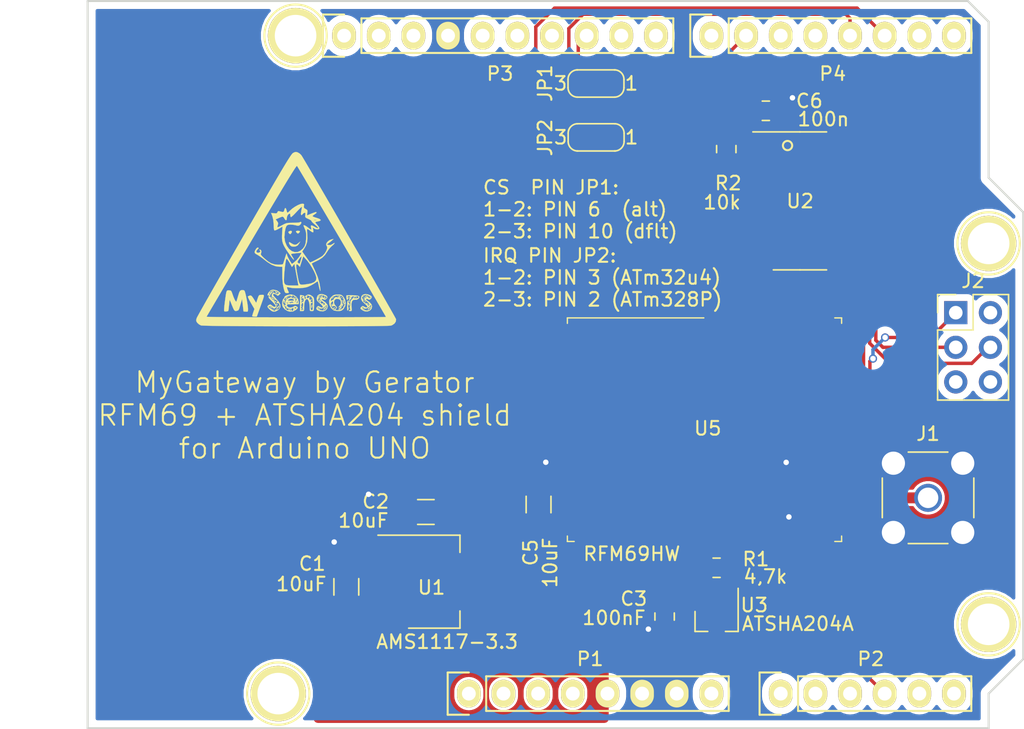
<source format=kicad_pcb>
(kicad_pcb (version 20171130) (host pcbnew 5.1.6-c6e7f7d~87~ubuntu18.04.1)

  (general
    (thickness 1.6)
    (drawings 30)
    (tracks 165)
    (zones 0)
    (modules 24)
    (nets 20)
  )

  (page A4)
  (title_block
    (date "lun. 30 mars 2015")
  )

  (layers
    (0 F.Cu signal)
    (31 B.Cu signal)
    (32 B.Adhes user)
    (33 F.Adhes user)
    (34 B.Paste user)
    (35 F.Paste user)
    (36 B.SilkS user)
    (37 F.SilkS user)
    (38 B.Mask user)
    (39 F.Mask user)
    (40 Dwgs.User user)
    (41 Cmts.User user)
    (42 Eco1.User user)
    (43 Eco2.User user)
    (44 Edge.Cuts user)
    (45 Margin user)
    (46 B.CrtYd user)
    (47 F.CrtYd user)
    (48 B.Fab user hide)
    (49 F.Fab user hide)
  )

  (setup
    (last_trace_width 0.25)
    (trace_clearance 0.2)
    (zone_clearance 0.15)
    (zone_45_only yes)
    (trace_min 0.2)
    (via_size 0.6)
    (via_drill 0.4)
    (via_min_size 0.4)
    (via_min_drill 0.3)
    (uvia_size 0.3)
    (uvia_drill 0.1)
    (uvias_allowed no)
    (uvia_min_size 0.2)
    (uvia_min_drill 0.1)
    (edge_width 0.15)
    (segment_width 0.15)
    (pcb_text_width 0.3)
    (pcb_text_size 1.5 1.5)
    (mod_edge_width 0.15)
    (mod_text_size 1 1)
    (mod_text_width 0.15)
    (pad_size 4.064 4.064)
    (pad_drill 3.048)
    (pad_to_mask_clearance 0)
    (aux_axis_origin 110.998 126.365)
    (grid_origin 110.998 126.365)
    (visible_elements FFFFFF7F)
    (pcbplotparams
      (layerselection 0x010fc_ffffffff)
      (usegerberextensions true)
      (usegerberattributes false)
      (usegerberadvancedattributes false)
      (creategerberjobfile false)
      (excludeedgelayer true)
      (linewidth 0.100000)
      (plotframeref false)
      (viasonmask false)
      (mode 1)
      (useauxorigin false)
      (hpglpennumber 1)
      (hpglpenspeed 20)
      (hpglpendiameter 15.000000)
      (psnegative false)
      (psa4output false)
      (plotreference true)
      (plotvalue true)
      (plotinvisibletext false)
      (padsonsilk false)
      (subtractmaskfromsilk false)
      (outputformat 1)
      (mirror false)
      (drillshape 0)
      (scaleselection 1)
      (outputdirectory "Gerbers/"))
  )

  (net 0 "")
  (net 1 +5V)
  (net 2 GND)
  (net 3 /A3)
  (net 4 "/A4(SDA)")
  (net 5 "/A5(SCL)")
  (net 6 "/6(**)")
  (net 7 /2)
  (net 8 VCC)
  (net 9 "Net-(J1-Pad1)")
  (net 10 /CSN)
  (net 11 /MOSI)
  (net 12 /SCK)
  (net 13 /SCK-ICSP)
  (net 14 /MOSI-ICSP)
  (net 15 /MISO)
  (net 16 "/10(**/SS)")
  (net 17 "Net-(JP1-Pad2)")
  (net 18 "/3(**)")
  (net 19 /IRQ)

  (net_class Default "This is the default net class."
    (clearance 0.2)
    (trace_width 0.25)
    (via_dia 0.6)
    (via_drill 0.4)
    (uvia_dia 0.3)
    (uvia_drill 0.1)
    (add_net "/10(**/SS)")
    (add_net /2)
    (add_net "/3(**)")
    (add_net "/6(**)")
    (add_net /A3)
    (add_net "/A4(SDA)")
    (add_net "/A5(SCL)")
    (add_net /CSN)
    (add_net /IRQ)
    (add_net /MISO)
    (add_net /MOSI)
    (add_net /MOSI-ICSP)
    (add_net /SCK)
    (add_net /SCK-ICSP)
    (add_net "Net-(JP1-Pad2)")
  )

  (net_class Power ""
    (clearance 0.2)
    (trace_width 0.5)
    (via_dia 0.6)
    (via_drill 0.4)
    (uvia_dia 0.3)
    (uvia_drill 0.1)
    (add_net +5V)
    (add_net GND)
    (add_net VCC)
  )

  (net_class RF ""
    (clearance 0.15)
    (trace_width 0.8)
    (via_dia 0.6)
    (via_drill 0.4)
    (uvia_dia 0.3)
    (uvia_drill 0.1)
    (add_net "Net-(J1-Pad1)")
  )

  (module "MyS Logo:MySensors-logo-sticker-large" (layer F.Cu) (tedit 0) (tstamp 5F307FD2)
    (at 126.258 90.485)
    (fp_text reference G*** (at 0 0) (layer F.SilkS) hide
      (effects (font (size 1.524 1.524) (thickness 0.3)))
    )
    (fp_text value LOGO (at 0.75 0) (layer F.SilkS) hide
      (effects (font (size 1.524 1.524) (thickness 0.3)))
    )
    (fp_poly (pts (xy 0.146414 -6.35248) (xy 0.290273 -6.264266) (xy 0.401197 -6.152791) (xy 0.452476 -6.072193)
      (xy 0.549452 -5.9118) (xy 0.688533 -5.677837) (xy 0.866129 -5.376525) (xy 1.078649 -5.014086)
      (xy 1.322501 -4.596745) (xy 1.594093 -4.130723) (xy 1.889836 -3.622242) (xy 2.206137 -3.077526)
      (xy 2.539406 -2.502796) (xy 2.886051 -1.904276) (xy 3.242482 -1.288188) (xy 3.605106 -0.660754)
      (xy 3.970334 -0.028197) (xy 4.334573 0.60326) (xy 4.694233 1.227395) (xy 5.045722 1.837985)
      (xy 5.38545 2.428808) (xy 5.709825 2.993642) (xy 6.015255 3.526263) (xy 6.298151 4.020449)
      (xy 6.55492 4.469977) (xy 6.781971 4.868626) (xy 6.975714 5.210172) (xy 7.132557 5.488393)
      (xy 7.248909 5.697066) (xy 7.321179 5.82997) (xy 7.34571 5.880254) (xy 7.330657 6.043769)
      (xy 7.232804 6.19471) (xy 7.07044 6.310312) (xy 6.969989 6.347966) (xy 6.889775 6.356178)
      (xy 6.715678 6.363682) (xy 6.454964 6.370486) (xy 6.1149 6.376596) (xy 5.702754 6.382019)
      (xy 5.225793 6.386764) (xy 4.691283 6.390836) (xy 4.106493 6.394243) (xy 3.47869 6.396991)
      (xy 2.81514 6.399089) (xy 2.12311 6.400543) (xy 1.409869 6.401359) (xy 0.682683 6.401546)
      (xy -0.051181 6.40111) (xy -0.784455 6.400058) (xy -1.509873 6.398397) (xy -2.220167 6.396135)
      (xy -2.908069 6.393278) (xy -3.566314 6.389834) (xy -4.187632 6.385809) (xy -4.764759 6.381211)
      (xy -5.290425 6.376046) (xy -5.757364 6.370323) (xy -6.158309 6.364047) (xy -6.485993 6.357225)
      (xy -6.733148 6.349866) (xy -6.892507 6.341976) (xy -6.954842 6.334432) (xy -7.105728 6.252078)
      (xy -7.228576 6.13796) (xy -7.230121 6.135894) (xy -7.294139 6.030595) (xy -7.304121 5.931491)
      (xy -7.272942 5.805694) (xy -7.240668 5.73901) (xy -7.217394 5.695696) (xy -6.544734 5.695696)
      (xy -6.497054 5.701527) (xy -6.352959 5.707089) (xy -6.117636 5.712346) (xy -5.796271 5.717264)
      (xy -5.394047 5.721806) (xy -4.916152 5.725937) (xy -4.367771 5.729623) (xy -3.754089 5.732827)
      (xy -3.080293 5.735515) (xy -2.351566 5.737651) (xy -1.573096 5.7392) (xy -0.750068 5.740127)
      (xy 0.021166 5.7404) (xy 0.830093 5.740185) (xy 1.610468 5.739558) (xy 2.356316 5.738546)
      (xy 3.061663 5.737172) (xy 3.720533 5.735464) (xy 4.326953 5.733447) (xy 4.874947 5.731147)
      (xy 5.358542 5.728589) (xy 5.771762 5.7258) (xy 6.108633 5.722804) (xy 6.363181 5.719628)
      (xy 6.529431 5.716298) (xy 6.601407 5.712838) (xy 6.604 5.71204) (xy 6.578782 5.664737)
      (xy 6.505634 5.536345) (xy 6.388313 5.333248) (xy 6.230575 5.061828) (xy 6.036177 4.728466)
      (xy 5.808875 4.339545) (xy 5.552427 3.901447) (xy 5.27059 3.420554) (xy 4.967119 2.903249)
      (xy 4.645773 2.355913) (xy 4.310306 1.784929) (xy 3.964478 1.196678) (xy 3.612043 0.597544)
      (xy 3.256759 -0.006092) (xy 2.902383 -0.607848) (xy 2.552671 -1.201342) (xy 2.21138 -1.78019)
      (xy 1.882268 -2.338012) (xy 1.56909 -2.868425) (xy 1.275603 -3.365047) (xy 1.005565 -3.821495)
      (xy 0.762732 -4.231387) (xy 0.550861 -4.588342) (xy 0.373708 -4.885977) (xy 0.235031 -5.11791)
      (xy 0.138585 -5.277759) (xy 0.088129 -5.359142) (xy 0.081818 -5.368142) (xy 0.059329 -5.35426)
      (xy 0.00909 -5.291107) (xy -0.070748 -5.175646) (xy -0.182035 -5.004836) (xy -0.326617 -4.775639)
      (xy -0.506345 -4.485016) (xy -0.723065 -4.129926) (xy -0.978628 -3.707333) (xy -1.27488 -3.214195)
      (xy -1.613672 -2.647475) (xy -1.99685 -2.004133) (xy -2.426264 -1.28113) (xy -2.903762 -0.475428)
      (xy -3.2512 0.111654) (xy -3.658796 0.80085) (xy -4.052046 1.466032) (xy -4.427851 2.101946)
      (xy -4.783111 2.703336) (xy -5.114727 3.264947) (xy -5.419598 3.781523) (xy -5.694625 4.247809)
      (xy -5.936708 4.658548) (xy -6.142747 5.008487) (xy -6.309643 5.292369) (xy -6.434296 5.504938)
      (xy -6.513606 5.64094) (xy -6.544473 5.695118) (xy -6.544734 5.695696) (xy -7.217394 5.695696)
      (xy -7.160448 5.589722) (xy -7.035297 5.363122) (xy -6.868228 5.064501) (xy -6.662252 4.699153)
      (xy -6.420385 4.27237) (xy -6.145637 3.789445) (xy -5.841024 3.255668) (xy -5.509557 2.676333)
      (xy -5.15425 2.056733) (xy -4.778116 1.402159) (xy -4.384168 0.717903) (xy -3.975419 0.009259)
      (xy -3.79403 -0.3048) (xy -3.30315 -1.154119) (xy -2.860299 -1.919696) (xy -2.462876 -2.605875)
      (xy -2.108281 -3.217003) (xy -1.793916 -3.757424) (xy -1.51718 -4.231484) (xy -1.275474 -4.643528)
      (xy -1.066198 -4.9979) (xy -0.886752 -5.298948) (xy -0.734537 -5.551015) (xy -0.606953 -5.758446)
      (xy -0.5014 -5.925588) (xy -0.415279 -6.056784) (xy -0.345989 -6.156381) (xy -0.290932 -6.228724)
      (xy -0.247508 -6.278158) (xy -0.213116 -6.309027) (xy -0.194571 -6.321089) (xy -0.064071 -6.381627)
      (xy 0.03639 -6.388587) (xy 0.146414 -6.35248)) (layer F.SilkS) (width 0.01))
    (fp_poly (pts (xy -2.375406 4.094633) (xy -2.34478 4.120541) (xy -2.34053 4.179189) (xy -2.364008 4.283489)
      (xy -2.416567 4.44635) (xy -2.499563 4.680682) (xy -2.602241 4.9657) (xy -2.862473 5.6896)
      (xy -3.031437 5.6896) (xy -3.145431 5.678598) (xy -3.199674 5.651724) (xy -3.2004 5.647849)
      (xy -3.185155 5.578886) (xy -3.146326 5.449863) (xy -3.118757 5.366488) (xy -3.037114 5.126878)
      (xy -3.293587 4.684339) (xy -3.397872 4.495773) (xy -3.474443 4.340396) (xy -3.513965 4.238239)
      (xy -3.514931 4.209409) (xy -3.441827 4.169801) (xy -3.370554 4.14409) (xy -3.302062 4.139446)
      (xy -3.235688 4.182051) (xy -3.152805 4.288209) (xy -3.083632 4.395213) (xy -2.905956 4.679265)
      (xy -2.807645 4.384332) (xy -2.750774 4.222167) (xy -2.702799 4.134004) (xy -2.640987 4.097291)
      (xy -2.542611 4.089479) (xy -2.510367 4.0894) (xy -2.431053 4.088556) (xy -2.375406 4.094633)) (layer F.SilkS) (width 0.01))
    (fp_poly (pts (xy -3.772145 3.777129) (xy -3.737263 3.85166) (xy -3.693659 4.00316) (xy -3.645973 4.20788)
      (xy -3.598843 4.442071) (xy -3.556908 4.681984) (xy -3.524807 4.903872) (xy -3.507177 5.083983)
      (xy -3.5052 5.143817) (xy -3.510586 5.270519) (xy -3.543348 5.322911) (xy -3.628392 5.328253)
      (xy -3.6703 5.324518) (xy -3.8354 5.3086) (xy -3.887727 4.8514) (xy -3.940053 4.3942)
      (xy -4.030013 4.699) (xy -4.084933 4.884026) (xy -4.133887 5.047172) (xy -4.159399 5.1308)
      (xy -4.224999 5.232968) (xy -4.35321 5.273211) (xy -4.428457 5.275841) (xy -4.484582 5.254173)
      (xy -4.535661 5.190674) (xy -4.595773 5.06781) (xy -4.678994 4.868046) (xy -4.679498 4.866811)
      (xy -4.8514 4.445) (xy -4.895854 4.8514) (xy -4.917233 5.041055) (xy -4.934749 5.185776)
      (xy -4.945393 5.261044) (xy -4.946758 5.26637) (xy -5.013179 5.296868) (xy -5.121606 5.311363)
      (xy -5.21983 5.306019) (xy -5.254244 5.288954) (xy -5.260722 5.220209) (xy -5.253837 5.072842)
      (xy -5.235165 4.868723) (xy -5.207275 4.637138) (xy -5.165001 4.320828) (xy -5.132242 4.091243)
      (xy -5.104209 3.934519) (xy -5.076114 3.836792) (xy -5.043167 3.784198) (xy -5.00058 3.762875)
      (xy -4.943563 3.758957) (xy -4.904011 3.7592) (xy -4.80497 3.766638) (xy -4.742364 3.804969)
      (xy -4.693174 3.898214) (xy -4.649066 4.025275) (xy -4.568096 4.250752) (xy -4.489986 4.429351)
      (xy -4.422148 4.547441) (xy -4.371993 4.591396) (xy -4.351774 4.572) (xy -4.325709 4.487719)
      (xy -4.280724 4.337018) (xy -4.226119 4.151079) (xy -4.220995 4.13349) (xy -4.16177 3.943938)
      (xy -4.111696 3.830912) (xy -4.056684 3.772033) (xy -3.982646 3.744921) (xy -3.975458 3.74345)
      (xy -3.848823 3.743247) (xy -3.772145 3.777129)) (layer F.SilkS) (width 0.01))
    (fp_poly (pts (xy -1.380434 3.773755) (xy -1.26003 3.851585) (xy -1.110244 3.977621) (xy -1.213729 4.081106)
      (xy -1.293579 4.149737) (xy -1.352447 4.146677) (xy -1.411908 4.098895) (xy -1.519446 4.031877)
      (xy -1.617065 4.016717) (xy -1.672694 4.055847) (xy -1.6764 4.078823) (xy -1.642359 4.146788)
      (xy -1.553852 4.257425) (xy -1.450803 4.365853) (xy -1.247334 4.598452) (xy -1.140639 4.802963)
      (xy -1.130416 4.981282) (xy -1.216364 5.135305) (xy -1.315613 5.217954) (xy -1.480384 5.307254)
      (xy -1.621004 5.324866) (xy -1.7272 5.298251) (xy -1.822354 5.241768) (xy -1.933519 5.148038)
      (xy -2.029919 5.046707) (xy -2.080779 4.96742) (xy -2.0828 4.955715) (xy -2.075106 4.942583)
      (xy -2.019277 4.942583) (xy -1.984987 4.992327) (xy -1.923025 5.05471) (xy -1.894683 5.061215)
      (xy -1.848659 5.077951) (xy -1.765993 5.147479) (xy -1.760297 5.153121) (xy -1.660284 5.229031)
      (xy -1.567683 5.263897) (xy -1.509489 5.25259) (xy -1.507898 5.201089) (xy -1.495812 5.156569)
      (xy -1.404703 5.15916) (xy -1.29216 5.154411) (xy -1.235218 5.118504) (xy -1.202947 5.02664)
      (xy -1.191722 4.910965) (xy -1.20198 4.813277) (xy -1.23164 4.7752) (xy -1.253827 4.743872)
      (xy -1.246242 4.727055) (xy -1.262064 4.696883) (xy -1.319444 4.698738) (xy -1.407387 4.695976)
      (xy -1.409563 4.642371) (xy -1.3589 4.578531) (xy -1.323226 4.530129) (xy -1.371093 4.530162)
      (xy -1.3716 4.530271) (xy -1.431402 4.513684) (xy -1.43571 4.484928) (xy -1.459641 4.446077)
      (xy -1.507543 4.455461) (xy -1.564297 4.461707) (xy -1.558932 4.435022) (xy -1.565335 4.369493)
      (xy -1.623347 4.29614) (xy -1.697716 4.248595) (xy -1.748282 4.254389) (xy -1.768163 4.236726)
      (xy -1.769153 4.144806) (xy -1.766249 4.114985) (xy -1.719923 3.978831) (xy -1.628508 3.931626)
      (xy -1.501916 3.976892) (xy -1.461453 4.006667) (xy -1.376761 4.051503) (xy -1.298776 4.015973)
      (xy -1.295245 4.01307) (xy -1.248474 3.958292) (xy -1.278442 3.907526) (xy -1.327338 3.870823)
      (xy -1.459458 3.813193) (xy -1.621986 3.78675) (xy -1.774986 3.793465) (xy -1.878521 3.835308)
      (xy -1.886122 3.843258) (xy -1.9164 3.900259) (xy -1.905 3.9116) (xy -1.900431 3.942854)
      (xy -1.9304 3.9878) (xy -1.960844 4.054703) (xy -1.90286 4.072931) (xy -1.855626 4.066257)
      (xy -1.849039 4.090317) (xy -1.901682 4.161924) (xy -1.903578 4.164027) (xy -1.967348 4.238252)
      (xy -1.962449 4.254441) (xy -1.906519 4.235353) (xy -1.841412 4.22421) (xy -1.844301 4.251182)
      (xy -1.835246 4.315743) (xy -1.773199 4.397791) (xy -1.690277 4.466499) (xy -1.618596 4.491045)
      (xy -1.602177 4.483564) (xy -1.579372 4.486294) (xy -1.586763 4.5212) (xy -1.575296 4.60831)
      (xy -1.514269 4.72782) (xy -1.494478 4.756017) (xy -1.421334 4.867254) (xy -1.409297 4.941476)
      (xy -1.446065 5.010017) (xy -1.545046 5.094989) (xy -1.649027 5.080345) (xy -1.745092 4.990129)
      (xy -1.830375 4.912527) (xy -1.899136 4.922813) (xy -1.902166 4.925247) (xy -1.98037 4.95149)
      (xy -2.0096 4.939859) (xy -2.019277 4.942583) (xy -2.075106 4.942583) (xy -2.044133 4.889726)
      (xy -1.975814 4.834425) (xy -1.888139 4.796694) (xy -1.811599 4.825496) (xy -1.75664 4.873005)
      (xy -1.641956 4.951998) (xy -1.540658 4.975768) (xy -1.480001 4.940978) (xy -1.4732 4.907721)
      (xy -1.50716 4.840422) (xy -1.597181 4.72553) (xy -1.725483 4.585235) (xy -1.758504 4.55174)
      (xy -1.900126 4.40585) (xy -1.977833 4.310158) (xy -2.002466 4.246058) (xy -1.984864 4.19494)
      (xy -1.974404 4.181106) (xy -1.93216 4.120247) (xy -1.964689 4.118736) (xy -1.9939 4.129094)
      (xy -2.067576 4.132617) (xy -2.077865 4.07348) (xy -2.027132 3.966479) (xy -1.951727 3.865222)
      (xy -1.842708 3.759611) (xy -1.725809 3.719494) (xy -1.615234 3.717499) (xy -1.380434 3.773755)) (layer F.SilkS) (width 0.01))
    (fp_poly (pts (xy -0.144726 4.108398) (xy 0.033254 4.226554) (xy 0.157145 4.39591) (xy 0.2032 4.59232)
      (xy 0.2032 4.7752) (xy -0.1397 4.783248) (xy -0.328723 4.786319) (xy -0.485727 4.786437)
      (xy -0.5715 4.783847) (xy -0.646373 4.807841) (xy -0.6604 4.841838) (xy -0.61805 4.949076)
      (xy -0.510215 5.012136) (xy -0.365719 5.024636) (xy -0.213387 4.980193) (xy -0.165553 4.951414)
      (xy -0.064925 4.901626) (xy 0.025836 4.924547) (xy 0.04895 4.938234) (xy 0.128783 4.998758)
      (xy 0.139339 5.055545) (xy 0.075766 5.132855) (xy -0.003898 5.202484) (xy -0.206372 5.310779)
      (xy -0.437974 5.323865) (xy -0.609574 5.276928) (xy -0.808793 5.154766) (xy -0.947102 4.982859)
      (xy -0.993712 4.852679) (xy -1.002058 4.709367) (xy -0.990867 4.617416) (xy -0.943811 4.617416)
      (xy -0.934089 4.741299) (xy -0.879295 4.872529) (xy -0.838791 4.926947) (xy -0.782227 5.000612)
      (xy -0.77903 5.0292) (xy -0.776367 5.061088) (xy -0.732063 5.122333) (xy -0.650476 5.187033)
      (xy -0.564857 5.217202) (xy -0.512446 5.202249) (xy -0.508778 5.185833) (xy -0.533758 5.12269)
      (xy -0.537207 5.11681) (xy -0.480389 5.11681) (xy -0.454872 5.18595) (xy -0.396788 5.262223)
      (xy -0.367209 5.251064) (xy -0.38524 5.16347) (xy -0.435346 5.092414) (xy -0.350935 5.092414)
      (xy -0.342442 5.153696) (xy -0.324765 5.202845) (xy -0.272544 5.276595) (xy -0.219175 5.252576)
      (xy -0.190043 5.1816) (xy -0.1524 5.1816) (xy -0.133814 5.223414) (xy -0.118534 5.215466)
      (xy -0.112454 5.155178) (xy -0.118534 5.147733) (xy -0.148734 5.154706) (xy -0.1524 5.1816)
      (xy -0.190043 5.1816) (xy -0.18574 5.171118) (xy -0.176239 5.077609) (xy -0.193728 5.025228)
      (xy -0.1016 5.025228) (xy -0.076505 5.088765) (xy -0.029981 5.106418) (xy -0.00942 5.082858)
      (xy 0.040969 5.053215) (xy 0.067838 5.062428) (xy 0.099127 5.069543) (xy 0.087429 5.052807)
      (xy 0.016019 5.009829) (xy -0.063316 4.998001) (xy -0.101589 5.024472) (xy -0.1016 5.025228)
      (xy -0.193728 5.025228) (xy -0.193974 5.024494) (xy -0.225713 5.037065) (xy -0.239894 5.067616)
      (xy -0.28741 5.108839) (xy -0.309139 5.102718) (xy -0.350935 5.092414) (xy -0.435346 5.092414)
      (xy -0.435756 5.091833) (xy -0.464423 5.08) (xy -0.480389 5.11681) (xy -0.537207 5.11681)
      (xy -0.5588 5.08) (xy -0.59903 5.036159) (xy -0.608823 5.070298) (xy -0.639592 5.111192)
      (xy -0.663864 5.103259) (xy -0.696733 5.034011) (xy -0.689846 4.996023) (xy -0.686982 4.946384)
      (xy -0.706026 4.949802) (xy -0.768773 4.937978) (xy -0.819745 4.892129) (xy -0.861408 4.831637)
      (xy -0.82609 4.831225) (xy -0.792915 4.843051) (xy -0.728926 4.857972) (xy -0.745131 4.81848)
      (xy -0.748291 4.814462) (xy -0.784615 4.696907) (xy -0.774191 4.650666) (xy -0.690079 4.650666)
      (xy -0.685441 4.674181) (xy -0.631107 4.716293) (xy -0.57288 4.72336) (xy -0.5588 4.704435)
      (xy -0.598648 4.671809) (xy -0.637639 4.654216) (xy -0.690079 4.650666) (xy -0.774191 4.650666)
      (xy -0.756591 4.572595) (xy -0.555312 4.572595) (xy -0.544562 4.596868) (xy -0.521507 4.627033)
      (xy -0.440179 4.689947) (xy -0.355306 4.705071) (xy -0.306144 4.667821) (xy -0.304023 4.652433)
      (xy -0.283328 4.637553) (xy -0.260292 4.665159) (xy -0.218771 4.706529) (xy -0.193664 4.667721)
      (xy 0.058842 4.667721) (xy 0.068632 4.719373) (xy 0.09052 4.7244) (xy 0.12182 4.680436)
      (xy 0.13799 4.5847) (xy 0.139368 4.495764) (xy 0.123409 4.500399) (xy 0.101841 4.5466)
      (xy 0.058842 4.667721) (xy -0.193664 4.667721) (xy -0.190363 4.662619) (xy -0.204314 4.606548)
      (xy -0.284894 4.59232) (xy -0.377723 4.609028) (xy -0.4064 4.63918) (xy -0.438648 4.649932)
      (xy -0.4953 4.61632) (xy -0.555312 4.572595) (xy -0.756591 4.572595) (xy -0.753089 4.557063)
      (xy -0.709454 4.4861) (xy -0.584153 4.4861) (xy -0.571896 4.508664) (xy -0.484463 4.517704)
      (xy -0.36208 4.519584) (xy -0.207857 4.517021) (xy -0.137625 4.502798) (xy -0.133922 4.470704)
      (xy -0.1524 4.445) (xy -0.267105 4.378306) (xy -0.415195 4.383714) (xy -0.536391 4.443384)
      (xy -0.584153 4.4861) (xy -0.709454 4.4861) (xy -0.672411 4.425858) (xy -0.561278 4.334219)
      (xy -0.4445 4.311984) (xy -0.407742 4.279463) (xy -0.4064 4.266028) (xy -0.370525 4.254592)
      (xy -0.282788 4.295308) (xy -0.269145 4.303991) (xy -0.176636 4.361486) (xy -0.148894 4.360219)
      (xy -0.166254 4.297944) (xy -0.168213 4.292462) (xy -0.181336 4.2384) (xy -0.149393 4.262332)
      (xy -0.10317 4.318) (xy -0.038246 4.420671) (xy -0.020836 4.494057) (xy -0.021428 4.4958)
      (xy -0.067566 4.625619) (xy -0.071415 4.665341) (xy -0.03337 4.613869) (xy 0.000142 4.555571)
      (xy 0.064806 4.419139) (xy 0.072161 4.333077) (xy 0.04817 4.289431) (xy -0.020566 4.240596)
      (xy -0.052218 4.242675) (xy -0.102133 4.229108) (xy -0.112715 4.208455) (xy -0.163194 4.149201)
      (xy -0.231072 4.136932) (xy -0.273785 4.17158) (xy -0.271736 4.208711) (xy -0.262483 4.258543)
      (xy -0.297488 4.228785) (xy -0.32189 4.199684) (xy -0.40547 4.136847) (xy -0.491137 4.156574)
      (xy -0.591589 4.203187) (xy -0.635 4.217676) (xy -0.702397 4.260025) (xy -0.794857 4.346658)
      (xy -0.797675 4.349685) (xy -0.869164 4.440585) (xy -0.860264 4.478007) (xy -0.797925 4.47569)
      (xy -0.785805 4.506619) (xy -0.808838 4.564595) (xy -0.835211 4.658037) (xy -0.823713 4.700465)
      (xy -0.823329 4.717561) (xy -0.848682 4.705517) (xy -0.885698 4.635656) (xy -0.878149 4.587439)
      (xy -0.872238 4.531443) (xy -0.902216 4.539069) (xy -0.943811 4.617416) (xy -0.990867 4.617416)
      (xy -0.98372 4.558703) (xy -0.946333 4.432075) (xy -0.897532 4.36087) (xy -0.872762 4.35549)
      (xy -0.837923 4.330212) (xy -0.844146 4.295424) (xy -0.824991 4.221832) (xy -0.729432 4.151255)
      (xy -0.58229 4.095391) (xy -0.408389 4.065938) (xy -0.353043 4.064) (xy -0.144726 4.108398)) (layer F.SilkS) (width 0.01))
    (fp_poly (pts (xy 2.032738 4.058219) (xy 2.220066 4.134661) (xy 2.306951 4.222151) (xy 2.294045 4.321649)
      (xy 2.249908 4.376669) (xy 2.159649 4.44589) (xy 2.075398 4.440482) (xy 2.033838 4.420583)
      (xy 1.93397 4.387835) (xy 1.884022 4.404867) (xy 1.904346 4.455074) (xy 1.949905 4.489058)
      (xy 2.179058 4.653543) (xy 2.30706 4.81069) (xy 2.3368 4.926487) (xy 2.293691 5.108534)
      (xy 2.176282 5.237151) (xy 2.002451 5.30164) (xy 1.790071 5.291306) (xy 1.746288 5.279838)
      (xy 1.575563 5.205661) (xy 1.500752 5.114641) (xy 1.524182 5.010322) (xy 1.535986 4.995333)
      (xy 1.591733 4.995333) (xy 1.595532 5.050812) (xy 1.650067 5.128328) (xy 1.722729 5.191812)
      (xy 1.780907 5.205197) (xy 1.781279 5.204973) (xy 1.840283 5.215436) (xy 1.853772 5.231708)
      (xy 1.919632 5.255942) (xy 1.984282 5.23075) (xy 2.060997 5.20282) (xy 2.0828 5.213086)
      (xy 2.11418 5.210084) (xy 2.183264 5.157227) (xy 2.256652 5.044898) (xy 2.273869 4.947183)
      (xy 2.26401 4.828058) (xy 2.122337 4.963789) (xy 1.967036 5.081649) (xy 1.836004 5.107678)
      (xy 1.716013 5.044473) (xy 1.715128 5.043675) (xy 1.634272 4.993156) (xy 1.591733 4.995333)
      (xy 1.535986 4.995333) (xy 1.548803 4.979059) (xy 1.625032 4.912645) (xy 1.695347 4.922761)
      (xy 1.744917 4.954612) (xy 1.850877 5.012188) (xy 1.916303 5.0292) (xy 1.978085 5.002157)
      (xy 1.96048 4.927062) (xy 1.868132 4.812968) (xy 1.749822 4.704907) (xy 1.618489 4.587682)
      (xy 1.551514 4.498336) (xy 1.530881 4.405274) (xy 1.533922 4.32621) (xy 1.554521 4.261768)
      (xy 1.580466 4.261768) (xy 1.601622 4.25003) (xy 1.625509 4.2291) (xy 1.713306 4.170467)
      (xy 1.751859 4.177946) (xy 1.722709 4.24232) (xy 1.7018 4.2672) (xy 1.649818 4.340426)
      (xy 1.655826 4.369577) (xy 1.660794 4.391372) (xy 1.6256 4.4196) (xy 1.581759 4.459829)
      (xy 1.615898 4.469622) (xy 1.660002 4.49575) (xy 1.654557 4.515444) (xy 1.661962 4.576574)
      (xy 1.718436 4.633553) (xy 1.781622 4.648443) (xy 1.794178 4.640488) (xy 1.835478 4.651495)
      (xy 1.858936 4.693025) (xy 1.898353 4.749017) (xy 1.963177 4.719612) (xy 1.971484 4.712996)
      (xy 2.026027 4.675212) (xy 2.016049 4.707165) (xy 2.013353 4.7117) (xy 1.993701 4.799851)
      (xy 2.035376 4.847034) (xy 2.111574 4.823196) (xy 2.112272 4.822619) (xy 2.14184 4.776446)
      (xy 2.109043 4.719312) (xy 2.001875 4.632006) (xy 1.985822 4.620308) (xy 1.838559 4.507629)
      (xy 1.767531 4.43016) (xy 1.763056 4.368873) (xy 1.815456 4.304743) (xy 1.822157 4.298611)
      (xy 1.89356 4.246587) (xy 1.957748 4.255288) (xy 2.043945 4.316492) (xy 2.141224 4.380455)
      (xy 2.201678 4.376795) (xy 2.230211 4.34941) (xy 2.257851 4.273593) (xy 2.218452 4.22358)
      (xy 2.14414 4.190919) (xy 2.116225 4.199907) (xy 2.086406 4.192506) (xy 2.0828 4.1656)
      (xy 2.064431 4.123543) (xy 2.049374 4.131292) (xy 1.987931 4.133514) (xy 1.952296 4.111892)
      (xy 1.880265 4.088261) (xy 1.857095 4.110114) (xy 1.789269 4.14161) (xy 1.759111 4.135669)
      (xy 1.679795 4.150947) (xy 1.623488 4.201388) (xy 1.580466 4.261768) (xy 1.554521 4.261768)
      (xy 1.588446 4.155641) (xy 1.710845 4.055224) (xy 1.89041 4.030713) (xy 2.032738 4.058219)) (layer F.SilkS) (width 0.01))
    (fp_poly (pts (xy 5.276183 4.05647) (xy 5.347936 4.081336) (xy 5.504878 4.163665) (xy 5.566123 4.244943)
      (xy 5.536935 4.335509) (xy 5.499248 4.378528) (xy 5.41339 4.445568) (xy 5.336509 4.438287)
      (xy 5.292194 4.413427) (xy 5.197165 4.377926) (xy 5.14581 4.389381) (xy 5.150245 4.443836)
      (xy 5.201105 4.489058) (xy 5.41633 4.639645) (xy 5.541786 4.782535) (xy 5.587413 4.929558)
      (xy 5.588 4.949642) (xy 5.543674 5.121976) (xy 5.42397 5.245969) (xy 5.248799 5.30853)
      (xy 5.0546 5.300327) (xy 4.940088 5.253948) (xy 4.827307 5.183213) (xy 4.744038 5.112191)
      (xy 4.736236 5.059076) (xy 4.782194 5.000554) (xy 4.843337 5.000554) (xy 4.8768 5.0292)
      (xy 4.920267 5.069967) (xy 4.908679 5.079222) (xy 4.89868 5.110835) (xy 4.927135 5.15564)
      (xy 4.997141 5.206862) (xy 5.031445 5.205612) (xy 5.091399 5.215457) (xy 5.104972 5.231708)
      (xy 5.172889 5.255881) (xy 5.228803 5.234324) (xy 5.313839 5.204791) (xy 5.345481 5.210014)
      (xy 5.393255 5.202784) (xy 5.451213 5.130988) (xy 5.498706 5.026868) (xy 5.51515 4.945044)
      (xy 5.521733 4.821809) (xy 5.376977 4.960494) (xy 5.214408 5.081605) (xy 5.077882 5.111544)
      (xy 4.977465 5.053474) (xy 4.89784 4.990287) (xy 4.857879 4.979177) (xy 4.843337 5.000554)
      (xy 4.782194 5.000554) (xy 4.792982 4.986817) (xy 4.862689 4.92188) (xy 4.927654 4.917862)
      (xy 5.030771 4.969892) (xy 5.152207 5.021464) (xy 5.227483 5.003241) (xy 5.233151 4.997968)
      (xy 5.241058 4.945235) (xy 5.179018 4.860379) (xy 5.0391 4.732702) (xy 5.032155 4.726874)
      (xy 4.863117 4.562434) (xy 4.797361 4.445) (xy 4.826 4.445) (xy 4.8514 4.4704)
      (xy 4.8768 4.445) (xy 4.8514 4.4196) (xy 4.826 4.445) (xy 4.797361 4.445)
      (xy 4.781907 4.417402) (xy 4.78189 4.288573) (xy 4.846764 4.288573) (xy 4.876389 4.369778)
      (xy 4.90478 4.38816) (xy 4.952205 4.452251) (xy 4.953686 4.517634) (xy 4.955254 4.594805)
      (xy 4.977931 4.609061) (xy 5.039635 4.635039) (xy 5.105581 4.699) (xy 5.15727 4.755069)
      (xy 5.162201 4.745566) (xy 5.176463 4.697034) (xy 5.207 4.690533) (xy 5.256432 4.71311)
      (xy 5.252567 4.732866) (xy 5.251563 4.810321) (xy 5.305894 4.871073) (xy 5.331563 4.8768)
      (xy 5.385288 4.836768) (xy 5.400556 4.807412) (xy 5.376766 4.736882) (xy 5.276041 4.635808)
      (xy 5.197405 4.576063) (xy 5.068505 4.480788) (xy 5.011716 4.419159) (xy 5.013969 4.369444)
      (xy 5.047164 4.326215) (xy 5.121721 4.271971) (xy 5.21345 4.235929) (xy 5.289427 4.225811)
      (xy 5.316728 4.24934) (xy 5.310269 4.264499) (xy 5.329796 4.308452) (xy 5.38532 4.332855)
      (xy 5.477947 4.337409) (xy 5.51119 4.318986) (xy 5.501537 4.26002) (xy 5.442273 4.205508)
      (xy 5.378377 4.192708) (xy 5.367425 4.199907) (xy 5.337 4.193776) (xy 5.334 4.171068)
      (xy 5.306048 4.131555) (xy 5.28671 4.13803) (xy 5.221482 4.131629) (xy 5.207427 4.115491)
      (xy 5.141567 4.091257) (xy 5.076917 4.116449) (xy 5.000265 4.143519) (xy 4.9784 4.131827)
      (xy 4.957194 4.119687) (xy 4.910816 4.16461) (xy 4.865125 4.235804) (xy 4.846764 4.288573)
      (xy 4.78189 4.288573) (xy 4.781887 4.273774) (xy 4.825577 4.166389) (xy 4.928324 4.073275)
      (xy 5.088805 4.034962) (xy 5.276183 4.05647)) (layer F.SilkS) (width 0.01))
    (fp_poly (pts (xy 1.039643 4.088027) (xy 1.200216 4.183633) (xy 1.277131 4.26049) (xy 1.318663 4.344597)
      (xy 1.335013 4.469167) (xy 1.336761 4.628133) (xy 1.334184 4.896048) (xy 1.328563 5.078698)
      (xy 1.315663 5.19241) (xy 1.291249 5.253512) (xy 1.251087 5.27833) (xy 1.190941 5.283192)
      (xy 1.166853 5.2832) (xy 1.080795 5.278437) (xy 1.035889 5.247526) (xy 1.018752 5.165533)
      (xy 1.016 5.007526) (xy 1.016 5.002168) (xy 1.000357 4.777741) (xy 0.958213 4.589784)
      (xy 0.896743 4.45706) (xy 0.823125 4.39833) (xy 0.786316 4.401645) (xy 0.691023 4.489448)
      (xy 0.632488 4.667127) (xy 0.609931 4.93724) (xy 0.6096 4.981707) (xy 0.60754 5.149273)
      (xy 0.593246 5.239319) (xy 0.554547 5.27592) (xy 0.479271 5.283157) (xy 0.4572 5.2832)
      (xy 0.3048 5.2832) (xy 0.3048 4.864341) (xy 0.374187 4.864341) (xy 0.396247 4.902201)
      (xy 0.423559 4.89269) (xy 0.447885 4.891944) (xy 0.416633 4.938725) (xy 0.37937 5.018299)
      (xy 0.4064 5.0546) (xy 0.435128 5.10771) (xy 0.406031 5.156643) (xy 0.37817 5.19942)
      (xy 0.406412 5.210673) (xy 0.509655 5.194129) (xy 0.55232 5.185486) (xy 0.541904 5.150394)
      (xy 0.51466 5.113425) (xy 0.481258 5.040521) (xy 0.489047 5.014286) (xy 0.517481 4.945298)
      (xy 0.531939 4.836835) (xy 0.530413 4.732391) (xy 0.510892 4.675458) (xy 0.504782 4.6736)
      (xy 0.440433 4.716096) (xy 0.386758 4.814166) (xy 0.374187 4.864341) (xy 0.3048 4.864341)
      (xy 0.3048 4.650927) (xy 0.381892 4.650927) (xy 0.437805 4.642567) (xy 0.446687 4.640268)
      (xy 0.541848 4.578259) (xy 0.573276 4.522126) (xy 0.571877 4.407977) (xy 0.553351 4.361723)
      (xy 0.515843 4.32249) (xy 0.508777 4.333698) (xy 0.475768 4.351381) (xy 0.45416 4.341521)
      (xy 0.442577 4.290803) (xy 0.49226 4.240139) (xy 0.554227 4.189562) (xy 0.530118 4.180482)
      (xy 0.4826 4.186476) (xy 0.402321 4.232819) (xy 0.387657 4.32296) (xy 0.398136 4.455324)
      (xy 0.419101 4.504369) (xy 0.464322 4.488324) (xy 0.4953 4.465457) (xy 0.524345 4.452602)
      (xy 0.48927 4.503062) (xy 0.464083 4.532202) (xy 0.389714 4.619957) (xy 0.381892 4.650927)
      (xy 0.3048 4.650927) (xy 0.3048 4.108362) (xy 0.4699 4.124281) (xy 0.584326 4.147355)
      (xy 0.627714 4.205276) (xy 0.632133 4.280855) (xy 0.651162 4.380762) (xy 0.694859 4.399603)
      (xy 0.734661 4.331721) (xy 0.740401 4.302304) (xy 0.730308 4.243281) (xy 0.70674 4.244556)
      (xy 0.662775 4.25728) (xy 0.680127 4.213342) (xy 0.683712 4.209195) (xy 0.764095 4.209195)
      (xy 0.808909 4.190866) (xy 0.8128 4.188701) (xy 0.861918 4.167556) (xy 0.838711 4.207889)
      (xy 0.823379 4.227108) (xy 0.790877 4.30253) (xy 0.828712 4.33633) (xy 0.911707 4.321521)
      (xy 0.989724 4.273271) (xy 1.058332 4.219479) (xy 1.056726 4.233289) (xy 1.019488 4.282449)
      (xy 0.976633 4.361893) (xy 1.010071 4.430227) (xy 1.040219 4.460249) (xy 1.096242 4.504074)
      (xy 1.098527 4.48661) (xy 1.096047 4.414512) (xy 1.112311 4.397468) (xy 1.146883 4.403417)
      (xy 1.140512 4.46993) (xy 1.096322 4.566023) (xy 1.095138 4.567932) (xy 1.078724 4.618645)
      (xy 1.126199 4.610876) (xy 1.191642 4.617133) (xy 1.202266 4.6482) (xy 1.167038 4.694326)
      (xy 1.139219 4.690519) (xy 1.101578 4.706356) (xy 1.084172 4.799611) (xy 1.08312 4.945329)
      (xy 1.093449 5.110691) (xy 1.11817 5.195011) (xy 1.163776 5.218539) (xy 1.170616 5.218265)
      (xy 1.211992 5.198971) (xy 1.234759 5.135641) (xy 1.242433 5.008388) (xy 1.239522 4.828598)
      (xy 1.229356 4.579475) (xy 1.21392 4.412159) (xy 1.188798 4.306859) (xy 1.149573 4.243787)
      (xy 1.101083 4.208166) (xy 1.031771 4.183779) (xy 1.016 4.194695) (xy 0.984473 4.195861)
      (xy 0.937647 4.163813) (xy 0.861381 4.124407) (xy 0.797947 4.165045) (xy 0.764095 4.209195)
      (xy 0.683712 4.209195) (xy 0.740228 4.143828) (xy 0.876765 4.072152) (xy 1.039643 4.088027)) (layer F.SilkS) (width 0.01))
    (fp_poly (pts (xy 3.232189 4.07526) (xy 3.340714 4.101091) (xy 3.423279 4.162124) (xy 3.472622 4.217134)
      (xy 3.602155 4.438072) (xy 3.649968 4.678981) (xy 3.616089 4.914534) (xy 3.500544 5.119404)
      (xy 3.471638 5.150506) (xy 3.355435 5.24013) (xy 3.217947 5.277221) (xy 3.104572 5.281399)
      (xy 2.933891 5.266175) (xy 2.787988 5.2302) (xy 2.752839 5.214474) (xy 2.584917 5.066819)
      (xy 2.475005 4.856187) (xy 2.455329 4.73371) (xy 2.559889 4.73371) (xy 2.58052 4.898789)
      (xy 2.656939 5.046374) (xy 2.741656 5.153246) (xy 2.813192 5.171258) (xy 2.898082 5.105063)
      (xy 2.911091 5.090948) (xy 2.963919 5.017327) (xy 2.93608 4.96684) (xy 2.889584 4.935632)
      (xy 2.792927 4.896583) (xy 2.710423 4.932322) (xy 2.704067 4.937383) (xy 2.647518 4.977904)
      (xy 2.655459 4.948833) (xy 2.665097 4.93245) (xy 2.681044 4.88519) (xy 2.653908 4.894592)
      (xy 2.61637 4.889402) (xy 2.61498 4.830807) (xy 2.646814 4.759188) (xy 2.665207 4.73857)
      (xy 2.685518 4.7348) (xy 2.674315 4.758989) (xy 2.670451 4.830622) (xy 2.68654 4.847778)
      (xy 2.715752 4.823472) (xy 2.728352 4.726716) (xy 2.728135 4.700095) (xy 2.725224 4.655741)
      (xy 2.794237 4.655741) (xy 2.842508 4.801807) (xy 2.921372 4.898096) (xy 3.002042 4.983215)
      (xy 3.010722 5.037689) (xy 2.972172 5.07969) (xy 2.902827 5.158348) (xy 2.927107 5.203563)
      (xy 3.0466 5.217084) (xy 3.095544 5.21552) (xy 3.315288 5.160064) (xy 3.425544 5.083246)
      (xy 3.505176 4.996419) (xy 3.532987 4.940729) (xy 3.53084 4.936307) (xy 3.536806 4.882596)
      (xy 3.56266 4.843374) (xy 3.592098 4.786987) (xy 3.556 4.7752) (xy 3.519224 4.756487)
      (xy 3.549339 4.707025) (xy 3.57954 4.630944) (xy 3.568259 4.601192) (xy 3.525567 4.524112)
      (xy 3.52425 4.516966) (xy 3.50895 4.459581) (xy 3.507663 4.4577) (xy 3.490988 4.403948)
      (xy 3.479433 4.34946) (xy 3.438546 4.241607) (xy 3.414381 4.208336) (xy 3.337906 4.299023)
      (xy 3.280603 4.381035) (xy 3.294311 4.422839) (xy 3.319318 4.434869) (xy 3.371997 4.506436)
      (xy 3.378459 4.619747) (xy 3.384345 4.739722) (xy 3.417196 4.808998) (xy 3.417596 4.80925)
      (xy 3.445177 4.809438) (xy 3.429 4.7752) (xy 3.415458 4.732813) (xy 3.450371 4.74731)
      (xy 3.475259 4.796781) (xy 3.422791 4.88082) (xy 3.398565 4.907559) (xy 3.333698 4.988758)
      (xy 3.324417 5.028423) (xy 3.328704 5.0292) (xy 3.346413 5.049848) (xy 3.304529 5.09542)
      (xy 3.232196 5.141357) (xy 3.171125 5.161994) (xy 3.12285 5.159583) (xy 3.137541 5.127492)
      (xy 3.212855 5.127492) (xy 3.219803 5.1308) (xy 3.266163 5.095037) (xy 3.2766 5.08)
      (xy 3.289544 5.032507) (xy 3.282596 5.0292) (xy 3.236236 5.064962) (xy 3.2258 5.08)
      (xy 3.212855 5.127492) (xy 3.137541 5.127492) (xy 3.143027 5.115509) (xy 3.183311 5.067535)
      (xy 3.245159 4.993136) (xy 3.237301 4.977754) (xy 3.175 4.998323) (xy 3.11257 5.016958)
      (xy 3.121806 4.992768) (xy 3.156341 4.95922) (xy 3.2512 4.95922) (xy 3.27591 4.974425)
      (xy 3.343442 4.909168) (xy 3.359279 4.8895) (xy 3.403214 4.829327) (xy 3.376907 4.841942)
      (xy 3.3401 4.87032) (xy 3.269744 4.932986) (xy 3.2512 4.95922) (xy 3.156341 4.95922)
      (xy 3.1877 4.928758) (xy 3.280147 4.791963) (xy 3.307357 4.637582) (xy 3.270138 4.498565)
      (xy 3.175 4.410356) (xy 3.01624 4.377585) (xy 2.892357 4.421988) (xy 2.814604 4.52192)
      (xy 2.794237 4.655741) (xy 2.725224 4.655741) (xy 2.720661 4.586245) (xy 2.696396 4.558151)
      (xy 2.638795 4.599969) (xy 2.630956 4.607032) (xy 2.559889 4.73371) (xy 2.455329 4.73371)
      (xy 2.438734 4.63042) (xy 2.453371 4.47247) (xy 2.564311 4.47247) (xy 2.567244 4.540369)
      (xy 2.60791 4.52513) (xy 2.641497 4.495893) (xy 2.720975 4.44554) (xy 2.760022 4.444889)
      (xy 2.773508 4.443656) (xy 2.768489 4.436422) (xy 2.778353 4.377716) (xy 2.8243 4.312585)
      (xy 2.916411 4.251271) (xy 3.027611 4.269105) (xy 3.126558 4.29179) (xy 3.159627 4.249613)
      (xy 3.158438 4.212166) (xy 3.196587 4.185783) (xy 3.230315 4.182533) (xy 3.275441 4.200748)
      (xy 3.252893 4.235026) (xy 3.19872 4.313213) (xy 3.220989 4.339844) (xy 3.300974 4.29894)
      (xy 3.3147 4.287773) (xy 3.412151 4.205266) (xy 3.414381 4.208336) (xy 3.429 4.191)
      (xy 3.412151 4.205266) (xy 3.410466 4.202946) (xy 3.330368 4.167885) (xy 3.196958 4.145197)
      (xy 3.049083 4.137139) (xy 2.925586 4.145972) (xy 2.86666 4.171327) (xy 2.810025 4.198215)
      (xy 2.797279 4.193026) (xy 2.735527 4.206043) (xy 2.658324 4.279644) (xy 2.59227 4.381924)
      (xy 2.564311 4.47247) (xy 2.453371 4.47247) (xy 2.453704 4.468886) (xy 2.51422 4.344793)
      (xy 2.605741 4.242098) (xy 2.717041 4.143249) (xy 2.823056 4.092535) (xy 2.96691 4.073745)
      (xy 3.060066 4.071329) (xy 3.232189 4.07526)) (layer F.SilkS) (width 0.01))
    (fp_poly (pts (xy 3.834978 4.519895) (xy 3.841387 4.58585) (xy 3.856556 4.670237) (xy 3.88874 4.689686)
      (xy 3.929368 4.725172) (xy 3.94208 4.800705) (xy 3.927767 4.882613) (xy 3.900611 4.895408)
      (xy 3.881639 4.837453) (xy 3.888369 4.822489) (xy 3.879856 4.778293) (xy 3.86206 4.7752)
      (xy 3.828187 4.816347) (xy 3.825109 4.911547) (xy 3.851581 5.018437) (xy 3.870281 5.05516)
      (xy 3.868803 5.131232) (xy 3.830895 5.204569) (xy 3.794858 5.243898) (xy 3.773343 5.230353)
      (xy 3.762716 5.149246) (xy 3.761811 5.1054) (xy 3.81 5.1054) (xy 3.8354 5.1308)
      (xy 3.8608 5.1054) (xy 3.8354 5.08) (xy 3.81 5.1054) (xy 3.761811 5.1054)
      (xy 3.759342 4.985892) (xy 3.7592 4.914907) (xy 3.764588 4.7264) (xy 3.778845 4.580535)
      (xy 3.799104 4.504277) (xy 3.803287 4.499948) (xy 3.834978 4.519895)) (layer F.SilkS) (width 0.01))
    (fp_poly (pts (xy 4.403032 4.131584) (xy 4.574041 4.162437) (xy 4.654053 4.217392) (xy 4.647447 4.298864)
      (xy 4.592878 4.373796) (xy 4.476128 4.451567) (xy 4.357567 4.450373) (xy 4.214189 4.46136)
      (xy 4.119715 4.55914) (xy 4.075783 4.740566) (xy 4.081576 4.980235) (xy 4.097123 5.147954)
      (xy 4.093872 5.238482) (xy 4.064159 5.275615) (xy 4.000323 5.28315) (xy 3.984023 5.2832)
      (xy 3.897417 5.266819) (xy 3.886712 5.231571) (xy 3.944786 5.200477) (xy 3.96145 5.206413)
      (xy 3.992313 5.197065) (xy 3.985656 5.130063) (xy 3.947442 5.04541) (xy 3.943172 5.0038)
      (xy 3.9624 5.0038) (xy 3.9878 5.0292) (xy 4.0132 5.0038) (xy 3.9878 4.9784)
      (xy 3.9624 5.0038) (xy 3.943172 5.0038) (xy 3.940184 4.974684) (xy 3.956343 4.956743)
      (xy 3.982988 4.892438) (xy 3.992799 4.767002) (xy 3.991456 4.72129) (xy 3.998012 4.566917)
      (xy 4.047417 4.472508) (xy 4.085585 4.440678) (xy 4.137894 4.3942) (xy 4.4704 4.3942)
      (xy 4.4958 4.4196) (xy 4.5212 4.3942) (xy 4.4958 4.3688) (xy 4.4704 4.3942)
      (xy 4.137894 4.3942) (xy 4.158875 4.375558) (xy 4.174066 4.338188) (xy 4.187354 4.28342)
      (xy 4.194911 4.275666) (xy 4.211889 4.275425) (xy 4.202853 4.294447) (xy 4.226078 4.330311)
      (xy 4.335551 4.347644) (xy 4.370692 4.348518) (xy 4.50532 4.334672) (xy 4.585586 4.297975)
      (xy 4.592375 4.287374) (xy 4.578618 4.222076) (xy 4.506404 4.188744) (xy 4.417352 4.201809)
      (xy 4.392283 4.21799) (xy 4.319953 4.242647) (xy 4.297072 4.223635) (xy 4.230075 4.195345)
      (xy 4.165549 4.201693) (xy 4.071888 4.260451) (xy 4.057751 4.376086) (xy 4.059242 4.385275)
      (xy 4.033343 4.402433) (xy 4.006609 4.390126) (xy 3.970988 4.382438) (xy 3.9878 4.4196)
      (xy 4.001054 4.462363) (xy 3.972904 4.451492) (xy 3.934385 4.458347) (xy 3.936532 4.518774)
      (xy 3.935673 4.612457) (xy 3.916424 4.645218) (xy 3.888013 4.62835) (xy 3.884481 4.550894)
      (xy 3.903049 4.450023) (xy 3.937075 4.3688) (xy 3.988281 4.255291) (xy 3.958628 4.197735)
      (xy 3.882425 4.18592) (xy 3.80197 4.203037) (xy 3.802628 4.23926) (xy 3.83764 4.342806)
      (xy 3.809085 4.432581) (xy 3.7719 4.4577) (xy 3.724966 4.431639) (xy 3.708442 4.310502)
      (xy 3.7084 4.301241) (xy 3.7084 4.123616) (xy 4.136647 4.122422) (xy 4.403032 4.131584)) (layer F.SilkS) (width 0.01))
    (fp_poly (pts (xy 3.920895 4.247544) (xy 3.941501 4.306448) (xy 3.93483 4.32151) (xy 3.893131 4.365873)
      (xy 3.878035 4.313605) (xy 3.877733 4.294834) (xy 3.900151 4.243886) (xy 3.920895 4.247544)) (layer F.SilkS) (width 0.01))
    (fp_poly (pts (xy 4.25935 4.236949) (xy 4.313459 4.284171) (xy 4.318 4.295598) (xy 4.293891 4.316477)
      (xy 4.243698 4.269692) (xy 4.236949 4.25935) (xy 4.230961 4.224588) (xy 4.25935 4.236949)) (layer F.SilkS) (width 0.01))
    (fp_poly (pts (xy 4.454462 4.249214) (xy 4.445 4.2672) (xy 4.397135 4.315714) (xy 4.388203 4.318)
      (xy 4.384737 4.285185) (xy 4.3942 4.2672) (xy 4.442064 4.218685) (xy 4.450996 4.2164)
      (xy 4.454462 4.249214)) (layer F.SilkS) (width 0.01))
    (fp_poly (pts (xy 0.568834 -2.583115) (xy 0.604658 -2.540539) (xy 0.591937 -2.438988) (xy 0.583923 -2.327967)
      (xy 0.632951 -2.256951) (xy 0.718391 -2.206082) (xy 0.819363 -2.143382) (xy 0.855744 -2.071452)
      (xy 0.846825 -1.947824) (xy 0.84397 -1.92964) (xy 0.812733 -1.734291) (xy 1.116557 -1.857746)
      (xy 1.281594 -1.921737) (xy 1.411102 -1.966356) (xy 1.47219 -1.981201) (xy 1.523326 -1.959067)
      (xy 1.493495 -1.901806) (xy 1.390825 -1.82313) (xy 1.3716 -1.811481) (xy 1.269567 -1.740538)
      (xy 1.220079 -1.685171) (xy 1.2192 -1.680223) (xy 1.264056 -1.646172) (xy 1.38094 -1.598462)
      (xy 1.524 -1.553466) (xy 1.715189 -1.486437) (xy 1.811827 -1.421599) (xy 1.8123 -1.363055)
      (xy 1.714991 -1.314904) (xy 1.6256 -1.2954) (xy 1.498778 -1.268047) (xy 1.427836 -1.241241)
      (xy 1.4224 -1.234142) (xy 1.452965 -1.1832) (xy 1.530217 -1.085598) (xy 1.5748 -1.033639)
      (xy 1.66741 -0.912741) (xy 1.721474 -0.812331) (xy 1.7272 -0.785633) (xy 1.685346 -0.731611)
      (xy 1.58365 -0.711391) (xy 1.457907 -0.724486) (xy 1.343916 -0.770409) (xy 1.31659 -0.79121)
      (xy 1.260418 -0.835607) (xy 1.245335 -0.814945) (xy 1.263763 -0.713591) (xy 1.268567 -0.692153)
      (xy 1.290911 -0.546265) (xy 1.266078 -0.488688) (xy 1.186083 -0.513993) (xy 1.096676 -0.575343)
      (xy 0.944042 -0.687771) (xy 0.856415 -0.733994) (xy 0.819116 -0.704983) (xy 0.817466 -0.59171)
      (xy 0.833986 -0.413765) (xy 0.850826 -0.056384) (xy 0.819526 0.234639) (xy 0.735325 0.484819)
      (xy 0.632967 0.66342) (xy 0.466009 0.911519) (xy 0.747677 1.306659) (xy 0.869369 1.477346)
      (xy 0.966131 1.613011) (xy 1.024779 1.695172) (xy 1.036141 1.711034) (xy 1.085434 1.70002)
      (xy 1.19993 1.650282) (xy 1.356771 1.57377) (xy 1.533096 1.482429) (xy 1.706046 1.388209)
      (xy 1.852761 1.303057) (xy 1.950384 1.238921) (xy 1.968822 1.223554) (xy 2.116673 1.053508)
      (xy 2.226699 0.873773) (xy 2.289932 0.706251) (xy 2.297403 0.572843) (xy 2.261539 0.508779)
      (xy 2.215895 0.416292) (xy 2.245566 0.30005) (xy 2.33485 0.18145) (xy 2.468047 0.08189)
      (xy 2.6162 0.025436) (xy 2.7686 -0.007459) (xy 2.639937 0.11057) (xy 2.507963 0.22193)
      (xy 2.385937 0.312347) (xy 2.2606 0.396095) (xy 2.404385 0.43318) (xy 2.541834 0.440011)
      (xy 2.67886 0.37333) (xy 2.696485 0.360611) (xy 2.801209 0.29373) (xy 2.841758 0.289138)
      (xy 2.822569 0.33419) (xy 2.748078 0.416241) (xy 2.646012 0.504505) (xy 2.506658 0.641285)
      (xy 2.365545 0.820707) (xy 2.294438 0.93267) (xy 2.132507 1.174806) (xy 1.939946 1.365362)
      (xy 1.689912 1.527486) (xy 1.491451 1.625149) (xy 1.33159 1.700807) (xy 1.216077 1.761527)
      (xy 1.168571 1.794823) (xy 1.1684 1.795686) (xy 1.189044 1.848665) (xy 1.244794 1.972746)
      (xy 1.32638 2.147638) (xy 1.396173 2.294172) (xy 1.598723 2.772308) (xy 1.731299 3.226439)
      (xy 1.798557 3.6322) (xy 1.807734 3.76494) (xy 1.797402 3.807637) (xy 1.77201 3.768986)
      (xy 1.736001 3.65768) (xy 1.693823 3.482412) (xy 1.675159 3.3909) (xy 1.642277 3.235031)
      (xy 1.614959 3.129057) (xy 1.601703 3.0988) (xy 1.554271 3.124868) (xy 1.447299 3.192792)
      (xy 1.322002 3.27579) (xy 1.127839 3.389299) (xy 0.915563 3.488192) (xy 0.799677 3.52979)
      (xy 0.588279 3.57237) (xy 0.321918 3.597736) (xy 0.037976 3.605082) (xy -0.226164 3.5936)
      (xy -0.433118 3.562483) (xy -0.454171 3.556868) (xy -0.575784 3.530156) (xy -0.64878 3.529291)
      (xy -0.653441 3.532106) (xy -0.649829 3.589282) (xy -0.609673 3.700296) (xy -0.593305 3.736161)
      (xy -0.531444 3.870952) (xy -0.518903 3.93759) (xy -0.562219 3.960076) (xy -0.654928 3.9624)
      (xy -0.731519 3.956301) (xy -0.783624 3.924107) (xy -0.824881 3.844975) (xy -0.86893 3.698059)
      (xy -0.895897 3.5941) (xy -0.954367 3.285261) (xy -0.976399 3.017408) (xy -0.870467 3.017408)
      (xy -0.864902 3.152845) (xy -0.856473 3.193745) (xy -0.812477 3.2877) (xy -0.752398 3.348343)
      (xy -0.655185 3.382912) (xy -0.499785 3.398646) (xy -0.265149 3.402785) (xy -0.248472 3.402822)
      (xy 0.188857 3.4036) (xy 0.075831 2.8067) (xy 0.027667 2.551646) (xy -0.016909 2.314342)
      (xy -0.052543 2.123369) (xy -0.072124 2.017038) (xy -0.088061 1.929082) (xy 0.027579 1.929082)
      (xy 0.032046 2.087393) (xy 0.065026 2.334464) (xy 0.101987 2.548668) (xy 0.15795 2.852384)
      (xy 0.203704 3.069862) (xy 0.2483 3.214619) (xy 0.300792 3.300172) (xy 0.37023 3.340042)
      (xy 0.465668 3.347745) (xy 0.596157 3.336801) (xy 0.627553 3.333533) (xy 0.834106 3.306481)
      (xy 1.032174 3.271289) (xy 1.133598 3.247557) (xy 1.349513 3.158545) (xy 1.472585 3.034383)
      (xy 1.507045 2.869912) (xy 1.498967 2.801939) (xy 1.438266 2.604309) (xy 1.327608 2.357671)
      (xy 1.182825 2.09044) (xy 1.019749 1.831029) (xy 0.854212 1.607855) (xy 0.796599 1.541344)
      (xy 0.542792 1.263639) (xy 0.297104 2.042897) (xy 0.193427 1.931613) (xy 0.107454 1.856701)
      (xy 0.052443 1.854021) (xy 0.027579 1.929082) (xy -0.088061 1.929082) (xy -0.107053 1.824277)
      (xy -0.197905 1.936475) (xy -0.288757 2.048672) (xy -0.461055 1.735262) (xy -0.552735 1.583021)
      (xy -0.632041 1.476987) (xy -0.682791 1.43857) (xy -0.684977 1.439006) (xy -0.711977 1.494631)
      (xy -0.741861 1.631404) (xy -0.772644 1.828991) (xy -0.802337 2.067057) (xy -0.828953 2.325266)
      (xy -0.850505 2.583284) (xy -0.865006 2.820777) (xy -0.870467 3.017408) (xy -0.976399 3.017408)
      (xy -0.984623 2.917431) (xy -0.990269 2.629042) (xy -0.9906 2.032285) (xy -1.17188 2.032142)
      (xy -1.474762 1.994858) (xy -1.778365 1.879074) (xy -2.09798 1.678161) (xy -2.2352 1.571278)
      (xy -2.424479 1.422573) (xy -2.60787 1.288736) (xy -2.756193 1.190688) (xy -2.803254 1.164055)
      (xy -2.952645 1.077851) (xy -3.019358 1.002027) (xy -3.015859 0.911319) (xy -2.974238 0.817513)
      (xy -2.881956 0.672959) (xy -2.798845 0.62117) (xy -2.73947 0.637305) (xy -2.730198 0.686993)
      (xy -2.79027 0.744784) (xy -2.882029 0.84652) (xy -2.891358 0.940895) (xy -2.834719 1.002604)
      (xy -2.728572 1.006344) (xy -2.644867 0.968293) (xy -2.598426 0.917318) (xy -2.633754 0.847713)
      (xy -2.638387 0.842071) (xy -2.671139 0.778941) (xy -2.654041 0.762) (xy -2.560274 0.803299)
      (xy -2.5185 0.902779) (xy -2.543788 1.023076) (xy -2.568472 1.08643) (xy -2.5583 1.147443)
      (xy -2.501252 1.226141) (xy -2.385307 1.342545) (xy -2.309008 1.414152) (xy -2.049217 1.632801)
      (xy -1.812694 1.775003) (xy -1.572835 1.85283) (xy -1.303038 1.878353) (xy -1.285699 1.878484)
      (xy -1.116771 1.872661) (xy -0.992588 1.856393) (xy -0.944728 1.836772) (xy -0.91917 1.771356)
      (xy -0.873646 1.633458) (xy -0.816327 1.448225) (xy -0.792034 1.366872) (xy -0.732216 1.178683)
      (xy -0.689369 1.074079) (xy -0.666304 1.059214) (xy -0.663104 1.084543) (xy -0.635342 1.201651)
      (xy -0.565478 1.36549) (xy -0.476101 1.527874) (xy -0.291802 1.826462) (xy -0.149906 1.725423)
      (xy -0.100981 1.681767) (xy 0.120555 1.681767) (xy 0.141171 1.728716) (xy 0.18346 1.76302)
      (xy 0.260662 1.801812) (xy 0.290811 1.792458) (xy 0.311664 1.723874) (xy 0.350633 1.593997)
      (xy 0.375325 1.5113) (xy 0.409322 1.373688) (xy 0.417404 1.286316) (xy 0.408178 1.27)
      (xy 0.360017 1.308813) (xy 0.280339 1.407866) (xy 0.228897 1.481862) (xy 0.148236 1.609145)
      (xy 0.120555 1.681767) (xy -0.100981 1.681767) (xy 0.052228 1.54506) (xy 0.239383 1.315192)
      (xy 0.336995 1.155258) (xy 0.416302 1.001896) (xy 0.043051 1.038644) (xy -0.140221 1.058964)
      (xy -0.279482 1.078686) (xy -0.347957 1.09394) (xy -0.350335 1.095463) (xy -0.336728 1.145351)
      (xy -0.279569 1.249939) (xy -0.235314 1.319767) (xy -0.155346 1.453264) (xy -0.13538 1.514499)
      (xy -0.166796 1.506133) (xy -0.240972 1.430826) (xy -0.349289 1.29124) (xy -0.355391 1.2827)
      (xy -0.578004 0.966488) (xy -0.746607 0.713275) (xy -0.867938 0.504621) (xy -0.948733 0.322085)
      (xy -0.99573 0.147227) (xy -1.015667 -0.038393) (xy -1.015279 -0.253216) (xy -1.00294 -0.48969)
      (xy -0.976377 -0.915462) (xy -1.249575 -0.759154) (xy -1.400623 -0.681895) (xy -1.519579 -0.637673)
      (xy -1.574187 -0.634621) (xy -1.599071 -0.69747) (xy -1.617329 -0.834061) (xy -1.625468 -1.016588)
      (xy -1.6256 -1.043854) (xy -1.650304 -1.391258) (xy -1.663425 -1.443788) (xy -1.479246 -1.443788)
      (xy -1.374269 -1.310332) (xy -1.304877 -1.196707) (xy -1.304257 -1.092381) (xy -1.321868 -1.038593)
      (xy -1.350763 -0.930555) (xy -1.345519 -0.871385) (xy -1.290391 -0.879974) (xy -1.172309 -0.929677)
      (xy -1.015848 -1.010019) (xy -1.001197 -1.018131) (xy -0.84232 -1.102562) (xy -0.713352 -1.154519)
      (xy -0.579534 -1.181821) (xy -0.406107 -1.19229) (xy -0.220361 -1.1938) (xy -0.011393 -1.197721)
      (xy 0.158105 -1.208221) (xy 0.263137 -1.22341) (xy 0.283406 -1.2319) (xy 0.359292 -1.268636)
      (xy 0.40404 -1.224983) (xy 0.4064 -1.201674) (xy 0.371579 -1.118803) (xy 0.30466 -1.041275)
      (xy 0.223834 -0.984902) (xy 0.13376 -0.977033) (xy 0.004688 -1.008594) (xy -0.178697 -1.044935)
      (xy -0.38225 -1.059882) (xy -0.424178 -1.059263) (xy -0.556361 -1.044809) (xy -0.648706 -1.001538)
      (xy -0.713174 -0.911873) (xy -0.761727 -0.758238) (xy -0.806326 -0.523056) (xy -0.811795 -0.489659)
      (xy -0.838711 -0.125203) (xy -0.788426 0.197136) (xy -0.667105 0.48705) (xy -0.495954 0.726454)
      (xy -0.293336 0.88526) (xy -0.072725 0.958498) (xy 0.152405 0.941197) (xy 0.331637 0.85548)
      (xy 0.517786 0.7008) (xy 0.642449 0.523214) (xy 0.716642 0.299009) (xy 0.75138 0.004472)
      (xy 0.754146 -0.054078) (xy 0.758554 -0.296391) (xy 0.746014 -0.472733) (xy 0.711989 -0.617969)
      (xy 0.665246 -0.737477) (xy 0.60503 -0.876948) (xy 0.566443 -0.97275) (xy 0.5588 -0.997058)
      (xy 0.594345 -1.019233) (xy 0.688183 -0.983759) (xy 0.821117 -0.898698) (xy 0.856289 -0.872125)
      (xy 1.009863 -0.7551) (xy 1.097876 -0.699694) (xy 1.134163 -0.704128) (xy 1.132558 -0.766625)
      (xy 1.117519 -0.838559) (xy 1.099447 -0.954341) (xy 1.121321 -1.00506) (xy 1.196404 -0.993009)
      (xy 1.337958 -0.920479) (xy 1.396263 -0.886747) (xy 1.54806 -0.809255) (xy 1.625274 -0.793865)
      (xy 1.627947 -0.833736) (xy 1.556125 -0.922028) (xy 1.409852 -1.051899) (xy 1.395109 -1.063742)
      (xy 1.262078 -1.178197) (xy 1.17264 -1.271391) (xy 1.145173 -1.324037) (xy 1.145813 -1.325352)
      (xy 1.118186 -1.366509) (xy 1.077634 -1.391894) (xy 1.317689 -1.391894) (xy 1.387933 -1.383878)
      (xy 1.4224 -1.383386) (xy 1.514821 -1.388683) (xy 1.525713 -1.401869) (xy 1.5113 -1.406618)
      (xy 1.382459 -1.414519) (xy 1.3335 -1.406618) (xy 1.317689 -1.391894) (xy 1.077634 -1.391894)
      (xy 1.01961 -1.428216) (xy 0.920013 -1.475629) (xy 0.775314 -1.541975) (xy 0.704084 -1.596369)
      (xy 0.685586 -1.664915) (xy 0.696381 -1.757164) (xy 0.705571 -1.877618) (xy 0.674945 -1.925853)
      (xy 0.644527 -1.9304) (xy 0.557181 -1.89204) (xy 0.487252 -1.820027) (xy 0.420965 -1.755154)
      (xy 0.381663 -1.779178) (xy 0.372121 -1.882322) (xy 0.395113 -2.054809) (xy 0.405986 -2.106354)
      (xy 0.433635 -2.251305) (xy 0.443309 -2.349469) (xy 0.439328 -2.371605) (xy 0.398757 -2.345311)
      (xy 0.305264 -2.257658) (xy 0.173586 -2.123078) (xy 0.046686 -1.986995) (xy -0.107373 -1.824616)
      (xy -0.238152 -1.698012) (xy -0.330086 -1.621554) (xy -0.365517 -1.606329) (xy -0.397053 -1.67113)
      (xy -0.4064 -1.755599) (xy -0.419954 -1.855977) (xy -0.468996 -1.86867) (xy -0.5661 -1.796793)
      (xy -0.5675 -1.795527) (xy -0.638612 -1.675606) (xy -0.6604 -1.541527) (xy -0.678192 -1.413668)
      (xy -0.725041 -1.375199) (xy -0.791162 -1.431445) (xy -0.809312 -1.4605) (xy -0.88348 -1.582652)
      (xy -0.946389 -1.63821) (xy -1.030163 -1.635183) (xy -1.166927 -1.581582) (xy -1.213204 -1.561199)
      (xy -1.479246 -1.443788) (xy -1.663425 -1.443788) (xy -1.719624 -1.668762) (xy -1.813648 -1.916212)
      (xy -1.597954 -1.8919) (xy -1.457506 -1.883611) (xy -1.384979 -1.90706) (xy -1.349424 -1.971044)
      (xy -1.31315 -2.038467) (xy -1.243719 -2.049242) (xy -1.15393 -2.02785) (xy -0.997522 -1.989956)
      (xy -0.910029 -1.996757) (xy -0.865244 -2.057249) (xy -0.84582 -2.1336) (xy -0.804234 -2.254134)
      (xy -0.754393 -2.276359) (xy -0.706546 -2.20187) (xy -0.682449 -2.1082) (xy -0.651589 -1.991062)
      (xy -0.618655 -1.932079) (xy -0.613451 -1.9304) (xy -0.559396 -1.963942) (xy -0.466498 -2.048055)
      (xy -0.428605 -2.08656) (xy -0.259966 -2.235949) (xy -0.055978 -2.377265) (xy 0.154623 -2.494154)
      (xy 0.343097 -2.570262) (xy 0.457495 -2.5908) (xy 0.568834 -2.583115)) (layer F.SilkS) (width 0.01))
    (fp_poly (pts (xy -1.591734 5.147733) (xy -1.585654 5.208021) (xy -1.591734 5.215466) (xy -1.621934 5.208493)
      (xy -1.6256 5.1816) (xy -1.607014 5.139785) (xy -1.591734 5.147733)) (layer F.SilkS) (width 0.01))
    (fp_poly (pts (xy -1.6764 5.1562) (xy -1.7018 5.1816) (xy -1.7272 5.1562) (xy -1.7018 5.1308)
      (xy -1.6764 5.1562)) (layer F.SilkS) (width 0.01))
    (fp_poly (pts (xy -1.235429 4.923616) (xy -1.239158 4.951529) (xy -1.294243 5.066775) (xy -1.403844 5.11163)
      (xy -1.442158 5.10192) (xy -1.427052 5.076692) (xy -1.359145 5.076692) (xy -1.352197 5.08)
      (xy -1.305837 5.044237) (xy -1.2954 5.0292) (xy -1.282456 4.981707) (xy -1.289404 4.9784)
      (xy -1.335764 5.014162) (xy -1.3462 5.0292) (xy -1.359145 5.076692) (xy -1.427052 5.076692)
      (xy -1.407277 5.04367) (xy -1.368119 5.000093) (xy -1.278111 4.907638) (xy -1.239468 4.88425)
      (xy -1.235429 4.923616)) (layer F.SilkS) (width 0.01))
    (fp_poly (pts (xy -1.798878 4.982153) (xy -1.732405 5.051887) (xy -1.745972 5.079895) (xy -1.749602 5.08)
      (xy -1.792936 5.044346) (xy -1.803913 5.028371) (xy -1.867416 5.001731) (xy -1.89096 5.01082)
      (xy -1.921795 5.013478) (xy -1.908327 4.983782) (xy -1.857361 4.94871) (xy -1.798878 4.982153)) (layer F.SilkS) (width 0.01))
    (fp_poly (pts (xy -1.347771 4.776771) (xy -1.3716 4.8006) (xy -1.3462 4.826) (xy -1.331948 4.811748)
      (xy -1.324564 4.841981) (xy -1.334728 4.85686) (xy -1.380218 4.842979) (xy -1.417996 4.805906)
      (xy -1.452712 4.749214) (xy -1.412536 4.742293) (xy -1.347771 4.776771)) (layer F.SilkS) (width 0.01))
    (fp_poly (pts (xy -1.339402 4.781226) (xy -1.339153 4.782247) (xy -1.341053 4.780347) (xy -1.339402 4.781226)) (layer F.SilkS) (width 0.01))
    (fp_poly (pts (xy -1.461922 4.55435) (xy -1.450482 4.567661) (xy -1.455551 4.634078) (xy -1.468862 4.645518)
      (xy -1.535279 4.640449) (xy -1.546719 4.627138) (xy -1.54445 4.5974) (xy -1.524 4.5974)
      (xy -1.4986 4.6228) (xy -1.4732 4.5974) (xy -1.4986 4.572) (xy -1.524 4.5974)
      (xy -1.54445 4.5974) (xy -1.54165 4.560721) (xy -1.528339 4.549281) (xy -1.461922 4.55435)) (layer F.SilkS) (width 0.01))
    (fp_poly (pts (xy -1.756475 4.286805) (xy -1.659385 4.323066) (xy -1.601305 4.381482) (xy -1.608617 4.433963)
      (xy -1.614385 4.438068) (xy -1.680379 4.427698) (xy -1.7502 4.371452) (xy -1.781545 4.332561)
      (xy -1.719012 4.332561) (xy -1.706651 4.36095) (xy -1.655501 4.415487) (xy -1.626095 4.404299)
      (xy -1.6256 4.397198) (xy -1.661683 4.35423) (xy -1.68425 4.338549) (xy -1.719012 4.332561)
      (xy -1.781545 4.332561) (xy -1.806089 4.302109) (xy -1.791022 4.283431) (xy -1.756475 4.286805)) (layer F.SilkS) (width 0.01))
    (fp_poly (pts (xy -1.625867 3.841278) (xy -1.605624 3.869575) (xy -1.663175 3.892535) (xy -1.674155 3.887587)
      (xy -1.731314 3.897326) (xy -1.789633 3.952362) (xy -1.809306 4.011126) (xy -1.80296 4.022107)
      (xy -1.819776 4.044035) (xy -1.851966 4.047066) (xy -1.898525 4.019231) (xy -1.890844 3.992033)
      (xy -1.856721 3.905176) (xy -1.854978 3.888807) (xy -1.851888 3.8862) (xy -1.8288 3.8862)
      (xy -1.8034 3.9116) (xy -1.778 3.8862) (xy -1.8034 3.8608) (xy -1.8288 3.8862)
      (xy -1.851888 3.8862) (xy -1.810454 3.851247) (xy -1.716414 3.833254) (xy -1.625867 3.841278)) (layer F.SilkS) (width 0.01))
    (fp_poly (pts (xy -1.476109 3.83262) (xy -1.4732 3.855331) (xy -1.445249 3.894844) (xy -1.425911 3.888369)
      (xy -1.36026 3.893944) (xy -1.348882 3.907261) (xy -1.34174 3.967069) (xy -1.392098 3.983735)
      (xy -1.461967 3.94882) (xy -1.473013 3.937) (xy -1.4224 3.937) (xy -1.397 3.9624)
      (xy -1.3716 3.937) (xy -1.397 3.9116) (xy -1.4224 3.937) (xy -1.473013 3.937)
      (xy -1.474684 3.935213) (xy -1.51298 3.858175) (xy -1.50584 3.825705) (xy -1.476109 3.83262)) (layer F.SilkS) (width 0.01))
    (fp_poly (pts (xy -0.8636 4.8006) (xy -0.889 4.826) (xy -0.9144 4.8006) (xy -0.889 4.7752)
      (xy -0.8636 4.8006)) (layer F.SilkS) (width 0.01))
    (fp_poly (pts (xy -0.611216 4.24479) (xy -0.640512 4.319143) (xy -0.687416 4.391209) (xy -0.742164 4.448497)
      (xy -0.760385 4.442009) (xy -0.731089 4.367656) (xy -0.684185 4.29559) (xy -0.629437 4.238302)
      (xy -0.611216 4.24479)) (layer F.SilkS) (width 0.01))
    (fp_poly (pts (xy 0.009313 4.306993) (xy 0.048126 4.371655) (xy 0.04318 4.393353) (xy -0.009896 4.39178)
      (xy -0.016934 4.385733) (xy -0.050427 4.307527) (xy -0.0508 4.299373) (xy -0.025027 4.280485)
      (xy 0.009313 4.306993)) (layer F.SilkS) (width 0.01))
    (fp_poly (pts (xy -0.508 4.2418) (xy -0.5334 4.2672) (xy -0.5588 4.2418) (xy -0.5334 4.2164)
      (xy -0.508 4.2418)) (layer F.SilkS) (width 0.01))
    (fp_poly (pts (xy -0.4064 4.191) (xy -0.4318 4.2164) (xy -0.4572 4.191) (xy -0.4318 4.1656)
      (xy -0.4064 4.191)) (layer F.SilkS) (width 0.01))
    (fp_poly (pts (xy 1.9304 5.207) (xy 1.905 5.2324) (xy 1.8796 5.207) (xy 1.905 5.1816)
      (xy 1.9304 5.207)) (layer F.SilkS) (width 0.01))
    (fp_poly (pts (xy 1.652292 5.045142) (xy 1.6891 5.07352) (xy 1.759455 5.136186) (xy 1.778 5.16242)
      (xy 1.753289 5.177625) (xy 1.685757 5.112368) (xy 1.66992 5.0927) (xy 1.625985 5.032527)
      (xy 1.652292 5.045142)) (layer F.SilkS) (width 0.01))
    (fp_poly (pts (xy 2.218971 4.974416) (xy 2.215242 5.002329) (xy 2.160157 5.117575) (xy 2.050556 5.16243)
      (xy 2.012242 5.15272) (xy 2.027348 5.127492) (xy 2.095255 5.127492) (xy 2.102203 5.1308)
      (xy 2.148563 5.095037) (xy 2.159 5.08) (xy 2.171944 5.032507) (xy 2.164996 5.0292)
      (xy 2.118636 5.064962) (xy 2.1082 5.08) (xy 2.095255 5.127492) (xy 2.027348 5.127492)
      (xy 2.047123 5.09447) (xy 2.086281 5.050893) (xy 2.176289 4.958438) (xy 2.214932 4.93505)
      (xy 2.218971 4.974416)) (layer F.SilkS) (width 0.01))
    (fp_poly (pts (xy 2.0828 4.8006) (xy 2.0574 4.826) (xy 2.032 4.8006) (xy 2.0574 4.7752)
      (xy 2.0828 4.8006)) (layer F.SilkS) (width 0.01))
    (fp_poly (pts (xy 1.726447 4.451011) (xy 1.78185 4.499285) (xy 1.854707 4.568254) (xy 1.8796 4.596806)
      (xy 1.839949 4.603917) (xy 1.765517 4.6061) (xy 1.723313 4.601633) (xy 1.712075 4.555894)
      (xy 1.710225 4.5466) (xy 1.7272 4.5466) (xy 1.7526 4.572) (xy 1.778 4.5466)
      (xy 1.7526 4.5212) (xy 1.7272 4.5466) (xy 1.710225 4.5466) (xy 1.701764 4.504111)
      (xy 1.695056 4.441577) (xy 1.726447 4.451011)) (layer F.SilkS) (width 0.01))
    (fp_poly (pts (xy 1.981124 4.198129) (xy 1.9812 4.202464) (xy 1.955739 4.206821) (xy 1.946868 4.199002)
      (xy 1.890297 4.205601) (xy 1.79665 4.26678) (xy 1.781768 4.279435) (xy 1.651 4.3942)
      (xy 1.772684 4.256065) (xy 1.87256 4.168609) (xy 1.948952 4.147521) (xy 1.981124 4.198129)) (layer F.SilkS) (width 0.01))
    (fp_poly (pts (xy 2.157429 4.268771) (xy 2.1336 4.2926) (xy 2.159 4.318) (xy 2.173252 4.303748)
      (xy 2.180636 4.333981) (xy 2.170472 4.34886) (xy 2.124982 4.334979) (xy 2.087204 4.297906)
      (xy 2.052488 4.241214) (xy 2.092664 4.234293) (xy 2.157429 4.268771)) (layer F.SilkS) (width 0.01))
    (fp_poly (pts (xy 2.165798 4.273226) (xy 2.166047 4.274247) (xy 2.164147 4.272347) (xy 2.165798 4.273226)) (layer F.SilkS) (width 0.01))
    (fp_poly (pts (xy 5.1816 5.207) (xy 5.1562 5.2324) (xy 5.1308 5.207) (xy 5.1562 5.1816)
      (xy 5.1816 5.207)) (layer F.SilkS) (width 0.01))
    (fp_poly (pts (xy 4.97055 5.100549) (xy 5.025087 5.151699) (xy 5.013899 5.181105) (xy 5.006798 5.1816)
      (xy 4.96383 5.145517) (xy 4.948149 5.12295) (xy 4.942161 5.088188) (xy 4.97055 5.100549)) (layer F.SilkS) (width 0.01))
    (fp_poly (pts (xy 5.470171 4.974416) (xy 5.466442 5.002329) (xy 5.411357 5.117575) (xy 5.301756 5.16243)
      (xy 5.263442 5.15272) (xy 5.278548 5.127492) (xy 5.346455 5.127492) (xy 5.353403 5.1308)
      (xy 5.399763 5.095037) (xy 5.4102 5.08) (xy 5.423144 5.032507) (xy 5.416196 5.0292)
      (xy 5.369836 5.064962) (xy 5.3594 5.08) (xy 5.346455 5.127492) (xy 5.278548 5.127492)
      (xy 5.298323 5.09447) (xy 5.337481 5.050893) (xy 5.427489 4.958438) (xy 5.466132 4.93505)
      (xy 5.470171 4.974416)) (layer F.SilkS) (width 0.01))
    (fp_poly (pts (xy 5.368862 4.757214) (xy 5.3594 4.7752) (xy 5.311535 4.823714) (xy 5.302603 4.826)
      (xy 5.299137 4.793185) (xy 5.3086 4.7752) (xy 5.356464 4.726685) (xy 5.365396 4.7244)
      (xy 5.368862 4.757214)) (layer F.SilkS) (width 0.01))
    (fp_poly (pts (xy 5.005092 4.486342) (xy 5.0419 4.51472) (xy 5.112255 4.577386) (xy 5.1308 4.60362)
      (xy 5.106089 4.618825) (xy 5.038557 4.553568) (xy 5.02272 4.5339) (xy 4.978785 4.473727)
      (xy 5.005092 4.486342)) (layer F.SilkS) (width 0.01))
    (fp_poly (pts (xy 5.232324 4.198129) (xy 5.2324 4.202464) (xy 5.206939 4.206821) (xy 5.198068 4.199002)
      (xy 5.141497 4.205601) (xy 5.04785 4.26678) (xy 5.032968 4.279435) (xy 4.9022 4.3942)
      (xy 5.023884 4.256065) (xy 5.12376 4.168609) (xy 5.200152 4.147521) (xy 5.232324 4.198129)) (layer F.SilkS) (width 0.01))
    (fp_poly (pts (xy 5.42775 4.236949) (xy 5.482287 4.288099) (xy 5.471099 4.317505) (xy 5.463998 4.318)
      (xy 5.42103 4.281917) (xy 5.405349 4.25935) (xy 5.399361 4.224588) (xy 5.42775 4.236949)) (layer F.SilkS) (width 0.01))
    (fp_poly (pts (xy 4.962462 4.198414) (xy 4.953 4.2164) (xy 4.905135 4.264914) (xy 4.896203 4.2672)
      (xy 4.892737 4.234385) (xy 4.9022 4.2164) (xy 4.950064 4.167885) (xy 4.958996 4.1656)
      (xy 4.962462 4.198414)) (layer F.SilkS) (width 0.01))
    (fp_poly (pts (xy 0.508 5.1562) (xy 0.4826 5.1816) (xy 0.4572 5.1562) (xy 0.4826 5.1308)
      (xy 0.508 5.1562)) (layer F.SilkS) (width 0.01))
    (fp_poly (pts (xy 0.4572 4.8006) (xy 0.4318 4.826) (xy 0.4064 4.8006) (xy 0.4318 4.7752)
      (xy 0.4572 4.8006)) (layer F.SilkS) (width 0.01))
    (fp_poly (pts (xy 1.194007 4.822707) (xy 1.19689 4.899109) (xy 1.181335 5.006053) (xy 1.16171 5.052822)
      (xy 1.142792 5.032492) (xy 1.139909 4.95609) (xy 1.155464 4.849146) (xy 1.175089 4.802377)
      (xy 1.194007 4.822707)) (layer F.SilkS) (width 0.01))
    (fp_poly (pts (xy 1.1684 4.2926) (xy 1.143 4.318) (xy 1.1176 4.2926) (xy 1.143 4.2672)
      (xy 1.1684 4.2926)) (layer F.SilkS) (width 0.01))
    (fp_poly (pts (xy 0.4572 4.3942) (xy 0.4318 4.4196) (xy 0.4064 4.3942) (xy 0.4318 4.3688)
      (xy 0.4572 4.3942)) (layer F.SilkS) (width 0.01))
    (fp_poly (pts (xy 3.5052 4.953) (xy 3.4798 4.9784) (xy 3.4544 4.953) (xy 3.4798 4.9276)
      (xy 3.5052 4.953)) (layer F.SilkS) (width 0.01))
    (fp_poly (pts (xy 3.480575 4.512642) (xy 3.480577 4.512733) (xy 3.50531 4.581929) (xy 3.519506 4.606589)
      (xy 3.524512 4.678877) (xy 3.506028 4.698487) (xy 3.45424 4.718137) (xy 3.44936 4.714698)
      (xy 3.438111 4.6482) (xy 3.4544 4.6482) (xy 3.4798 4.6736) (xy 3.5052 4.6482)
      (xy 3.4798 4.6228) (xy 3.4544 4.6482) (xy 3.438111 4.6482) (xy 3.435584 4.633262)
      (xy 3.431788 4.534429) (xy 3.437948 4.460944) (xy 3.449509 4.448576) (xy 3.480575 4.512642)) (layer F.SilkS) (width 0.01))
    (fp_poly (pts (xy 2.778057 4.243092) (xy 2.749679 4.2799) (xy 2.675531 4.358877) (xy 2.642434 4.358534)
      (xy 2.6416 4.34962) (xy 2.676315 4.307215) (xy 2.7305 4.26072) (xy 2.790672 4.216785)
      (xy 2.778057 4.243092)) (layer F.SilkS) (width 0.01))
    (fp_poly (pts (xy 3.4544 4.3434) (xy 3.429 4.3688) (xy 3.4036 4.3434) (xy 3.429 4.318)
      (xy 3.4544 4.3434)) (layer F.SilkS) (width 0.01))
    (fp_poly (pts (xy 3.09095 4.186149) (xy 3.145059 4.233371) (xy 3.1496 4.244798) (xy 3.125491 4.265677)
      (xy 3.075298 4.218892) (xy 3.068549 4.20855) (xy 3.062561 4.173788) (xy 3.09095 4.186149)) (layer F.SilkS) (width 0.01))
    (fp_poly (pts (xy 2.877311 5.008173) (xy 2.851279 5.0419) (xy 2.784907 5.117005) (xy 2.745035 5.115496)
      (xy 2.712653 5.0673) (xy 2.701692 5.031191) (xy 2.717681 5.041459) (xy 2.785765 5.045505)
      (xy 2.840125 5.016059) (xy 2.893415 4.978173) (xy 2.877311 5.008173)) (layer F.SilkS) (width 0.01))
    (fp_poly (pts (xy 0.25335 0.306548) (xy 0.134332 0.466171) (xy -0.02192 0.543055) (xy -0.16222 0.557184)
      (xy -0.320667 0.534914) (xy -0.422442 0.454847) (xy -0.42892 0.445896) (xy -0.488747 0.335875)
      (xy -0.508 0.262254) (xy -0.492056 0.222471) (xy -0.429637 0.244421) (xy -0.380687 0.274934)
      (xy -0.199899 0.380579) (xy -0.065841 0.419314) (xy 0.049244 0.393322) (xy 0.158393 0.317361)
      (xy 0.320096 0.181296) (xy 0.25335 0.306548)) (layer F.SilkS) (width 0.01))
    (fp_poly (pts (xy -0.30649 -0.590264) (xy -0.291466 -0.515942) (xy -0.32001 -0.451724) (xy -0.389691 -0.368067)
      (xy -0.454766 -0.377587) (xy -0.511214 -0.435672) (xy -0.551339 -0.507715) (xy -0.509825 -0.558619)
      (xy -0.504734 -0.561894) (xy -0.384361 -0.609626) (xy -0.30649 -0.590264)) (layer F.SilkS) (width 0.01))
    (fp_poly (pts (xy 0.259445 -0.597818) (xy 0.304789 -0.569433) (xy 0.3048 -0.56896) (xy 0.271015 -0.50018)
      (xy 0.201355 -0.429795) (xy 0.1524 -0.4064) (xy 0.094519 -0.437683) (xy 0.060959 -0.46736)
      (xy 0.004215 -0.550574) (xy 0.040533 -0.59693) (xy 0.1524 -0.6096) (xy 0.259445 -0.597818)) (layer F.SilkS) (width 0.01))
  )

  (module Resistor_SMD:R_0805_2012Metric (layer F.Cu) (tedit 5B36C52B) (tstamp 5F2B009C)
    (at 157.808 83.885 270)
    (descr "Resistor SMD 0805 (2012 Metric), square (rectangular) end terminal, IPC_7351 nominal, (Body size source: https://docs.google.com/spreadsheets/d/1BsfQQcO9C6DZCsRaXUlFlo91Tg2WpOkGARC1WS5S8t0/edit?usp=sharing), generated with kicad-footprint-generator")
    (tags resistor)
    (path /5E9267F0)
    (attr smd)
    (fp_text reference R2 (at 2.5 -0.14 180) (layer F.SilkS)
      (effects (font (size 1 1) (thickness 0.15)))
    )
    (fp_text value 10k (at 3.91 0.31 180) (layer F.SilkS)
      (effects (font (size 1 1) (thickness 0.15)))
    )
    (fp_line (start -1 0.6) (end -1 -0.6) (layer F.Fab) (width 0.1))
    (fp_line (start -1 -0.6) (end 1 -0.6) (layer F.Fab) (width 0.1))
    (fp_line (start 1 -0.6) (end 1 0.6) (layer F.Fab) (width 0.1))
    (fp_line (start 1 0.6) (end -1 0.6) (layer F.Fab) (width 0.1))
    (fp_line (start -0.258578 -0.71) (end 0.258578 -0.71) (layer F.SilkS) (width 0.12))
    (fp_line (start -0.258578 0.71) (end 0.258578 0.71) (layer F.SilkS) (width 0.12))
    (fp_line (start -1.68 0.95) (end -1.68 -0.95) (layer F.CrtYd) (width 0.05))
    (fp_line (start -1.68 -0.95) (end 1.68 -0.95) (layer F.CrtYd) (width 0.05))
    (fp_line (start 1.68 -0.95) (end 1.68 0.95) (layer F.CrtYd) (width 0.05))
    (fp_line (start 1.68 0.95) (end -1.68 0.95) (layer F.CrtYd) (width 0.05))
    (fp_text user %R (at 0 0 90) (layer F.Fab)
      (effects (font (size 0.5 0.5) (thickness 0.08)))
    )
    (pad 2 smd roundrect (at 0.9375 0 270) (size 0.975 1.4) (layers F.Cu F.Paste F.Mask) (roundrect_rratio 0.25)
      (net 10 /CSN))
    (pad 1 smd roundrect (at -0.9375 0 270) (size 0.975 1.4) (layers F.Cu F.Paste F.Mask) (roundrect_rratio 0.25)
      (net 8 VCC))
    (model ${KISYS3DMOD}/Resistor_SMD.3dshapes/R_0805_2012Metric.wrl
      (at (xyz 0 0 0))
      (scale (xyz 1 1 1))
      (rotate (xyz 0 0 0))
    )
  )

  (module Capacitor_SMD:C_0805_2012Metric_Pad1.15x1.40mm_HandSolder (layer F.Cu) (tedit 5B36C52B) (tstamp 5E8EC5C9)
    (at 160.708 81.075)
    (descr "Capacitor SMD 0805 (2012 Metric), square (rectangular) end terminal, IPC_7351 nominal with elongated pad for handsoldering. (Body size source: https://docs.google.com/spreadsheets/d/1BsfQQcO9C6DZCsRaXUlFlo91Tg2WpOkGARC1WS5S8t0/edit?usp=sharing), generated with kicad-footprint-generator")
    (tags "capacitor handsolder")
    (path /5EA269E4)
    (attr smd)
    (fp_text reference C6 (at 3.19 -0.72) (layer F.SilkS)
      (effects (font (size 1 1) (thickness 0.15)))
    )
    (fp_text value 100n (at 4.22 0.62) (layer F.SilkS)
      (effects (font (size 1 1) (thickness 0.15)))
    )
    (fp_line (start -1 0.6) (end -1 -0.6) (layer F.Fab) (width 0.1))
    (fp_line (start -1 -0.6) (end 1 -0.6) (layer F.Fab) (width 0.1))
    (fp_line (start 1 -0.6) (end 1 0.6) (layer F.Fab) (width 0.1))
    (fp_line (start 1 0.6) (end -1 0.6) (layer F.Fab) (width 0.1))
    (fp_line (start -0.261252 -0.71) (end 0.261252 -0.71) (layer F.SilkS) (width 0.12))
    (fp_line (start -0.261252 0.71) (end 0.261252 0.71) (layer F.SilkS) (width 0.12))
    (fp_line (start -1.85 0.95) (end -1.85 -0.95) (layer F.CrtYd) (width 0.05))
    (fp_line (start -1.85 -0.95) (end 1.85 -0.95) (layer F.CrtYd) (width 0.05))
    (fp_line (start 1.85 -0.95) (end 1.85 0.95) (layer F.CrtYd) (width 0.05))
    (fp_line (start 1.85 0.95) (end -1.85 0.95) (layer F.CrtYd) (width 0.05))
    (fp_text user %R (at 0 0) (layer F.Fab)
      (effects (font (size 0.5 0.5) (thickness 0.08)))
    )
    (pad 2 smd roundrect (at 1.025 0) (size 1.15 1.4) (layers F.Cu F.Paste F.Mask) (roundrect_rratio 0.217391)
      (net 2 GND))
    (pad 1 smd roundrect (at -1.025 0) (size 1.15 1.4) (layers F.Cu F.Paste F.Mask) (roundrect_rratio 0.217391)
      (net 8 VCC))
    (model ${KISYS3DMOD}/Capacitor_SMD.3dshapes/C_0805_2012Metric.wrl
      (at (xyz 0 0 0))
      (scale (xyz 1 1 1))
      (rotate (xyz 0 0 0))
    )
  )

  (module Capacitor_SMD:C_1206_3216Metric_Pad1.42x1.75mm_HandSolder (layer F.Cu) (tedit 5B301BBE) (tstamp 5E8EC311)
    (at 144.048 109.955 90)
    (descr "Capacitor SMD 1206 (3216 Metric), square (rectangular) end terminal, IPC_7351 nominal with elongated pad for handsoldering. (Body size source: http://www.tortai-tech.com/upload/download/2011102023233369053.pdf), generated with kicad-footprint-generator")
    (tags "capacitor handsolder")
    (path /5E9D5043)
    (attr smd)
    (fp_text reference C5 (at -3.53 -0.59 90) (layer F.SilkS)
      (effects (font (size 1 1) (thickness 0.15)))
    )
    (fp_text value 10uF (at -4.27 0.85 90) (layer F.SilkS)
      (effects (font (size 1 1) (thickness 0.15)))
    )
    (fp_line (start -1.6 0.8) (end -1.6 -0.8) (layer F.Fab) (width 0.1))
    (fp_line (start -1.6 -0.8) (end 1.6 -0.8) (layer F.Fab) (width 0.1))
    (fp_line (start 1.6 -0.8) (end 1.6 0.8) (layer F.Fab) (width 0.1))
    (fp_line (start 1.6 0.8) (end -1.6 0.8) (layer F.Fab) (width 0.1))
    (fp_line (start -0.602064 -0.91) (end 0.602064 -0.91) (layer F.SilkS) (width 0.12))
    (fp_line (start -0.602064 0.91) (end 0.602064 0.91) (layer F.SilkS) (width 0.12))
    (fp_line (start -2.45 1.12) (end -2.45 -1.12) (layer F.CrtYd) (width 0.05))
    (fp_line (start -2.45 -1.12) (end 2.45 -1.12) (layer F.CrtYd) (width 0.05))
    (fp_line (start 2.45 -1.12) (end 2.45 1.12) (layer F.CrtYd) (width 0.05))
    (fp_line (start 2.45 1.12) (end -2.45 1.12) (layer F.CrtYd) (width 0.05))
    (fp_text user %R (at 0 0 90) (layer F.Fab)
      (effects (font (size 0.8 0.8) (thickness 0.12)))
    )
    (pad 2 smd roundrect (at 1.4875 0 90) (size 1.425 1.75) (layers F.Cu F.Paste F.Mask) (roundrect_rratio 0.175439)
      (net 2 GND))
    (pad 1 smd roundrect (at -1.4875 0 90) (size 1.425 1.75) (layers F.Cu F.Paste F.Mask) (roundrect_rratio 0.175439)
      (net 8 VCC))
    (model ${KISYS3DMOD}/Capacitor_SMD.3dshapes/C_1206_3216Metric.wrl
      (at (xyz 0 0 0))
      (scale (xyz 1 1 1))
      (rotate (xyz 0 0 0))
    )
  )

  (module Capacitor_SMD:C_0805_2012Metric_Pad1.15x1.40mm_HandSolder (layer F.Cu) (tedit 5B36C52B) (tstamp 5E8EC512)
    (at 153.288 118.1725 270)
    (descr "Capacitor SMD 0805 (2012 Metric), square (rectangular) end terminal, IPC_7351 nominal with elongated pad for handsoldering. (Body size source: https://docs.google.com/spreadsheets/d/1BsfQQcO9C6DZCsRaXUlFlo91Tg2WpOkGARC1WS5S8t0/edit?usp=sharing), generated with kicad-footprint-generator")
    (tags "capacitor handsolder")
    (path /5E92D405)
    (attr smd)
    (fp_text reference C3 (at -1.3075 2.26 180) (layer F.SilkS)
      (effects (font (size 1 1) (thickness 0.15)))
    )
    (fp_text value 100nF (at 0.1025 3.71 180) (layer F.SilkS)
      (effects (font (size 1 1) (thickness 0.15)))
    )
    (fp_line (start -1 0.6) (end -1 -0.6) (layer F.Fab) (width 0.1))
    (fp_line (start -1 -0.6) (end 1 -0.6) (layer F.Fab) (width 0.1))
    (fp_line (start 1 -0.6) (end 1 0.6) (layer F.Fab) (width 0.1))
    (fp_line (start 1 0.6) (end -1 0.6) (layer F.Fab) (width 0.1))
    (fp_line (start -0.261252 -0.71) (end 0.261252 -0.71) (layer F.SilkS) (width 0.12))
    (fp_line (start -0.261252 0.71) (end 0.261252 0.71) (layer F.SilkS) (width 0.12))
    (fp_line (start -1.85 0.95) (end -1.85 -0.95) (layer F.CrtYd) (width 0.05))
    (fp_line (start -1.85 -0.95) (end 1.85 -0.95) (layer F.CrtYd) (width 0.05))
    (fp_line (start 1.85 -0.95) (end 1.85 0.95) (layer F.CrtYd) (width 0.05))
    (fp_line (start 1.85 0.95) (end -1.85 0.95) (layer F.CrtYd) (width 0.05))
    (fp_text user %R (at 0 0 90) (layer F.Fab)
      (effects (font (size 0.5 0.5) (thickness 0.08)))
    )
    (pad 2 smd roundrect (at 1.025 0 270) (size 1.15 1.4) (layers F.Cu F.Paste F.Mask) (roundrect_rratio 0.217391)
      (net 2 GND))
    (pad 1 smd roundrect (at -1.025 0 270) (size 1.15 1.4) (layers F.Cu F.Paste F.Mask) (roundrect_rratio 0.217391)
      (net 1 +5V))
    (model ${KISYS3DMOD}/Capacitor_SMD.3dshapes/C_0805_2012Metric.wrl
      (at (xyz 0 0 0))
      (scale (xyz 1 1 1))
      (rotate (xyz 0 0 0))
    )
  )

  (module RF_Module:HOPERF_RFM69HW (layer F.Cu) (tedit 5A030172) (tstamp 5E8EC569)
    (at 156.211 104.4669)
    (descr "Radio, RF, Module, http://www.hoperf.com/upload/rf/RFM69HW-V1.3.pdf")
    (tags "Radio RF Module")
    (path /5E8EAD2E)
    (attr smd)
    (fp_text reference U5 (at 0.237 -0.0919) (layer F.SilkS)
      (effects (font (size 1 1) (thickness 0.15)))
    )
    (fp_text value RFM69HW (at -5.333 9.1081) (layer F.SilkS)
      (effects (font (size 1 1) (thickness 0.15)))
    )
    (fp_line (start -10.6 -8.25) (end 10.6 -8.25) (layer F.CrtYd) (width 0.05))
    (fp_line (start 10.6 -8.25) (end 10.6 8.25) (layer F.CrtYd) (width 0.05))
    (fp_line (start 10.6 8.25) (end -10.6 8.25) (layer F.CrtYd) (width 0.05))
    (fp_line (start -10.6 8.25) (end -10.6 -8.25) (layer F.CrtYd) (width 0.05))
    (fp_circle (center -7 -7) (end -7.5 -7) (layer F.Fab) (width 0.1))
    (fp_line (start -10.05 -8.2) (end -0.05 -8.2) (layer F.SilkS) (width 0.1))
    (fp_line (start -10.05 8.2) (end -9.55 8.2) (layer F.SilkS) (width 0.1))
    (fp_line (start -10.05 7.8) (end -10.05 8.2) (layer F.SilkS) (width 0.1))
    (fp_line (start 9.55 8.2) (end 10.05 8.2) (layer F.SilkS) (width 0.1))
    (fp_line (start 10.05 7.8) (end 10.05 8.2) (layer F.SilkS) (width 0.1))
    (fp_line (start 9.55 -8.2) (end 10.05 -8.2) (layer F.SilkS) (width 0.1))
    (fp_line (start 10.05 -8.2) (end 10.05 -7.8) (layer F.SilkS) (width 0.1))
    (fp_line (start -10.05 -8.2) (end -10.05 -7.8) (layer F.SilkS) (width 0.1))
    (fp_line (start -9.85 -8) (end 9.85 -8) (layer F.Fab) (width 0.1))
    (fp_line (start 9.85 -8) (end 9.85 8) (layer F.Fab) (width 0.1))
    (fp_line (start 9.85 8) (end -9.85 8) (layer F.Fab) (width 0.1))
    (fp_line (start -9.85 8) (end -9.85 -8) (layer F.Fab) (width 0.1))
    (fp_text user %R (at 0 0) (layer F.Fab)
      (effects (font (size 1 1) (thickness 0.15)))
    )
    (pad 1 smd rect (at -9.1 -7) (size 2.5 1) (layers F.Cu F.Paste F.Mask))
    (pad 2 smd rect (at -9.1 -5) (size 2.5 1) (layers F.Cu F.Paste F.Mask)
      (net 19 /IRQ))
    (pad 3 smd rect (at -9.1 -3) (size 2.5 1) (layers F.Cu F.Paste F.Mask))
    (pad 4 smd rect (at -9.1 -1) (size 2.5 1) (layers F.Cu F.Paste F.Mask))
    (pad 5 smd rect (at -9.1 1) (size 2.5 1) (layers F.Cu F.Paste F.Mask))
    (pad 6 smd rect (at -9.1 3) (size 2.5 1) (layers F.Cu F.Paste F.Mask))
    (pad 7 smd rect (at -9.1 5) (size 2.5 1) (layers F.Cu F.Paste F.Mask))
    (pad 8 smd rect (at -9.1 7) (size 2.5 1) (layers F.Cu F.Paste F.Mask)
      (net 8 VCC))
    (pad 9 smd rect (at 9.1 7) (size 2.5 1) (layers F.Cu F.Paste F.Mask)
      (net 2 GND))
    (pad 10 smd rect (at 9.1 5) (size 2.5 1) (layers F.Cu F.Paste F.Mask)
      (net 9 "Net-(J1-Pad1)"))
    (pad 11 smd rect (at 9.1 3) (size 2.5 1) (layers F.Cu F.Paste F.Mask)
      (net 2 GND))
    (pad 12 smd rect (at 9.1 1) (size 2.5 1) (layers F.Cu F.Paste F.Mask)
      (net 12 /SCK))
    (pad 13 smd rect (at 9.1 -1) (size 2.5 1) (layers F.Cu F.Paste F.Mask)
      (net 15 /MISO))
    (pad 14 smd rect (at 9.1 -3) (size 2.5 1) (layers F.Cu F.Paste F.Mask)
      (net 11 /MOSI))
    (pad 15 smd rect (at 9.1 -5) (size 2.5 1) (layers F.Cu F.Paste F.Mask)
      (net 10 /CSN))
    (pad 16 smd rect (at 9.1 -7) (size 2.5 1) (layers F.Cu F.Paste F.Mask))
    (model ${KISYS3DMOD}/RF_Module.3dshapes/HOPERF_RFM69HW.wrl
      (at (xyz 0 0 0))
      (scale (xyz 1 1 1))
      (rotate (xyz 0 0 0))
    )
  )

  (module Package_TO_SOT_SMD:SOT-23_Handsoldering (layer F.Cu) (tedit 5A0AB76C) (tstamp 5F2C4D7A)
    (at 157.098 118.505 270)
    (descr "SOT-23, Handsoldering")
    (tags SOT-23)
    (path /5E8E9482)
    (attr smd)
    (fp_text reference U3 (at -1.17 -2.76 180) (layer F.SilkS)
      (effects (font (size 1 1) (thickness 0.15)))
    )
    (fp_text value ATSHA204A (at 0.2 -5.96 180) (layer F.SilkS)
      (effects (font (size 1 1) (thickness 0.15)))
    )
    (fp_text user %R (at 0 0) (layer F.Fab)
      (effects (font (size 0.5 0.5) (thickness 0.075)))
    )
    (fp_line (start 0.76 1.58) (end -0.7 1.58) (layer F.SilkS) (width 0.12))
    (fp_line (start -0.7 1.52) (end 0.7 1.52) (layer F.Fab) (width 0.1))
    (fp_line (start 0.7 -1.52) (end 0.7 1.52) (layer F.Fab) (width 0.1))
    (fp_line (start -0.7 -0.95) (end -0.15 -1.52) (layer F.Fab) (width 0.1))
    (fp_line (start -0.15 -1.52) (end 0.7 -1.52) (layer F.Fab) (width 0.1))
    (fp_line (start -0.7 -0.95) (end -0.7 1.5) (layer F.Fab) (width 0.1))
    (fp_line (start 0.76 -1.58) (end -2.4 -1.58) (layer F.SilkS) (width 0.12))
    (fp_line (start -2.7 1.75) (end -2.7 -1.75) (layer F.CrtYd) (width 0.05))
    (fp_line (start 2.7 1.75) (end -2.7 1.75) (layer F.CrtYd) (width 0.05))
    (fp_line (start 2.7 -1.75) (end 2.7 1.75) (layer F.CrtYd) (width 0.05))
    (fp_line (start -2.7 -1.75) (end 2.7 -1.75) (layer F.CrtYd) (width 0.05))
    (fp_line (start 0.76 -1.58) (end 0.76 -0.65) (layer F.SilkS) (width 0.12))
    (fp_line (start 0.76 1.58) (end 0.76 0.65) (layer F.SilkS) (width 0.12))
    (pad 1 smd rect (at -1.5 -0.95 270) (size 1.9 0.8) (layers F.Cu F.Paste F.Mask)
      (net 3 /A3))
    (pad 2 smd rect (at -1.5 0.95 270) (size 1.9 0.8) (layers F.Cu F.Paste F.Mask)
      (net 1 +5V))
    (pad 3 smd rect (at 1.5 0 270) (size 1.9 0.8) (layers F.Cu F.Paste F.Mask)
      (net 2 GND))
    (model ${KISYS3DMOD}/Package_TO_SOT_SMD.3dshapes/SOT-23.wrl
      (at (xyz 0 0 0))
      (scale (xyz 1 1 1))
      (rotate (xyz 0 0 0))
    )
  )

  (module Package_SO:SOIC-16_3.9x9.9mm_P1.27mm (layer F.Cu) (tedit 5D9F72B1) (tstamp 5E8EC4C0)
    (at 163.208 87.685)
    (descr "SOIC, 16 Pin (JEDEC MS-012AC, https://www.analog.com/media/en/package-pcb-resources/package/pkg_pdf/soic_narrow-r/r_16.pdf), generated with kicad-footprint-generator ipc_gullwing_generator.py")
    (tags "SOIC SO")
    (path /5E8F264F)
    (attr smd)
    (fp_text reference U2 (at 0.01 0.02) (layer F.SilkS)
      (effects (font (size 1 1) (thickness 0.15)))
    )
    (fp_text value 4050 (at 0 5.9) (layer F.Fab)
      (effects (font (size 1 1) (thickness 0.15)))
    )
    (fp_line (start 0 5.06) (end 1.95 5.06) (layer F.SilkS) (width 0.12))
    (fp_line (start 0 5.06) (end -1.95 5.06) (layer F.SilkS) (width 0.12))
    (fp_line (start 0 -5.06) (end 1.95 -5.06) (layer F.SilkS) (width 0.12))
    (fp_line (start 0 -5.06) (end -3.45 -5.06) (layer F.SilkS) (width 0.12))
    (fp_line (start -0.975 -4.95) (end 1.95 -4.95) (layer F.Fab) (width 0.1))
    (fp_line (start 1.95 -4.95) (end 1.95 4.95) (layer F.Fab) (width 0.1))
    (fp_line (start 1.95 4.95) (end -1.95 4.95) (layer F.Fab) (width 0.1))
    (fp_line (start -1.95 4.95) (end -1.95 -3.975) (layer F.Fab) (width 0.1))
    (fp_line (start -1.95 -3.975) (end -0.975 -4.95) (layer F.Fab) (width 0.1))
    (fp_line (start -3.7 -5.2) (end -3.7 5.2) (layer F.CrtYd) (width 0.05))
    (fp_line (start -3.7 5.2) (end 3.7 5.2) (layer F.CrtYd) (width 0.05))
    (fp_line (start 3.7 5.2) (end 3.7 -5.2) (layer F.CrtYd) (width 0.05))
    (fp_line (start 3.7 -5.2) (end -3.7 -5.2) (layer F.CrtYd) (width 0.05))
    (fp_text user %R (at 0 0) (layer F.Fab)
      (effects (font (size 0.98 0.98) (thickness 0.15)))
    )
    (pad 16 smd roundrect (at 2.475 -4.445) (size 1.95 0.6) (layers F.Cu F.Paste F.Mask) (roundrect_rratio 0.25))
    (pad 15 smd roundrect (at 2.475 -3.175) (size 1.95 0.6) (layers F.Cu F.Paste F.Mask) (roundrect_rratio 0.25))
    (pad 14 smd roundrect (at 2.475 -1.905) (size 1.95 0.6) (layers F.Cu F.Paste F.Mask) (roundrect_rratio 0.25))
    (pad 13 smd roundrect (at 2.475 -0.635) (size 1.95 0.6) (layers F.Cu F.Paste F.Mask) (roundrect_rratio 0.25))
    (pad 12 smd roundrect (at 2.475 0.635) (size 1.95 0.6) (layers F.Cu F.Paste F.Mask) (roundrect_rratio 0.25))
    (pad 11 smd roundrect (at 2.475 1.905) (size 1.95 0.6) (layers F.Cu F.Paste F.Mask) (roundrect_rratio 0.25))
    (pad 10 smd roundrect (at 2.475 3.175) (size 1.95 0.6) (layers F.Cu F.Paste F.Mask) (roundrect_rratio 0.25))
    (pad 9 smd roundrect (at 2.475 4.445) (size 1.95 0.6) (layers F.Cu F.Paste F.Mask) (roundrect_rratio 0.25))
    (pad 8 smd roundrect (at -2.475 4.445) (size 1.95 0.6) (layers F.Cu F.Paste F.Mask) (roundrect_rratio 0.25)
      (net 2 GND))
    (pad 7 smd roundrect (at -2.475 3.175) (size 1.95 0.6) (layers F.Cu F.Paste F.Mask) (roundrect_rratio 0.25)
      (net 13 /SCK-ICSP))
    (pad 6 smd roundrect (at -2.475 1.905) (size 1.95 0.6) (layers F.Cu F.Paste F.Mask) (roundrect_rratio 0.25)
      (net 12 /SCK))
    (pad 5 smd roundrect (at -2.475 0.635) (size 1.95 0.6) (layers F.Cu F.Paste F.Mask) (roundrect_rratio 0.25)
      (net 14 /MOSI-ICSP))
    (pad 4 smd roundrect (at -2.475 -0.635) (size 1.95 0.6) (layers F.Cu F.Paste F.Mask) (roundrect_rratio 0.25)
      (net 11 /MOSI))
    (pad 3 smd roundrect (at -2.475 -1.905) (size 1.95 0.6) (layers F.Cu F.Paste F.Mask) (roundrect_rratio 0.25)
      (net 17 "Net-(JP1-Pad2)"))
    (pad 2 smd roundrect (at -2.475 -3.175) (size 1.95 0.6) (layers F.Cu F.Paste F.Mask) (roundrect_rratio 0.25)
      (net 10 /CSN))
    (pad 1 smd roundrect (at -2.475 -4.445) (size 1.95 0.6) (layers F.Cu F.Paste F.Mask) (roundrect_rratio 0.25)
      (net 8 VCC))
    (model ${KISYS3DMOD}/Package_SO.3dshapes/SOIC-16_3.9x9.9mm_P1.27mm.wrl
      (at (xyz 0 0 0))
      (scale (xyz 1 1 1))
      (rotate (xyz 0 0 0))
    )
  )

  (module Package_TO_SOT_SMD:SOT-223-3_TabPin2 (layer F.Cu) (tedit 5A02FF57) (tstamp 5EDCA526)
    (at 136.378 115.615)
    (descr "module CMS SOT223 4 pins")
    (tags "CMS SOT")
    (path /5E8F7261)
    (attr smd)
    (fp_text reference U1 (at -0.18 0.43 180) (layer F.SilkS)
      (effects (font (size 1 1) (thickness 0.15)))
    )
    (fp_text value AMS1117-3.3 (at 0.97 4.41 180) (layer F.SilkS)
      (effects (font (size 1 1) (thickness 0.15)))
    )
    (fp_line (start 1.91 3.41) (end 1.91 2.15) (layer F.SilkS) (width 0.12))
    (fp_line (start 1.91 -3.41) (end 1.91 -2.15) (layer F.SilkS) (width 0.12))
    (fp_line (start 4.4 -3.6) (end -4.4 -3.6) (layer F.CrtYd) (width 0.05))
    (fp_line (start 4.4 3.6) (end 4.4 -3.6) (layer F.CrtYd) (width 0.05))
    (fp_line (start -4.4 3.6) (end 4.4 3.6) (layer F.CrtYd) (width 0.05))
    (fp_line (start -4.4 -3.6) (end -4.4 3.6) (layer F.CrtYd) (width 0.05))
    (fp_line (start -1.85 -2.35) (end -0.85 -3.35) (layer F.Fab) (width 0.1))
    (fp_line (start -1.85 -2.35) (end -1.85 3.35) (layer F.Fab) (width 0.1))
    (fp_line (start -1.85 3.41) (end 1.91 3.41) (layer F.SilkS) (width 0.12))
    (fp_line (start -0.85 -3.35) (end 1.85 -3.35) (layer F.Fab) (width 0.1))
    (fp_line (start -4.1 -3.41) (end 1.91 -3.41) (layer F.SilkS) (width 0.12))
    (fp_line (start -1.85 3.35) (end 1.85 3.35) (layer F.Fab) (width 0.1))
    (fp_line (start 1.85 -3.35) (end 1.85 3.35) (layer F.Fab) (width 0.1))
    (fp_text user %R (at 0 0 90) (layer F.Fab)
      (effects (font (size 0.8 0.8) (thickness 0.12)))
    )
    (pad 1 smd rect (at -3.15 -2.3) (size 2 1.5) (layers F.Cu F.Paste F.Mask)
      (net 2 GND))
    (pad 3 smd rect (at -3.15 2.3) (size 2 1.5) (layers F.Cu F.Paste F.Mask)
      (net 1 +5V))
    (pad 2 smd rect (at -3.15 0) (size 2 1.5) (layers F.Cu F.Paste F.Mask)
      (net 8 VCC))
    (pad 2 smd rect (at 3.15 0) (size 2 3.8) (layers F.Cu F.Paste F.Mask)
      (net 8 VCC))
    (model ${KISYS3DMOD}/Package_TO_SOT_SMD.3dshapes/SOT-223.wrl
      (at (xyz 0 0 0))
      (scale (xyz 1 1 1))
      (rotate (xyz 0 0 0))
    )
  )

  (module Resistor_SMD:R_0805_2012Metric (layer F.Cu) (tedit 5B36C52B) (tstamp 5E8EC350)
    (at 157.098 114.595)
    (descr "Resistor SMD 0805 (2012 Metric), square (rectangular) end terminal, IPC_7351 nominal, (Body size source: https://docs.google.com/spreadsheets/d/1BsfQQcO9C6DZCsRaXUlFlo91Tg2WpOkGARC1WS5S8t0/edit?usp=sharing), generated with kicad-footprint-generator")
    (tags resistor)
    (path /5E9214F6)
    (attr smd)
    (fp_text reference R1 (at 2.88 -0.63) (layer F.SilkS)
      (effects (font (size 1 1) (thickness 0.15)))
    )
    (fp_text value 4,7k (at 3.57 0.65) (layer F.SilkS)
      (effects (font (size 1 1) (thickness 0.15)))
    )
    (fp_line (start -1 0.6) (end -1 -0.6) (layer F.Fab) (width 0.1))
    (fp_line (start -1 -0.6) (end 1 -0.6) (layer F.Fab) (width 0.1))
    (fp_line (start 1 -0.6) (end 1 0.6) (layer F.Fab) (width 0.1))
    (fp_line (start 1 0.6) (end -1 0.6) (layer F.Fab) (width 0.1))
    (fp_line (start -0.258578 -0.71) (end 0.258578 -0.71) (layer F.SilkS) (width 0.12))
    (fp_line (start -0.258578 0.71) (end 0.258578 0.71) (layer F.SilkS) (width 0.12))
    (fp_line (start -1.68 0.95) (end -1.68 -0.95) (layer F.CrtYd) (width 0.05))
    (fp_line (start -1.68 -0.95) (end 1.68 -0.95) (layer F.CrtYd) (width 0.05))
    (fp_line (start 1.68 -0.95) (end 1.68 0.95) (layer F.CrtYd) (width 0.05))
    (fp_line (start 1.68 0.95) (end -1.68 0.95) (layer F.CrtYd) (width 0.05))
    (fp_text user %R (at 0 0) (layer F.Fab)
      (effects (font (size 0.5 0.5) (thickness 0.08)))
    )
    (pad 2 smd roundrect (at 0.9375 0) (size 0.975 1.4) (layers F.Cu F.Paste F.Mask) (roundrect_rratio 0.25)
      (net 3 /A3))
    (pad 1 smd roundrect (at -0.9375 0) (size 0.975 1.4) (layers F.Cu F.Paste F.Mask) (roundrect_rratio 0.25)
      (net 1 +5V))
    (model ${KISYS3DMOD}/Resistor_SMD.3dshapes/R_0805_2012Metric.wrl
      (at (xyz 0 0 0))
      (scale (xyz 1 1 1))
      (rotate (xyz 0 0 0))
    )
  )

  (module Connector_Coaxial:SMA_Amphenol_901-144_Vertical (layer F.Cu) (tedit 5B2F4C32) (tstamp 5E8EC3F8)
    (at 172.598 109.465 90)
    (descr https://www.amphenolrf.com/downloads/dl/file/id/7023/product/3103/901_144_customer_drawing.pdf)
    (tags "SMA THT Female Jack Vertical")
    (path /5E8ED66D)
    (fp_text reference J1 (at 4.7 0 180) (layer F.SilkS)
      (effects (font (size 1 1) (thickness 0.15)))
    )
    (fp_text value Conn_Coaxial (at 0 5 90) (layer F.Fab)
      (effects (font (size 1 1) (thickness 0.15)))
    )
    (fp_line (start -1.45 -3.355) (end 1.45 -3.355) (layer F.SilkS) (width 0.12))
    (fp_line (start -1.45 3.355) (end 1.45 3.355) (layer F.SilkS) (width 0.12))
    (fp_line (start 3.355 -1.45) (end 3.355 1.45) (layer F.SilkS) (width 0.12))
    (fp_line (start -3.355 -1.45) (end -3.355 1.45) (layer F.SilkS) (width 0.12))
    (fp_line (start 3.175 -3.175) (end 3.175 3.175) (layer F.Fab) (width 0.1))
    (fp_line (start -3.175 3.175) (end 3.175 3.175) (layer F.Fab) (width 0.1))
    (fp_line (start -3.175 -3.175) (end -3.175 3.175) (layer F.Fab) (width 0.1))
    (fp_line (start -3.175 -3.175) (end 3.175 -3.175) (layer F.Fab) (width 0.1))
    (fp_line (start -4.17 -4.17) (end 4.17 -4.17) (layer F.CrtYd) (width 0.05))
    (fp_line (start -4.17 -4.17) (end -4.17 4.17) (layer F.CrtYd) (width 0.05))
    (fp_line (start 4.17 4.17) (end 4.17 -4.17) (layer F.CrtYd) (width 0.05))
    (fp_line (start 4.17 4.17) (end -4.17 4.17) (layer F.CrtYd) (width 0.05))
    (fp_circle (center 0 0) (end 3.175 0) (layer F.Fab) (width 0.1))
    (fp_text user %R (at 0 0 90) (layer F.Fab)
      (effects (font (size 1 1) (thickness 0.15)))
    )
    (pad 1 thru_hole circle (at 0 0 90) (size 2.05 2.05) (drill 1.5) (layers *.Cu *.Mask)
      (net 9 "Net-(J1-Pad1)"))
    (pad 2 thru_hole circle (at 2.54 2.54 90) (size 2.25 2.25) (drill 1.7) (layers *.Cu *.Mask)
      (net 2 GND))
    (pad 2 thru_hole circle (at 2.54 -2.54 90) (size 2.25 2.25) (drill 1.7) (layers *.Cu *.Mask)
      (net 2 GND))
    (pad 2 thru_hole circle (at -2.54 -2.54 90) (size 2.25 2.25) (drill 1.7) (layers *.Cu *.Mask)
      (net 2 GND))
    (pad 2 thru_hole circle (at -2.54 2.54 90) (size 2.25 2.25) (drill 1.7) (layers *.Cu *.Mask)
      (net 2 GND))
    (model ${KISYS3DMOD}/Connector_Coaxial.3dshapes/SMA_Amphenol_901-144_Vertical.wrl
      (at (xyz 0 0 0))
      (scale (xyz 1 1 1))
      (rotate (xyz 0 0 0))
    )
  )

  (module Capacitor_SMD:C_1206_3216Metric_Pad1.42x1.75mm_HandSolder (layer F.Cu) (tedit 5B301BBE) (tstamp 5EDCA4A9)
    (at 135.788 110.505 180)
    (descr "Capacitor SMD 1206 (3216 Metric), square (rectangular) end terminal, IPC_7351 nominal with elongated pad for handsoldering. (Body size source: http://www.tortai-tech.com/upload/download/2011102023233369053.pdf), generated with kicad-footprint-generator")
    (tags "capacitor handsolder")
    (path /5E8FEDA7)
    (attr smd)
    (fp_text reference C2 (at 3.68 0.77) (layer F.SilkS)
      (effects (font (size 1 1) (thickness 0.15)))
    )
    (fp_text value 10uF (at 4.58 -0.63) (layer F.SilkS)
      (effects (font (size 1 1) (thickness 0.15)))
    )
    (fp_line (start -1.6 0.8) (end -1.6 -0.8) (layer F.Fab) (width 0.1))
    (fp_line (start -1.6 -0.8) (end 1.6 -0.8) (layer F.Fab) (width 0.1))
    (fp_line (start 1.6 -0.8) (end 1.6 0.8) (layer F.Fab) (width 0.1))
    (fp_line (start 1.6 0.8) (end -1.6 0.8) (layer F.Fab) (width 0.1))
    (fp_line (start -0.602064 -0.91) (end 0.602064 -0.91) (layer F.SilkS) (width 0.12))
    (fp_line (start -0.602064 0.91) (end 0.602064 0.91) (layer F.SilkS) (width 0.12))
    (fp_line (start -2.45 1.12) (end -2.45 -1.12) (layer F.CrtYd) (width 0.05))
    (fp_line (start -2.45 -1.12) (end 2.45 -1.12) (layer F.CrtYd) (width 0.05))
    (fp_line (start 2.45 -1.12) (end 2.45 1.12) (layer F.CrtYd) (width 0.05))
    (fp_line (start 2.45 1.12) (end -2.45 1.12) (layer F.CrtYd) (width 0.05))
    (fp_text user %R (at 0 0) (layer F.Fab)
      (effects (font (size 0.8 0.8) (thickness 0.12)))
    )
    (pad 2 smd roundrect (at 1.4875 0 180) (size 1.425 1.75) (layers F.Cu F.Paste F.Mask) (roundrect_rratio 0.175439)
      (net 2 GND))
    (pad 1 smd roundrect (at -1.4875 0 180) (size 1.425 1.75) (layers F.Cu F.Paste F.Mask) (roundrect_rratio 0.175439)
      (net 8 VCC))
    (model ${KISYS3DMOD}/Capacitor_SMD.3dshapes/C_1206_3216Metric.wrl
      (at (xyz 0 0 0))
      (scale (xyz 1 1 1))
      (rotate (xyz 0 0 0))
    )
  )

  (module Capacitor_SMD:C_1206_3216Metric_Pad1.42x1.75mm_HandSolder (layer F.Cu) (tedit 5B301BBE) (tstamp 5EDCA4EB)
    (at 129.958 115.995 90)
    (descr "Capacitor SMD 1206 (3216 Metric), square (rectangular) end terminal, IPC_7351 nominal with elongated pad for handsoldering. (Body size source: http://www.tortai-tech.com/upload/download/2011102023233369053.pdf), generated with kicad-footprint-generator")
    (tags "capacitor handsolder")
    (path /5E8FDE81)
    (attr smd)
    (fp_text reference C1 (at 1.7 -2.5 180) (layer F.SilkS)
      (effects (font (size 1 1) (thickness 0.15)))
    )
    (fp_text value 10uF (at 0.2 -3.3 180) (layer F.SilkS)
      (effects (font (size 1 1) (thickness 0.15)))
    )
    (fp_line (start -1.6 0.8) (end -1.6 -0.8) (layer F.Fab) (width 0.1))
    (fp_line (start -1.6 -0.8) (end 1.6 -0.8) (layer F.Fab) (width 0.1))
    (fp_line (start 1.6 -0.8) (end 1.6 0.8) (layer F.Fab) (width 0.1))
    (fp_line (start 1.6 0.8) (end -1.6 0.8) (layer F.Fab) (width 0.1))
    (fp_line (start -0.602064 -0.91) (end 0.602064 -0.91) (layer F.SilkS) (width 0.12))
    (fp_line (start -0.602064 0.91) (end 0.602064 0.91) (layer F.SilkS) (width 0.12))
    (fp_line (start -2.45 1.12) (end -2.45 -1.12) (layer F.CrtYd) (width 0.05))
    (fp_line (start -2.45 -1.12) (end 2.45 -1.12) (layer F.CrtYd) (width 0.05))
    (fp_line (start 2.45 -1.12) (end 2.45 1.12) (layer F.CrtYd) (width 0.05))
    (fp_line (start 2.45 1.12) (end -2.45 1.12) (layer F.CrtYd) (width 0.05))
    (fp_text user %R (at 0 0 90) (layer F.Fab)
      (effects (font (size 0.8 0.8) (thickness 0.12)))
    )
    (pad 2 smd roundrect (at 1.4875 0 90) (size 1.425 1.75) (layers F.Cu F.Paste F.Mask) (roundrect_rratio 0.175439)
      (net 2 GND))
    (pad 1 smd roundrect (at -1.4875 0 90) (size 1.425 1.75) (layers F.Cu F.Paste F.Mask) (roundrect_rratio 0.175439)
      (net 1 +5V))
    (model ${KISYS3DMOD}/Capacitor_SMD.3dshapes/C_1206_3216Metric.wrl
      (at (xyz 0 0 0))
      (scale (xyz 1 1 1))
      (rotate (xyz 0 0 0))
    )
  )

  (module Socket_Arduino_Uno:Socket_Strip_Arduino_1x08 locked (layer F.Cu) (tedit 552168D2) (tstamp 551AF9EA)
    (at 138.938 123.825)
    (descr "Through hole socket strip")
    (tags "socket strip")
    (path /56D70129)
    (fp_text reference P1 (at 8.89 -2.54) (layer F.SilkS)
      (effects (font (size 1 1) (thickness 0.15)))
    )
    (fp_text value Power (at 8.89 -4.064) (layer F.Fab)
      (effects (font (size 1 1) (thickness 0.15)))
    )
    (fp_line (start -1.55 -1.55) (end -1.55 1.55) (layer F.SilkS) (width 0.15))
    (fp_line (start 0 -1.55) (end -1.55 -1.55) (layer F.SilkS) (width 0.15))
    (fp_line (start 1.27 1.27) (end 1.27 -1.27) (layer F.SilkS) (width 0.15))
    (fp_line (start -1.55 1.55) (end 0 1.55) (layer F.SilkS) (width 0.15))
    (fp_line (start 19.05 -1.27) (end 1.27 -1.27) (layer F.SilkS) (width 0.15))
    (fp_line (start 19.05 1.27) (end 19.05 -1.27) (layer F.SilkS) (width 0.15))
    (fp_line (start 1.27 1.27) (end 19.05 1.27) (layer F.SilkS) (width 0.15))
    (fp_line (start -1.75 1.75) (end 19.55 1.75) (layer F.CrtYd) (width 0.05))
    (fp_line (start -1.75 -1.75) (end 19.55 -1.75) (layer F.CrtYd) (width 0.05))
    (fp_line (start 19.55 -1.75) (end 19.55 1.75) (layer F.CrtYd) (width 0.05))
    (fp_line (start -1.75 -1.75) (end -1.75 1.75) (layer F.CrtYd) (width 0.05))
    (pad 1 thru_hole oval (at 0 0) (size 1.7272 2.032) (drill 1.016) (layers *.Cu *.Mask F.SilkS))
    (pad 2 thru_hole oval (at 2.54 0) (size 1.7272 2.032) (drill 1.016) (layers *.Cu *.Mask F.SilkS))
    (pad 3 thru_hole oval (at 5.08 0) (size 1.7272 2.032) (drill 1.016) (layers *.Cu *.Mask F.SilkS))
    (pad 4 thru_hole oval (at 7.62 0) (size 1.7272 2.032) (drill 1.016) (layers *.Cu *.Mask F.SilkS))
    (pad 5 thru_hole oval (at 10.16 0) (size 1.7272 2.032) (drill 1.016) (layers *.Cu *.Mask F.SilkS)
      (net 1 +5V))
    (pad 6 thru_hole oval (at 12.7 0) (size 1.7272 2.032) (drill 1.016) (layers *.Cu *.Mask F.SilkS)
      (net 2 GND))
    (pad 7 thru_hole oval (at 15.24 0) (size 1.7272 2.032) (drill 1.016) (layers *.Cu *.Mask F.SilkS)
      (net 2 GND))
    (pad 8 thru_hole oval (at 17.78 0) (size 1.7272 2.032) (drill 1.016) (layers *.Cu *.Mask F.SilkS))
    (model ${KIPRJMOD}/Socket_Arduino_Uno.3dshapes/Socket_header_Arduino_1x08.wrl
      (offset (xyz 8.889999866485596 0 0))
      (scale (xyz 1 1 1))
      (rotate (xyz 0 0 180))
    )
  )

  (module Socket_Arduino_Uno:Socket_Strip_Arduino_1x06 locked (layer F.Cu) (tedit 552168D6) (tstamp 551AF9FF)
    (at 161.798 123.825)
    (descr "Through hole socket strip")
    (tags "socket strip")
    (path /56D70DD8)
    (fp_text reference P2 (at 6.604 -2.54) (layer F.SilkS)
      (effects (font (size 1 1) (thickness 0.15)))
    )
    (fp_text value Analog (at 6.604 -4.064) (layer F.Fab)
      (effects (font (size 1 1) (thickness 0.15)))
    )
    (fp_line (start -1.55 -1.55) (end -1.55 1.55) (layer F.SilkS) (width 0.15))
    (fp_line (start 0 -1.55) (end -1.55 -1.55) (layer F.SilkS) (width 0.15))
    (fp_line (start 1.27 1.27) (end 1.27 -1.27) (layer F.SilkS) (width 0.15))
    (fp_line (start -1.55 1.55) (end 0 1.55) (layer F.SilkS) (width 0.15))
    (fp_line (start 13.97 -1.27) (end 1.27 -1.27) (layer F.SilkS) (width 0.15))
    (fp_line (start 13.97 1.27) (end 13.97 -1.27) (layer F.SilkS) (width 0.15))
    (fp_line (start 1.27 1.27) (end 13.97 1.27) (layer F.SilkS) (width 0.15))
    (fp_line (start -1.75 1.75) (end 14.45 1.75) (layer F.CrtYd) (width 0.05))
    (fp_line (start -1.75 -1.75) (end 14.45 -1.75) (layer F.CrtYd) (width 0.05))
    (fp_line (start 14.45 -1.75) (end 14.45 1.75) (layer F.CrtYd) (width 0.05))
    (fp_line (start -1.75 -1.75) (end -1.75 1.75) (layer F.CrtYd) (width 0.05))
    (pad 1 thru_hole oval (at 0 0) (size 1.7272 2.032) (drill 1.016) (layers *.Cu *.Mask F.SilkS))
    (pad 2 thru_hole oval (at 2.54 0) (size 1.7272 2.032) (drill 1.016) (layers *.Cu *.Mask F.SilkS))
    (pad 3 thru_hole oval (at 5.08 0) (size 1.7272 2.032) (drill 1.016) (layers *.Cu *.Mask F.SilkS))
    (pad 4 thru_hole oval (at 7.62 0) (size 1.7272 2.032) (drill 1.016) (layers *.Cu *.Mask F.SilkS)
      (net 3 /A3))
    (pad 5 thru_hole oval (at 10.16 0) (size 1.7272 2.032) (drill 1.016) (layers *.Cu *.Mask F.SilkS)
      (net 4 "/A4(SDA)"))
    (pad 6 thru_hole oval (at 12.7 0) (size 1.7272 2.032) (drill 1.016) (layers *.Cu *.Mask F.SilkS)
      (net 5 "/A5(SCL)"))
    (model ${KIPRJMOD}/Socket_Arduino_Uno.3dshapes/Socket_header_Arduino_1x06.wrl
      (offset (xyz 6.349999904632568 0 0))
      (scale (xyz 1 1 1))
      (rotate (xyz 0 0 180))
    )
  )

  (module Socket_Arduino_Uno:Socket_Strip_Arduino_1x10 locked (layer F.Cu) (tedit 552168BF) (tstamp 551AFA18)
    (at 129.794 75.565)
    (descr "Through hole socket strip")
    (tags "socket strip")
    (path /56D721E0)
    (fp_text reference P3 (at 11.43 2.794) (layer F.SilkS)
      (effects (font (size 1 1) (thickness 0.15)))
    )
    (fp_text value Digital (at 11.43 4.318) (layer F.Fab)
      (effects (font (size 1 1) (thickness 0.15)))
    )
    (fp_line (start -1.55 -1.55) (end -1.55 1.55) (layer F.SilkS) (width 0.15))
    (fp_line (start 0 -1.55) (end -1.55 -1.55) (layer F.SilkS) (width 0.15))
    (fp_line (start 1.27 1.27) (end 1.27 -1.27) (layer F.SilkS) (width 0.15))
    (fp_line (start -1.55 1.55) (end 0 1.55) (layer F.SilkS) (width 0.15))
    (fp_line (start 24.13 -1.27) (end 1.27 -1.27) (layer F.SilkS) (width 0.15))
    (fp_line (start 24.13 1.27) (end 24.13 -1.27) (layer F.SilkS) (width 0.15))
    (fp_line (start 1.27 1.27) (end 24.13 1.27) (layer F.SilkS) (width 0.15))
    (fp_line (start -1.75 1.75) (end 24.65 1.75) (layer F.CrtYd) (width 0.05))
    (fp_line (start -1.75 -1.75) (end 24.65 -1.75) (layer F.CrtYd) (width 0.05))
    (fp_line (start 24.65 -1.75) (end 24.65 1.75) (layer F.CrtYd) (width 0.05))
    (fp_line (start -1.75 -1.75) (end -1.75 1.75) (layer F.CrtYd) (width 0.05))
    (pad 1 thru_hole oval (at 0 0) (size 1.7272 2.032) (drill 1.016) (layers *.Cu *.Mask F.SilkS)
      (net 5 "/A5(SCL)"))
    (pad 2 thru_hole oval (at 2.54 0) (size 1.7272 2.032) (drill 1.016) (layers *.Cu *.Mask F.SilkS)
      (net 4 "/A4(SDA)"))
    (pad 3 thru_hole oval (at 5.08 0) (size 1.7272 2.032) (drill 1.016) (layers *.Cu *.Mask F.SilkS))
    (pad 4 thru_hole oval (at 7.62 0) (size 1.7272 2.032) (drill 1.016) (layers *.Cu *.Mask F.SilkS)
      (net 2 GND))
    (pad 5 thru_hole oval (at 10.16 0) (size 1.7272 2.032) (drill 1.016) (layers *.Cu *.Mask F.SilkS))
    (pad 6 thru_hole oval (at 12.7 0) (size 1.7272 2.032) (drill 1.016) (layers *.Cu *.Mask F.SilkS))
    (pad 7 thru_hole oval (at 15.24 0) (size 1.7272 2.032) (drill 1.016) (layers *.Cu *.Mask F.SilkS))
    (pad 8 thru_hole oval (at 17.78 0) (size 1.7272 2.032) (drill 1.016) (layers *.Cu *.Mask F.SilkS)
      (net 16 "/10(**/SS)"))
    (pad 9 thru_hole oval (at 20.32 0) (size 1.7272 2.032) (drill 1.016) (layers *.Cu *.Mask F.SilkS))
    (pad 10 thru_hole oval (at 22.86 0) (size 1.7272 2.032) (drill 1.016) (layers *.Cu *.Mask F.SilkS))
    (model ${KIPRJMOD}/Socket_Arduino_Uno.3dshapes/Socket_header_Arduino_1x10.wrl
      (offset (xyz 11.42999982833862 0 0))
      (scale (xyz 1 1 1))
      (rotate (xyz 0 0 180))
    )
  )

  (module Socket_Arduino_Uno:Socket_Strip_Arduino_1x08 locked (layer F.Cu) (tedit 552168C7) (tstamp 551AFA2F)
    (at 156.718 75.565)
    (descr "Through hole socket strip")
    (tags "socket strip")
    (path /56D7164F)
    (fp_text reference P4 (at 8.89 2.794) (layer F.SilkS)
      (effects (font (size 1 1) (thickness 0.15)))
    )
    (fp_text value Digital (at 8.89 4.318) (layer F.Fab)
      (effects (font (size 1 1) (thickness 0.15)))
    )
    (fp_line (start -1.55 -1.55) (end -1.55 1.55) (layer F.SilkS) (width 0.15))
    (fp_line (start 0 -1.55) (end -1.55 -1.55) (layer F.SilkS) (width 0.15))
    (fp_line (start 1.27 1.27) (end 1.27 -1.27) (layer F.SilkS) (width 0.15))
    (fp_line (start -1.55 1.55) (end 0 1.55) (layer F.SilkS) (width 0.15))
    (fp_line (start 19.05 -1.27) (end 1.27 -1.27) (layer F.SilkS) (width 0.15))
    (fp_line (start 19.05 1.27) (end 19.05 -1.27) (layer F.SilkS) (width 0.15))
    (fp_line (start 1.27 1.27) (end 19.05 1.27) (layer F.SilkS) (width 0.15))
    (fp_line (start -1.75 1.75) (end 19.55 1.75) (layer F.CrtYd) (width 0.05))
    (fp_line (start -1.75 -1.75) (end 19.55 -1.75) (layer F.CrtYd) (width 0.05))
    (fp_line (start 19.55 -1.75) (end 19.55 1.75) (layer F.CrtYd) (width 0.05))
    (fp_line (start -1.75 -1.75) (end -1.75 1.75) (layer F.CrtYd) (width 0.05))
    (pad 1 thru_hole oval (at 0 0) (size 1.7272 2.032) (drill 1.016) (layers *.Cu *.Mask F.SilkS))
    (pad 2 thru_hole oval (at 2.54 0) (size 1.7272 2.032) (drill 1.016) (layers *.Cu *.Mask F.SilkS)
      (net 6 "/6(**)"))
    (pad 3 thru_hole oval (at 5.08 0) (size 1.7272 2.032) (drill 1.016) (layers *.Cu *.Mask F.SilkS))
    (pad 4 thru_hole oval (at 7.62 0) (size 1.7272 2.032) (drill 1.016) (layers *.Cu *.Mask F.SilkS))
    (pad 5 thru_hole oval (at 10.16 0) (size 1.7272 2.032) (drill 1.016) (layers *.Cu *.Mask F.SilkS)
      (net 18 "/3(**)"))
    (pad 6 thru_hole oval (at 12.7 0) (size 1.7272 2.032) (drill 1.016) (layers *.Cu *.Mask F.SilkS)
      (net 7 /2))
    (pad 7 thru_hole oval (at 15.24 0) (size 1.7272 2.032) (drill 1.016) (layers *.Cu *.Mask F.SilkS))
    (pad 8 thru_hole oval (at 17.78 0) (size 1.7272 2.032) (drill 1.016) (layers *.Cu *.Mask F.SilkS))
    (model ${KIPRJMOD}/Socket_Arduino_Uno.3dshapes/Socket_header_Arduino_1x08.wrl
      (offset (xyz 8.889999866485596 0 0))
      (scale (xyz 1 1 1))
      (rotate (xyz 0 0 180))
    )
  )

  (module Socket_Arduino_Uno:Arduino_1pin locked (layer F.Cu) (tedit 5524FC39) (tstamp 5524FC3F)
    (at 124.968 123.825)
    (descr "module 1 pin (ou trou mecanique de percage)")
    (tags DEV)
    (path /56D71177)
    (fp_text reference P5 (at 0 -3.048) (layer F.SilkS) hide
      (effects (font (size 1 1) (thickness 0.15)))
    )
    (fp_text value CONN_01X01 (at 0 2.794) (layer F.Fab) hide
      (effects (font (size 1 1) (thickness 0.15)))
    )
    (fp_circle (center 0 0) (end 0 -2.286) (layer F.SilkS) (width 0.15))
    (pad 1 thru_hole circle (at 0 0) (size 4.064 4.064) (drill 3.048) (layers *.Cu *.Mask F.SilkS))
  )

  (module Socket_Arduino_Uno:Arduino_1pin locked (layer F.Cu) (tedit 5524FC4A) (tstamp 5524FC44)
    (at 177.038 118.745)
    (descr "module 1 pin (ou trou mecanique de percage)")
    (tags DEV)
    (path /56D71274)
    (fp_text reference P6 (at 0 -3.048) (layer F.SilkS) hide
      (effects (font (size 1 1) (thickness 0.15)))
    )
    (fp_text value CONN_01X01 (at 0 2.794) (layer F.Fab) hide
      (effects (font (size 1 1) (thickness 0.15)))
    )
    (fp_circle (center 0 0) (end 0 -2.286) (layer F.SilkS) (width 0.15))
    (pad 1 thru_hole circle (at 0 0) (size 4.064 4.064) (drill 3.048) (layers *.Cu *.Mask F.SilkS))
  )

  (module Socket_Arduino_Uno:Arduino_1pin locked (layer F.Cu) (tedit 5524FC2F) (tstamp 5524FC49)
    (at 126.238 75.565)
    (descr "module 1 pin (ou trou mecanique de percage)")
    (tags DEV)
    (path /56D712A8)
    (fp_text reference P7 (at 0 -3.048) (layer F.SilkS) hide
      (effects (font (size 1 1) (thickness 0.15)))
    )
    (fp_text value CONN_01X01 (at 0 2.794) (layer F.Fab) hide
      (effects (font (size 1 1) (thickness 0.15)))
    )
    (fp_circle (center 0 0) (end 0 -2.286) (layer F.SilkS) (width 0.15))
    (pad 1 thru_hole circle (at 0 0) (size 4.064 4.064) (drill 3.048) (layers *.Cu *.Mask F.SilkS))
  )

  (module Socket_Arduino_Uno:Arduino_1pin locked (layer F.Cu) (tedit 5524FC41) (tstamp 5524FC4E)
    (at 177.038 90.805)
    (descr "module 1 pin (ou trou mecanique de percage)")
    (tags DEV)
    (path /56D712DB)
    (fp_text reference P8 (at 0 -3.048) (layer F.SilkS) hide
      (effects (font (size 1 1) (thickness 0.15)))
    )
    (fp_text value CONN_01X01 (at 0 2.794) (layer F.Fab) hide
      (effects (font (size 1 1) (thickness 0.15)))
    )
    (fp_circle (center 0 0) (end 0 -2.286) (layer F.SilkS) (width 0.15))
    (pad 1 thru_hole circle (at 0 0) (size 4.064 4.064) (drill 3.048) (layers *.Cu *.Mask F.SilkS))
  )

  (module Connector_PinHeader_2.54mm:PinHeader_2x03_P2.54mm_Vertical (layer F.Cu) (tedit 59FED5CC) (tstamp 5F2C32AD)
    (at 174.628 95.885)
    (descr "Through hole straight pin header, 2x03, 2.54mm pitch, double rows")
    (tags "Through hole pin header THT 2x03 2.54mm double row")
    (path /5EE5C3F3)
    (fp_text reference J2 (at 1.27 -2.33) (layer F.SilkS)
      (effects (font (size 1 1) (thickness 0.15)))
    )
    (fp_text value Conn_02x03_Odd_Even (at 1.27 7.41) (layer F.Fab)
      (effects (font (size 1 1) (thickness 0.15)))
    )
    (fp_line (start 0 -1.27) (end 3.81 -1.27) (layer F.Fab) (width 0.1))
    (fp_line (start 3.81 -1.27) (end 3.81 6.35) (layer F.Fab) (width 0.1))
    (fp_line (start 3.81 6.35) (end -1.27 6.35) (layer F.Fab) (width 0.1))
    (fp_line (start -1.27 6.35) (end -1.27 0) (layer F.Fab) (width 0.1))
    (fp_line (start -1.27 0) (end 0 -1.27) (layer F.Fab) (width 0.1))
    (fp_line (start -1.33 6.41) (end 3.87 6.41) (layer F.SilkS) (width 0.12))
    (fp_line (start -1.33 1.27) (end -1.33 6.41) (layer F.SilkS) (width 0.12))
    (fp_line (start 3.87 -1.33) (end 3.87 6.41) (layer F.SilkS) (width 0.12))
    (fp_line (start -1.33 1.27) (end 1.27 1.27) (layer F.SilkS) (width 0.12))
    (fp_line (start 1.27 1.27) (end 1.27 -1.33) (layer F.SilkS) (width 0.12))
    (fp_line (start 1.27 -1.33) (end 3.87 -1.33) (layer F.SilkS) (width 0.12))
    (fp_line (start -1.33 0) (end -1.33 -1.33) (layer F.SilkS) (width 0.12))
    (fp_line (start -1.33 -1.33) (end 0 -1.33) (layer F.SilkS) (width 0.12))
    (fp_line (start -1.8 -1.8) (end -1.8 6.85) (layer F.CrtYd) (width 0.05))
    (fp_line (start -1.8 6.85) (end 4.35 6.85) (layer F.CrtYd) (width 0.05))
    (fp_line (start 4.35 6.85) (end 4.35 -1.8) (layer F.CrtYd) (width 0.05))
    (fp_line (start 4.35 -1.8) (end -1.8 -1.8) (layer F.CrtYd) (width 0.05))
    (fp_text user %R (at 1.27 2.54 90) (layer F.Fab)
      (effects (font (size 1 1) (thickness 0.15)))
    )
    (pad 1 thru_hole rect (at 0 0) (size 1.7 1.7) (drill 1) (layers *.Cu *.Mask)
      (net 15 /MISO))
    (pad 2 thru_hole oval (at 2.54 0) (size 1.7 1.7) (drill 1) (layers *.Cu *.Mask))
    (pad 3 thru_hole oval (at 0 2.54) (size 1.7 1.7) (drill 1) (layers *.Cu *.Mask)
      (net 13 /SCK-ICSP))
    (pad 4 thru_hole oval (at 2.54 2.54) (size 1.7 1.7) (drill 1) (layers *.Cu *.Mask)
      (net 14 /MOSI-ICSP))
    (pad 5 thru_hole oval (at 0 5.08) (size 1.7 1.7) (drill 1) (layers *.Cu *.Mask))
    (pad 6 thru_hole oval (at 2.54 5.08) (size 1.7 1.7) (drill 1) (layers *.Cu *.Mask))
    (model ${KISYS3DMOD}/Connector_PinHeader_2.54mm.3dshapes/PinHeader_2x03_P2.54mm_Vertical.wrl
      (at (xyz 0 0 0))
      (scale (xyz 1 1 1))
      (rotate (xyz 0 0 0))
    )
  )

  (module Jumper:SolderJumper-3_P1.3mm_Open_RoundedPad1.0x1.5mm_NumberLabels (layer F.Cu) (tedit 5B391ED1) (tstamp 5F2C4E75)
    (at 148.258 79.075 180)
    (descr "SMD Solder 3-pad Jumper, 1x1.5mm rounded Pads, 0.3mm gap, open, labeled with numbers")
    (tags "solder jumper open")
    (path /5F2D3619)
    (attr virtual)
    (fp_text reference JP1 (at 3.73 0.02 90) (layer F.SilkS)
      (effects (font (size 1 1) (thickness 0.15)))
    )
    (fp_text value SolderJumper_3_Open (at 0 1.9) (layer F.Fab)
      (effects (font (size 1 1) (thickness 0.15)))
    )
    (fp_line (start -2.05 0.3) (end -2.05 -0.3) (layer F.SilkS) (width 0.12))
    (fp_line (start 1.4 1) (end -1.4 1) (layer F.SilkS) (width 0.12))
    (fp_line (start 2.05 -0.3) (end 2.05 0.3) (layer F.SilkS) (width 0.12))
    (fp_line (start -1.4 -1) (end 1.4 -1) (layer F.SilkS) (width 0.12))
    (fp_line (start -2.3 -1.25) (end 2.3 -1.25) (layer F.CrtYd) (width 0.05))
    (fp_line (start -2.3 -1.25) (end -2.3 1.25) (layer F.CrtYd) (width 0.05))
    (fp_line (start 2.3 1.25) (end 2.3 -1.25) (layer F.CrtYd) (width 0.05))
    (fp_line (start 2.3 1.25) (end -2.3 1.25) (layer F.CrtYd) (width 0.05))
    (fp_text user 3 (at 2.6 0) (layer F.SilkS)
      (effects (font (size 1 1) (thickness 0.15)))
    )
    (fp_text user 1 (at -2.6 0) (layer F.SilkS)
      (effects (font (size 1 1) (thickness 0.15)))
    )
    (fp_arc (start 1.35 -0.3) (end 2.05 -0.3) (angle -90) (layer F.SilkS) (width 0.12))
    (fp_arc (start 1.35 0.3) (end 1.35 1) (angle -90) (layer F.SilkS) (width 0.12))
    (fp_arc (start -1.35 0.3) (end -2.05 0.3) (angle -90) (layer F.SilkS) (width 0.12))
    (fp_arc (start -1.35 -0.3) (end -1.35 -1) (angle -90) (layer F.SilkS) (width 0.12))
    (pad 1 smd custom (at -1.3 0 180) (size 1 0.5) (layers F.Cu F.Mask)
      (net 6 "/6(**)") (zone_connect 2)
      (options (clearance outline) (anchor rect))
      (primitives
        (gr_circle (center 0 0.25) (end 0.5 0.25) (width 0))
        (gr_circle (center 0 -0.25) (end 0.5 -0.25) (width 0))
        (gr_poly (pts
           (xy 0.55 -0.75) (xy 0 -0.75) (xy 0 0.75) (xy 0.55 0.75)) (width 0))
      ))
    (pad 3 smd custom (at 1.3 0 180) (size 1 0.5) (layers F.Cu F.Mask)
      (net 16 "/10(**/SS)") (zone_connect 2)
      (options (clearance outline) (anchor rect))
      (primitives
        (gr_circle (center 0 0.25) (end 0.5 0.25) (width 0))
        (gr_circle (center 0 -0.25) (end 0.5 -0.25) (width 0))
        (gr_poly (pts
           (xy -0.55 -0.75) (xy 0 -0.75) (xy 0 0.75) (xy -0.55 0.75)) (width 0))
      ))
    (pad 2 smd rect (at 0 0 180) (size 1 1.5) (layers F.Cu F.Mask)
      (net 17 "Net-(JP1-Pad2)"))
  )

  (module Jumper:SolderJumper-3_P1.3mm_Open_RoundedPad1.0x1.5mm_NumberLabels (layer F.Cu) (tedit 5B391ED1) (tstamp 5F2C3982)
    (at 148.268 83.025 180)
    (descr "SMD Solder 3-pad Jumper, 1x1.5mm rounded Pads, 0.3mm gap, open, labeled with numbers")
    (tags "solder jumper open")
    (path /5F303756)
    (attr virtual)
    (fp_text reference JP2 (at 3.74 -0.02 90) (layer F.SilkS)
      (effects (font (size 1 1) (thickness 0.15)))
    )
    (fp_text value SolderJumper_3_Open (at 0 1.9) (layer F.Fab)
      (effects (font (size 1 1) (thickness 0.15)))
    )
    (fp_line (start 2.3 1.25) (end -2.3 1.25) (layer F.CrtYd) (width 0.05))
    (fp_line (start 2.3 1.25) (end 2.3 -1.25) (layer F.CrtYd) (width 0.05))
    (fp_line (start -2.3 -1.25) (end -2.3 1.25) (layer F.CrtYd) (width 0.05))
    (fp_line (start -2.3 -1.25) (end 2.3 -1.25) (layer F.CrtYd) (width 0.05))
    (fp_line (start -1.4 -1) (end 1.4 -1) (layer F.SilkS) (width 0.12))
    (fp_line (start 2.05 -0.3) (end 2.05 0.3) (layer F.SilkS) (width 0.12))
    (fp_line (start 1.4 1) (end -1.4 1) (layer F.SilkS) (width 0.12))
    (fp_line (start -2.05 0.3) (end -2.05 -0.3) (layer F.SilkS) (width 0.12))
    (fp_arc (start -1.35 -0.3) (end -1.35 -1) (angle -90) (layer F.SilkS) (width 0.12))
    (fp_arc (start -1.35 0.3) (end -2.05 0.3) (angle -90) (layer F.SilkS) (width 0.12))
    (fp_arc (start 1.35 0.3) (end 1.35 1) (angle -90) (layer F.SilkS) (width 0.12))
    (fp_arc (start 1.35 -0.3) (end 2.05 -0.3) (angle -90) (layer F.SilkS) (width 0.12))
    (fp_text user 1 (at -2.6 0) (layer F.SilkS)
      (effects (font (size 1 1) (thickness 0.15)))
    )
    (fp_text user 3 (at 2.6 0) (layer F.SilkS)
      (effects (font (size 1 1) (thickness 0.15)))
    )
    (pad 2 smd rect (at 0 0 180) (size 1 1.5) (layers F.Cu F.Mask)
      (net 19 /IRQ))
    (pad 3 smd custom (at 1.3 0 180) (size 1 0.5) (layers F.Cu F.Mask)
      (net 7 /2) (zone_connect 2)
      (options (clearance outline) (anchor rect))
      (primitives
        (gr_circle (center 0 0.25) (end 0.5 0.25) (width 0))
        (gr_circle (center 0 -0.25) (end 0.5 -0.25) (width 0))
        (gr_poly (pts
           (xy -0.55 -0.75) (xy 0 -0.75) (xy 0 0.75) (xy -0.55 0.75)) (width 0))
      ))
    (pad 1 smd custom (at -1.3 0 180) (size 1 0.5) (layers F.Cu F.Mask)
      (net 18 "/3(**)") (zone_connect 2)
      (options (clearance outline) (anchor rect))
      (primitives
        (gr_circle (center 0 0.25) (end 0.5 0.25) (width 0))
        (gr_circle (center 0 -0.25) (end 0.5 -0.25) (width 0))
        (gr_poly (pts
           (xy 0.55 -0.75) (xy 0 -0.75) (xy 0 0.75) (xy 0.55 0.75)) (width 0))
      ))
  )

  (gr_circle (center 162.298 83.625) (end 162.548 83.395) (layer F.SilkS) (width 0.15))
  (gr_text "CS  PIN JP1:\n1-2: PIN 6  (alt)\n2-3: PIN 10 (dflt)" (at 139.888 88.305) (layer F.SilkS) (tstamp 5F2AFEE2)
    (effects (font (size 1 1) (thickness 0.15)) (justify left))
  )
  (gr_text "IRQ PIN JP2:\n1-2: PIN 3 (ATm32u4)\n2-3: PIN 2 (ATm328P)" (at 139.888 93.305) (layer F.SilkS) (tstamp 5F2C4CD7)
    (effects (font (size 1 1) (thickness 0.15)) (justify left))
  )
  (gr_text "MyGateway by Gerator\nRFM69 + ATSHA204 shield\nfor Arduino UNO" (at 126.908 103.415) (layer F.SilkS)
    (effects (font (size 1.5 1.5) (thickness 0.15)))
  )
  (gr_circle (center 117.348 76.962) (end 118.618 76.962) (layer Dwgs.User) (width 0.15))
  (gr_line (start 114.427 78.994) (end 114.427 74.93) (angle 90) (layer Dwgs.User) (width 0.15))
  (gr_line (start 120.269 78.994) (end 114.427 78.994) (angle 90) (layer Dwgs.User) (width 0.15))
  (gr_line (start 120.269 74.93) (end 120.269 78.994) (angle 90) (layer Dwgs.User) (width 0.15))
  (gr_line (start 114.427 74.93) (end 120.269 74.93) (angle 90) (layer Dwgs.User) (width 0.15))
  (gr_line (start 120.523 93.98) (end 104.648 93.98) (angle 90) (layer Dwgs.User) (width 0.15) (tstamp 5F2AFEE8))
  (gr_line (start 177.038 74.549) (end 175.514 73.025) (angle 90) (layer Edge.Cuts) (width 0.15))
  (gr_line (start 177.038 85.979) (end 177.038 74.549) (angle 90) (layer Edge.Cuts) (width 0.15))
  (gr_line (start 179.578 88.519) (end 177.038 85.979) (angle 90) (layer Edge.Cuts) (width 0.15))
  (gr_line (start 179.578 121.285) (end 179.578 88.519) (angle 90) (layer Edge.Cuts) (width 0.15))
  (gr_line (start 177.038 123.825) (end 179.578 121.285) (angle 90) (layer Edge.Cuts) (width 0.15))
  (gr_line (start 177.038 126.365) (end 177.038 123.825) (angle 90) (layer Edge.Cuts) (width 0.15))
  (gr_line (start 110.998 126.365) (end 177.038 126.365) (angle 90) (layer Edge.Cuts) (width 0.15))
  (gr_line (start 110.998 73.025) (end 110.998 126.365) (angle 90) (layer Edge.Cuts) (width 0.15))
  (gr_line (start 175.514 73.025) (end 110.998 73.025) (angle 90) (layer Edge.Cuts) (width 0.15))
  (gr_line (start 173.355 102.235) (end 173.355 94.615) (angle 90) (layer Dwgs.User) (width 0.15) (tstamp 5E8EC542))
  (gr_line (start 178.435 102.235) (end 173.355 102.235) (angle 90) (layer Dwgs.User) (width 0.15) (tstamp 5E8EC53F))
  (gr_line (start 178.435 94.615) (end 178.435 102.235) (angle 90) (layer Dwgs.User) (width 0.15))
  (gr_line (start 173.355 94.615) (end 178.435 94.615) (angle 90) (layer Dwgs.User) (width 0.15) (tstamp 5E8EC335))
  (gr_line (start 109.093 123.19) (end 109.093 114.3) (angle 90) (layer Dwgs.User) (width 0.15))
  (gr_line (start 122.428 123.19) (end 109.093 123.19) (angle 90) (layer Dwgs.User) (width 0.15))
  (gr_line (start 122.428 114.3) (end 122.428 123.19) (angle 90) (layer Dwgs.User) (width 0.15) (tstamp 5E8EC3E0))
  (gr_line (start 109.093 114.3) (end 122.428 114.3) (angle 90) (layer Dwgs.User) (width 0.15) (tstamp 5EDCA2E8))
  (gr_line (start 104.648 93.98) (end 104.648 82.55) (angle 90) (layer Dwgs.User) (width 0.15))
  (gr_line (start 120.523 82.55) (end 120.523 93.98) (angle 90) (layer Dwgs.User) (width 0.15) (tstamp 5F2AFEE5))
  (gr_line (start 104.648 82.55) (end 120.523 82.55) (angle 90) (layer Dwgs.User) (width 0.15))

  (segment (start 149.098 123.825) (end 149.098 123.9774) (width 0.5) (layer F.Cu) (net 1) (status 30))
  (segment (start 156.148 114.6075) (end 156.1605 114.595) (width 0.5) (layer F.Cu) (net 1) (tstamp 5E8EC2D5) (status 30))
  (segment (start 156.148 117.005) (end 156.148 114.6075) (width 0.5) (layer F.Cu) (net 1) (tstamp 5E8EC29C) (status 30))
  (segment (start 156.0055 117.1475) (end 156.148 117.005) (width 0.5) (layer F.Cu) (net 1) (status 30))
  (segment (start 153.288 117.1475) (end 156.0055 117.1475) (width 0.5) (layer F.Cu) (net 1) (status 30))
  (segment (start 149.008 123.825) (end 147.878 122.695) (width 0.5) (layer F.Cu) (net 1) (status 10))
  (segment (start 152.588 117.1475) (end 153.288 117.1475) (width 0.5) (layer F.Cu) (net 1) (status 30))
  (segment (start 149.098 123.825) (end 149.008 123.825) (width 0.5) (layer F.Cu) (net 1) (status 30))
  (segment (start 147.878 121.8575) (end 152.588 117.1475) (width 0.5) (layer F.Cu) (net 1) (status 20))
  (segment (start 147.878 122.695) (end 147.878 121.8575) (width 0.5) (layer F.Cu) (net 1))
  (segment (start 152.113 119.11) (end 152.098 119.095) (width 0.5) (layer F.Cu) (net 2) (tstamp 5E8EC1E2))
  (via (at 162.658 80.125) (size 0.6) (drill 0.4) (layers F.Cu B.Cu) (net 2))
  (segment (start 161.733 81.075) (end 161.733 81.05) (width 0.5) (layer F.Cu) (net 2) (status 30))
  (segment (start 161.733 81.05) (end 162.658 80.125) (width 0.5) (layer F.Cu) (net 2) (status 10))
  (segment (start 161.708 92.13) (end 160.733 92.13) (width 0.5) (layer F.Cu) (net 2) (status 20))
  (segment (start 162.828 81.805) (end 162.828 91.01) (width 0.5) (layer F.Cu) (net 2))
  (segment (start 161.733 81.075) (end 162.098 81.075) (width 0.5) (layer F.Cu) (net 2) (status 30))
  (segment (start 162.828 91.01) (end 161.708 92.13) (width 0.5) (layer F.Cu) (net 2))
  (segment (start 162.098 81.075) (end 162.828 81.805) (width 0.5) (layer F.Cu) (net 2) (status 10))
  (segment (start 165.311 107.4669) (end 162.7999 107.4669) (width 0.5) (layer F.Cu) (net 2) (status 10))
  (segment (start 162.7999 107.4669) (end 162.198 106.865) (width 0.5) (layer F.Cu) (net 2))
  (via (at 162.198 106.865) (size 0.6) (drill 0.4) (layers F.Cu B.Cu) (net 2))
  (segment (start 165.311 111.4669) (end 162.9999 111.4669) (width 0.5) (layer F.Cu) (net 2) (status 10))
  (segment (start 162.9999 111.4669) (end 162.398 110.865) (width 0.5) (layer F.Cu) (net 2))
  (via (at 162.398 110.865) (size 0.6) (drill 0.4) (layers F.Cu B.Cu) (net 2))
  (via (at 144.578 106.855) (size 0.6) (drill 0.4) (layers F.Cu B.Cu) (net 2))
  (segment (start 144.048 108.4675) (end 144.048 107.385) (width 0.5) (layer F.Cu) (net 2) (status 10))
  (segment (start 144.048 107.385) (end 144.578 106.855) (width 0.5) (layer F.Cu) (net 2))
  (via (at 131.588 109.205) (size 0.6) (drill 0.4) (layers F.Cu B.Cu) (net 2))
  (segment (start 132.818 110.435) (end 131.588 109.205) (width 0.5) (layer F.Cu) (net 2))
  (via (at 129.068 112.705) (size 0.6) (drill 0.4) (layers F.Cu B.Cu) (net 2))
  (segment (start 129.958 114.5075) (end 129.958 113.595) (width 0.5) (layer F.Cu) (net 2) (status 10))
  (segment (start 129.958 113.595) (end 129.068 112.705) (width 0.5) (layer F.Cu) (net 2))
  (segment (start 132.818 110.435) (end 134.2305 110.435) (width 0.5) (layer F.Cu) (net 2) (status 20))
  (segment (start 153.288 119.11) (end 152.113 119.11) (width 0.5) (layer F.Cu) (net 2) (tstamp 5E8EC2D8) (status 10))
  (via (at 152.098 119.095) (size 0.6) (drill 0.4) (layers F.Cu B.Cu) (net 2) (tstamp 5E8EC1FD))
  (segment (start 154.183 120.005) (end 153.288 119.11) (width 0.5) (layer F.Cu) (net 2) (tstamp 5E8EC2AB) (status 20))
  (segment (start 157.098 120.005) (end 154.183 120.005) (width 0.5) (layer F.Cu) (net 2) (tstamp 5E8EC215) (status 10))
  (segment (start 134.2305 110.435) (end 134.3005 110.505) (width 0.5) (layer F.Cu) (net 2) (status 30))
  (segment (start 158.0355 116.9925) (end 158.048 117.005) (width 0.25) (layer F.Cu) (net 3) (status 30))
  (segment (start 158.0355 114.595) (end 158.0355 116.9925) (width 0.25) (layer F.Cu) (net 3) (status 30))
  (segment (start 160.188 114.595) (end 158.0355 114.595) (width 0.25) (layer F.Cu) (net 3) (status 20))
  (segment (start 169.418 123.825) (end 160.188 114.595) (width 0.25) (layer F.Cu) (net 3) (status 10))
  (segment (start 159.258 75.565) (end 155.828 78.995) (width 0.25) (layer F.Cu) (net 6) (status 10))
  (segment (start 155.748 79.075) (end 155.828 78.995) (width 0.25) (layer F.Cu) (net 6))
  (segment (start 149.558 79.075) (end 155.748 79.075) (width 0.25) (layer F.Cu) (net 6) (status 10))
  (segment (start 167.398 73.545) (end 169.418 75.565) (width 0.25) (layer F.Cu) (net 7) (status 20))
  (segment (start 145.220652 73.545) (end 167.398 73.545) (width 0.25) (layer F.Cu) (net 7))
  (segment (start 143.84539 74.920262) (end 145.220652 73.545) (width 0.25) (layer F.Cu) (net 7))
  (segment (start 143.84539 74.920262) (end 143.84539 82.04239) (width 0.25) (layer F.Cu) (net 7))
  (segment (start 144.828 83.025) (end 146.968 83.025) (width 0.25) (layer F.Cu) (net 7) (status 20))
  (segment (start 143.84539 82.04239) (end 144.828 83.025) (width 0.25) (layer F.Cu) (net 7))
  (segment (start 159.683 82.19) (end 160.733 83.24) (width 0.5) (layer F.Cu) (net 8) (status 20))
  (segment (start 159.683 81.075) (end 159.683 82.19) (width 0.5) (layer F.Cu) (net 8) (status 10))
  (segment (start 158.1005 83.24) (end 157.808 82.9475) (width 0.5) (layer F.Cu) (net 8) (status 30))
  (segment (start 160.733 83.24) (end 158.1005 83.24) (width 0.5) (layer F.Cu) (net 8) (status 30))
  (segment (start 144.0724 111.4669) (end 144.048 111.4425) (width 0.5) (layer F.Cu) (net 8) (status 30))
  (segment (start 147.111 111.4669) (end 144.0724 111.4669) (width 0.5) (layer F.Cu) (net 8) (status 30))
  (segment (start 138.978 115.615) (end 136.778 113.415) (width 0.5) (layer F.Cu) (net 8) (status 10))
  (segment (start 135.688002 113.415) (end 136.778 113.415) (width 0.5) (layer F.Cu) (net 8))
  (segment (start 133.488002 115.615) (end 135.688002 113.415) (width 0.5) (layer F.Cu) (net 8) (status 10))
  (segment (start 151.1061 111.4669) (end 147.111 111.4669) (width 0.5) (layer F.Cu) (net 8) (status 20))
  (segment (start 153.828 108.745) (end 151.1061 111.4669) (width 0.5) (layer F.Cu) (net 8))
  (segment (start 153.828 84.495) (end 153.828 108.745) (width 0.5) (layer F.Cu) (net 8))
  (segment (start 159.683 81.075) (end 157.248 81.075) (width 0.5) (layer F.Cu) (net 8) (status 10))
  (segment (start 157.248 81.075) (end 153.828 84.495) (width 0.5) (layer F.Cu) (net 8))
  (segment (start 139.528 115.615) (end 138.978 115.615) (width 0.5) (layer F.Cu) (net 8) (status 30))
  (segment (start 133.228 115.615) (end 133.488002 115.615) (width 0.5) (layer F.Cu) (net 8) (status 30))
  (segment (start 172.5961 109.4669) (end 172.598 109.465) (width 0.8) (layer F.Cu) (net 9) (tstamp 5E8EC33B) (status 30))
  (segment (start 165.311 109.4669) (end 172.5961 109.4669) (width 0.8) (layer F.Cu) (net 9) (tstamp 5E8EC1BB) (status 30))
  (segment (start 160.733 84.51) (end 158.1205 84.51) (width 0.25) (layer F.Cu) (net 10) (status 30))
  (segment (start 157.808 84.8225) (end 157.322473 85.308027) (width 0.25) (layer F.Cu) (net 10) (status 10))
  (segment (start 157.322473 85.308027) (end 157.322473 92.925883) (width 0.25) (layer F.Cu) (net 10))
  (segment (start 163.86349 99.4669) (end 165.311 99.4669) (width 0.25) (layer F.Cu) (net 10) (status 20))
  (segment (start 158.1205 84.51) (end 157.808 84.8225) (width 0.25) (layer F.Cu) (net 10) (status 30))
  (segment (start 157.322473 92.925883) (end 163.86349 99.4669) (width 0.25) (layer F.Cu) (net 10))
  (segment (start 159.673 87.05) (end 160.733 87.05) (width 0.25) (layer F.Cu) (net 11) (status 20))
  (segment (start 157.788 88.935) (end 159.673 87.05) (width 0.25) (layer F.Cu) (net 11))
  (segment (start 161.118 96.085) (end 157.788 92.755) (width 0.25) (layer F.Cu) (net 11))
  (segment (start 166.811 101.4669) (end 167.417989 100.859911) (width 0.25) (layer F.Cu) (net 11))
  (segment (start 165.311 101.4669) (end 166.811 101.4669) (width 0.25) (layer F.Cu) (net 11) (status 10))
  (segment (start 167.417989 100.859911) (end 167.417989 96.704989) (width 0.25) (layer F.Cu) (net 11))
  (segment (start 157.788 92.755) (end 157.788 88.935) (width 0.25) (layer F.Cu) (net 11))
  (segment (start 166.798 96.085) (end 161.118 96.085) (width 0.25) (layer F.Cu) (net 11))
  (segment (start 167.417989 96.704989) (end 166.798 96.085) (width 0.25) (layer F.Cu) (net 11))
  (segment (start 163.811 105.4669) (end 165.311 105.4669) (width 0.25) (layer F.Cu) (net 12) (status 20))
  (segment (start 159.711242 87.69499) (end 158.247982 89.15825) (width 0.25) (layer F.Cu) (net 12))
  (segment (start 161.754758 87.69499) (end 159.711242 87.69499) (width 0.25) (layer F.Cu) (net 12))
  (segment (start 162.03301 87.973242) (end 161.754758 87.69499) (width 0.25) (layer F.Cu) (net 12))
  (segment (start 162.03301 89.26499) (end 162.03301 87.973242) (width 0.25) (layer F.Cu) (net 12))
  (segment (start 158.247982 89.15825) (end 158.247982 92.56457) (width 0.25) (layer F.Cu) (net 12))
  (segment (start 166.9844 95.634989) (end 167.868 96.518589) (width 0.25) (layer F.Cu) (net 12))
  (segment (start 161.708 89.59) (end 162.03301 89.26499) (width 0.25) (layer F.Cu) (net 12))
  (segment (start 161.318401 95.634989) (end 166.9844 95.634989) (width 0.25) (layer F.Cu) (net 12))
  (segment (start 167.868 96.518589) (end 167.868 101.244902) (width 0.25) (layer F.Cu) (net 12))
  (segment (start 167.868 101.244902) (end 166.637902 102.475) (width 0.25) (layer F.Cu) (net 12))
  (segment (start 163.418 102.855) (end 163.418 105.0739) (width 0.25) (layer F.Cu) (net 12))
  (segment (start 163.798 102.475) (end 163.418 102.855) (width 0.25) (layer F.Cu) (net 12))
  (segment (start 158.247982 92.56457) (end 161.318401 95.634989) (width 0.25) (layer F.Cu) (net 12))
  (segment (start 166.637902 102.475) (end 163.798 102.475) (width 0.25) (layer F.Cu) (net 12))
  (segment (start 160.733 89.59) (end 161.708 89.59) (width 0.25) (layer F.Cu) (net 12) (status 10))
  (segment (start 163.418 105.0739) (end 163.811 105.4669) (width 0.25) (layer F.Cu) (net 12))
  (segment (start 159.148 91.47) (end 159.758 90.86) (width 0.25) (layer F.Cu) (net 13) (status 20))
  (segment (start 169.288 98.425) (end 168.76802 97.90502) (width 0.25) (layer F.Cu) (net 13))
  (segment (start 168.76802 96.13502) (end 167.342999 94.709999) (width 0.25) (layer F.Cu) (net 13))
  (segment (start 159.758 90.86) (end 160.733 90.86) (width 0.25) (layer F.Cu) (net 13) (status 30))
  (segment (start 168.76802 97.90502) (end 168.76802 96.13502) (width 0.25) (layer F.Cu) (net 13))
  (segment (start 174.628 98.425) (end 169.288 98.425) (width 0.25) (layer F.Cu) (net 13) (status 10))
  (segment (start 159.148 92.191768) (end 159.148 91.47) (width 0.25) (layer F.Cu) (net 13))
  (segment (start 161.666231 94.709999) (end 159.148 92.191768) (width 0.25) (layer F.Cu) (net 13))
  (segment (start 167.342999 94.709999) (end 161.666231 94.709999) (width 0.25) (layer F.Cu) (net 13))
  (segment (start 176.978002 98.425) (end 177.168 98.425) (width 0.25) (layer F.Cu) (net 14) (status 30))
  (segment (start 168.31801 96.332189) (end 168.31801 98.12501) (width 0.25) (layer F.Cu) (net 14))
  (segment (start 159.758 88.32) (end 158.69799 89.38001) (width 0.25) (layer F.Cu) (net 14) (status 10))
  (segment (start 160.733 88.32) (end 159.758 88.32) (width 0.25) (layer F.Cu) (net 14) (status 30))
  (segment (start 158.69799 89.38001) (end 158.697991 92.378169) (width 0.25) (layer F.Cu) (net 14))
  (segment (start 158.697991 92.378169) (end 161.479831 95.160009) (width 0.25) (layer F.Cu) (net 14))
  (segment (start 161.479831 95.160009) (end 167.14583 95.160009) (width 0.25) (layer F.Cu) (net 14))
  (segment (start 167.14583 95.160009) (end 168.31801 96.332189) (width 0.25) (layer F.Cu) (net 14))
  (segment (start 168.31801 98.12501) (end 169.793001 99.600001) (width 0.25) (layer F.Cu) (net 14))
  (segment (start 169.793001 99.600001) (end 175.803001 99.600001) (width 0.25) (layer F.Cu) (net 14))
  (segment (start 175.803001 99.600001) (end 176.978002 98.425) (width 0.25) (layer F.Cu) (net 14) (status 20))
  (segment (start 166.811 103.4669) (end 165.311 103.4669) (width 0.25) (layer F.Cu) (net 15) (status 20))
  (segment (start 168.33545 101.94245) (end 166.811 103.4669) (width 0.25) (layer F.Cu) (net 15))
  (segment (start 168.33545 101.94245) (end 168.33545 99.44755) (width 0.25) (layer F.Cu) (net 15))
  (segment (start 168.33545 99.44755) (end 168.36545 99.44755) (width 0.25) (layer F.Cu) (net 15))
  (segment (start 168.36545 99.44755) (end 168.561058 99.251942) (width 0.25) (layer F.Cu) (net 15))
  (segment (start 172.809942 97.703058) (end 174.628 95.885) (width 0.25) (layer F.Cu) (net 15))
  (segment (start 169.449942 97.703058) (end 172.809942 97.703058) (width 0.25) (layer F.Cu) (net 15))
  (via (at 169.449942 97.703058) (size 0.6) (drill 0.4) (layers F.Cu B.Cu) (net 15))
  (segment (start 168.561058 98.591942) (end 169.449942 97.703058) (width 0.25) (layer B.Cu) (net 15))
  (segment (start 168.561058 99.251942) (end 168.561058 98.591942) (width 0.25) (layer B.Cu) (net 15))
  (via (at 168.561058 99.251942) (size 0.6) (drill 0.4) (layers F.Cu B.Cu) (net 15))
  (segment (start 147.574 75.565) (end 147.574 75.691) (width 0.25) (layer F.Cu) (net 16) (status 30))
  (segment (start 146.958 76.181) (end 146.958 79.075) (width 0.25) (layer F.Cu) (net 16) (status 30))
  (segment (start 147.574 75.565) (end 146.958 76.181) (width 0.25) (layer F.Cu) (net 16) (status 30))
  (segment (start 161.708 85.78) (end 160.733 85.78) (width 0.25) (layer F.Cu) (net 17) (status 20))
  (segment (start 162.238 85.25) (end 161.708 85.78) (width 0.25) (layer F.Cu) (net 17))
  (segment (start 161.118 82.335) (end 161.798 82.335) (width 0.25) (layer F.Cu) (net 17))
  (segment (start 160.708 81.925) (end 161.118 82.335) (width 0.25) (layer F.Cu) (net 17))
  (segment (start 160.708 80.345) (end 160.708 81.925) (width 0.25) (layer F.Cu) (net 17))
  (segment (start 148.258 80.055) (end 148.558 80.355) (width 0.25) (layer F.Cu) (net 17))
  (segment (start 161.798 82.335) (end 162.238 82.775) (width 0.25) (layer F.Cu) (net 17))
  (segment (start 148.558 80.355) (end 157.598 80.355) (width 0.25) (layer F.Cu) (net 17))
  (segment (start 157.598 80.355) (end 158.338 79.615) (width 0.25) (layer F.Cu) (net 17))
  (segment (start 148.258 79.075) (end 148.258 80.055) (width 0.25) (layer F.Cu) (net 17) (status 10))
  (segment (start 158.338 79.615) (end 159.978 79.615) (width 0.25) (layer F.Cu) (net 17))
  (segment (start 162.238 82.775) (end 162.238 85.25) (width 0.25) (layer F.Cu) (net 17))
  (segment (start 159.978 79.615) (end 160.708 80.345) (width 0.25) (layer F.Cu) (net 17))
  (segment (start 149.568 81.695) (end 149.568 83.025) (width 0.25) (layer F.Cu) (net 18) (status 20))
  (segment (start 149.058 81.185) (end 149.568 81.695) (width 0.25) (layer F.Cu) (net 18))
  (segment (start 146.778 81.185) (end 149.058 81.185) (width 0.25) (layer F.Cu) (net 18))
  (segment (start 145.718 80.125) (end 146.778 81.185) (width 0.25) (layer F.Cu) (net 18))
  (segment (start 145.718 77.265) (end 145.718 80.125) (width 0.25) (layer F.Cu) (net 18))
  (segment (start 166.878 74.299) (end 166.57401 73.99501) (width 0.25) (layer F.Cu) (net 18))
  (segment (start 166.878 75.565) (end 166.878 74.299) (width 0.25) (layer F.Cu) (net 18) (status 10))
  (segment (start 147.310642 73.99501) (end 146.268 75.037652) (width 0.25) (layer F.Cu) (net 18))
  (segment (start 146.268 76.715) (end 145.718 77.265) (width 0.25) (layer F.Cu) (net 18))
  (segment (start 166.57401 73.99501) (end 147.310642 73.99501) (width 0.25) (layer F.Cu) (net 18))
  (segment (start 146.268 75.037652) (end 146.268 76.715) (width 0.25) (layer F.Cu) (net 18))
  (segment (start 148.268 84.025) (end 144.928 87.365) (width 0.25) (layer F.Cu) (net 19))
  (segment (start 148.268 83.025) (end 148.268 84.025) (width 0.25) (layer F.Cu) (net 19) (status 10))
  (segment (start 145.611 99.4669) (end 147.111 99.4669) (width 0.25) (layer F.Cu) (net 19) (status 20))
  (segment (start 144.928 98.7839) (end 145.611 99.4669) (width 0.25) (layer F.Cu) (net 19))
  (segment (start 144.928 87.365) (end 144.928 98.7839) (width 0.25) (layer F.Cu) (net 19))

  (zone (net 2) (net_name GND) (layer B.Cu) (tstamp 5EDCA727) (hatch edge 0.508)
    (connect_pads yes (clearance 0.508))
    (min_thickness 0.254)
    (fill yes (arc_segments 32) (thermal_gap 0.508) (thermal_bridge_width 0.508))
    (polygon
      (pts
        (xy 176.798 74.665) (xy 176.798 86.065) (xy 179.398 88.665) (xy 179.398 121.165) (xy 176.798 123.765)
        (xy 176.798 126.265) (xy 111.198 126.265) (xy 111.198 73.265) (xy 175.298 73.265) (xy 175.298 73.165)
      )
    )
    (filled_polygon
      (pts
        (xy 124.166406 73.864887) (xy 123.874536 74.301702) (xy 123.673492 74.787065) (xy 123.571 75.302323) (xy 123.571 75.827677)
        (xy 123.673492 76.342935) (xy 123.874536 76.828298) (xy 124.166406 77.265113) (xy 124.537887 77.636594) (xy 124.974702 77.928464)
        (xy 125.460065 78.129508) (xy 125.975323 78.232) (xy 126.500677 78.232) (xy 127.015935 78.129508) (xy 127.501298 77.928464)
        (xy 127.938113 77.636594) (xy 128.309594 77.265113) (xy 128.601464 76.828298) (xy 128.657001 76.694219) (xy 128.729203 76.782197)
        (xy 128.957395 76.969469) (xy 129.217737 77.108625) (xy 129.500224 77.194316) (xy 129.794 77.223251) (xy 130.087777 77.194316)
        (xy 130.370264 77.108625) (xy 130.630606 76.969469) (xy 130.858797 76.782197) (xy 131.046069 76.554006) (xy 131.064 76.520459)
        (xy 131.081931 76.554006) (xy 131.269203 76.782197) (xy 131.497395 76.969469) (xy 131.757737 77.108625) (xy 132.040224 77.194316)
        (xy 132.334 77.223251) (xy 132.627777 77.194316) (xy 132.910264 77.108625) (xy 133.170606 76.969469) (xy 133.398797 76.782197)
        (xy 133.586069 76.554006) (xy 133.604 76.520459) (xy 133.621931 76.554006) (xy 133.809203 76.782197) (xy 134.037395 76.969469)
        (xy 134.297737 77.108625) (xy 134.580224 77.194316) (xy 134.874 77.223251) (xy 135.167777 77.194316) (xy 135.450264 77.108625)
        (xy 135.710606 76.969469) (xy 135.938797 76.782197) (xy 136.126069 76.554006) (xy 136.265225 76.293663) (xy 136.350916 76.011176)
        (xy 136.3726 75.791018) (xy 136.3726 75.338982) (xy 138.4554 75.338982) (xy 138.4554 75.791019) (xy 138.477084 76.011177)
        (xy 138.562775 76.293664) (xy 138.701931 76.554006) (xy 138.889203 76.782197) (xy 139.117395 76.969469) (xy 139.377737 77.108625)
        (xy 139.660224 77.194316) (xy 139.954 77.223251) (xy 140.247777 77.194316) (xy 140.530264 77.108625) (xy 140.790606 76.969469)
        (xy 141.018797 76.782197) (xy 141.206069 76.554006) (xy 141.224 76.520459) (xy 141.241931 76.554006) (xy 141.429203 76.782197)
        (xy 141.657395 76.969469) (xy 141.917737 77.108625) (xy 142.200224 77.194316) (xy 142.494 77.223251) (xy 142.787777 77.194316)
        (xy 143.070264 77.108625) (xy 143.330606 76.969469) (xy 143.558797 76.782197) (xy 143.746069 76.554006) (xy 143.764 76.520459)
        (xy 143.781931 76.554006) (xy 143.969203 76.782197) (xy 144.197395 76.969469) (xy 144.457737 77.108625) (xy 144.740224 77.194316)
        (xy 145.034 77.223251) (xy 145.327777 77.194316) (xy 145.610264 77.108625) (xy 145.870606 76.969469) (xy 146.098797 76.782197)
        (xy 146.286069 76.554006) (xy 146.304 76.520459) (xy 146.321931 76.554006) (xy 146.509203 76.782197) (xy 146.737395 76.969469)
        (xy 146.997737 77.108625) (xy 147.280224 77.194316) (xy 147.574 77.223251) (xy 147.867777 77.194316) (xy 148.150264 77.108625)
        (xy 148.410606 76.969469) (xy 148.638797 76.782197) (xy 148.826069 76.554006) (xy 148.844 76.520459) (xy 148.861931 76.554006)
        (xy 149.049203 76.782197) (xy 149.277395 76.969469) (xy 149.537737 77.108625) (xy 149.820224 77.194316) (xy 150.114 77.223251)
        (xy 150.407777 77.194316) (xy 150.690264 77.108625) (xy 150.950606 76.969469) (xy 151.178797 76.782197) (xy 151.366069 76.554006)
        (xy 151.384 76.520459) (xy 151.401931 76.554006) (xy 151.589203 76.782197) (xy 151.817395 76.969469) (xy 152.077737 77.108625)
        (xy 152.360224 77.194316) (xy 152.654 77.223251) (xy 152.947777 77.194316) (xy 153.230264 77.108625) (xy 153.490606 76.969469)
        (xy 153.718797 76.782197) (xy 153.906069 76.554006) (xy 154.045225 76.293663) (xy 154.130916 76.011176) (xy 154.1526 75.791018)
        (xy 154.1526 75.338982) (xy 155.2194 75.338982) (xy 155.2194 75.791019) (xy 155.241084 76.011177) (xy 155.326775 76.293664)
        (xy 155.465931 76.554006) (xy 155.653203 76.782197) (xy 155.881395 76.969469) (xy 156.141737 77.108625) (xy 156.424224 77.194316)
        (xy 156.718 77.223251) (xy 157.011777 77.194316) (xy 157.294264 77.108625) (xy 157.554606 76.969469) (xy 157.782797 76.782197)
        (xy 157.970069 76.554006) (xy 157.988 76.520459) (xy 158.005931 76.554006) (xy 158.193203 76.782197) (xy 158.421395 76.969469)
        (xy 158.681737 77.108625) (xy 158.964224 77.194316) (xy 159.258 77.223251) (xy 159.551777 77.194316) (xy 159.834264 77.108625)
        (xy 160.094606 76.969469) (xy 160.322797 76.782197) (xy 160.510069 76.554006) (xy 160.528 76.520459) (xy 160.545931 76.554006)
        (xy 160.733203 76.782197) (xy 160.961395 76.969469) (xy 161.221737 77.108625) (xy 161.504224 77.194316) (xy 161.798 77.223251)
        (xy 162.091777 77.194316) (xy 162.374264 77.108625) (xy 162.634606 76.969469) (xy 162.862797 76.782197) (xy 163.050069 76.554006)
        (xy 163.068 76.520459) (xy 163.085931 76.554006) (xy 163.273203 76.782197) (xy 163.501395 76.969469) (xy 163.761737 77.108625)
        (xy 164.044224 77.194316) (xy 164.338 77.223251) (xy 164.631777 77.194316) (xy 164.914264 77.108625) (xy 165.174606 76.969469)
        (xy 165.402797 76.782197) (xy 165.590069 76.554006) (xy 165.608 76.520459) (xy 165.625931 76.554006) (xy 165.813203 76.782197)
        (xy 166.041395 76.969469) (xy 166.301737 77.108625) (xy 166.584224 77.194316) (xy 166.878 77.223251) (xy 167.171777 77.194316)
        (xy 167.454264 77.108625) (xy 167.714606 76.969469) (xy 167.942797 76.782197) (xy 168.130069 76.554006) (xy 168.148 76.520459)
        (xy 168.165931 76.554006) (xy 168.353203 76.782197) (xy 168.581395 76.969469) (xy 168.841737 77.108625) (xy 169.124224 77.194316)
        (xy 169.418 77.223251) (xy 169.711777 77.194316) (xy 169.994264 77.108625) (xy 170.254606 76.969469) (xy 170.482797 76.782197)
        (xy 170.670069 76.554006) (xy 170.688 76.520459) (xy 170.705931 76.554006) (xy 170.893203 76.782197) (xy 171.121395 76.969469)
        (xy 171.381737 77.108625) (xy 171.664224 77.194316) (xy 171.958 77.223251) (xy 172.251777 77.194316) (xy 172.534264 77.108625)
        (xy 172.794606 76.969469) (xy 173.022797 76.782197) (xy 173.210069 76.554006) (xy 173.228 76.520459) (xy 173.245931 76.554006)
        (xy 173.433203 76.782197) (xy 173.661395 76.969469) (xy 173.921737 77.108625) (xy 174.204224 77.194316) (xy 174.498 77.223251)
        (xy 174.791777 77.194316) (xy 175.074264 77.108625) (xy 175.334606 76.969469) (xy 175.562797 76.782197) (xy 175.750069 76.554006)
        (xy 175.889225 76.293663) (xy 175.974916 76.011176) (xy 175.9966 75.791018) (xy 175.9966 75.338981) (xy 175.974916 75.118823)
        (xy 175.889225 74.836336) (xy 175.750069 74.575994) (xy 175.562797 74.347803) (xy 175.334605 74.160531) (xy 175.074263 74.021375)
        (xy 174.791776 73.935684) (xy 174.498 73.906749) (xy 174.204223 73.935684) (xy 173.921736 74.021375) (xy 173.661394 74.160531)
        (xy 173.433203 74.347803) (xy 173.245931 74.575995) (xy 173.228 74.609541) (xy 173.210069 74.575994) (xy 173.022797 74.347803)
        (xy 172.794605 74.160531) (xy 172.534263 74.021375) (xy 172.251776 73.935684) (xy 171.958 73.906749) (xy 171.664223 73.935684)
        (xy 171.381736 74.021375) (xy 171.121394 74.160531) (xy 170.893203 74.347803) (xy 170.705931 74.575995) (xy 170.688 74.609541)
        (xy 170.670069 74.575994) (xy 170.482797 74.347803) (xy 170.254605 74.160531) (xy 169.994263 74.021375) (xy 169.711776 73.935684)
        (xy 169.418 73.906749) (xy 169.124223 73.935684) (xy 168.841736 74.021375) (xy 168.581394 74.160531) (xy 168.353203 74.347803)
        (xy 168.165931 74.575995) (xy 168.148 74.609541) (xy 168.130069 74.575994) (xy 167.942797 74.347803) (xy 167.714605 74.160531)
        (xy 167.454263 74.021375) (xy 167.171776 73.935684) (xy 166.878 73.906749) (xy 166.584223 73.935684) (xy 166.301736 74.021375)
        (xy 166.041394 74.160531) (xy 165.813203 74.347803) (xy 165.625931 74.575995) (xy 165.608 74.609541) (xy 165.590069 74.575994)
        (xy 165.402797 74.347803) (xy 165.174605 74.160531) (xy 164.914263 74.021375) (xy 164.631776 73.935684) (xy 164.338 73.906749)
        (xy 164.044223 73.935684) (xy 163.761736 74.021375) (xy 163.501394 74.160531) (xy 163.273203 74.347803) (xy 163.085931 74.575995)
        (xy 163.068 74.609541) (xy 163.050069 74.575994) (xy 162.862797 74.347803) (xy 162.634605 74.160531) (xy 162.374263 74.021375)
        (xy 162.091776 73.935684) (xy 161.798 73.906749) (xy 161.504223 73.935684) (xy 161.221736 74.021375) (xy 160.961394 74.160531)
        (xy 160.733203 74.347803) (xy 160.545931 74.575995) (xy 160.528 74.609541) (xy 160.510069 74.575994) (xy 160.322797 74.347803)
        (xy 160.094605 74.160531) (xy 159.834263 74.021375) (xy 159.551776 73.935684) (xy 159.258 73.906749) (xy 158.964223 73.935684)
        (xy 158.681736 74.021375) (xy 158.421394 74.160531) (xy 158.193203 74.347803) (xy 158.005931 74.575995) (xy 157.988 74.609541)
        (xy 157.970069 74.575994) (xy 157.782797 74.347803) (xy 157.554605 74.160531) (xy 157.294263 74.021375) (xy 157.011776 73.935684)
        (xy 156.718 73.906749) (xy 156.424223 73.935684) (xy 156.141736 74.021375) (xy 155.881394 74.160531) (xy 155.653203 74.347803)
        (xy 155.465931 74.575995) (xy 155.326775 74.836337) (xy 155.241084 75.118824) (xy 155.2194 75.338982) (xy 154.1526 75.338982)
        (xy 154.1526 75.338981) (xy 154.130916 75.118823) (xy 154.045225 74.836336) (xy 153.906069 74.575994) (xy 153.718797 74.347803)
        (xy 153.490605 74.160531) (xy 153.230263 74.021375) (xy 152.947776 73.935684) (xy 152.654 73.906749) (xy 152.360223 73.935684)
        (xy 152.077736 74.021375) (xy 151.817394 74.160531) (xy 151.589203 74.347803) (xy 151.401931 74.575995) (xy 151.384 74.609541)
        (xy 151.366069 74.575994) (xy 151.178797 74.347803) (xy 150.950605 74.160531) (xy 150.690263 74.021375) (xy 150.407776 73.935684)
        (xy 150.114 73.906749) (xy 149.820223 73.935684) (xy 149.537736 74.021375) (xy 149.277394 74.160531) (xy 149.049203 74.347803)
        (xy 148.861931 74.575995) (xy 148.844 74.609541) (xy 148.826069 74.575994) (xy 148.638797 74.347803) (xy 148.410605 74.160531)
        (xy 148.150263 74.021375) (xy 147.867776 73.935684) (xy 147.574 73.906749) (xy 147.280223 73.935684) (xy 146.997736 74.021375)
        (xy 146.737394 74.160531) (xy 146.509203 74.347803) (xy 146.321931 74.575995) (xy 146.304 74.609541) (xy 146.286069 74.575994)
        (xy 146.098797 74.347803) (xy 145.870605 74.160531) (xy 145.610263 74.021375) (xy 145.327776 73.935684) (xy 145.034 73.906749)
        (xy 144.740223 73.935684) (xy 144.457736 74.021375) (xy 144.197394 74.160531) (xy 143.969203 74.347803) (xy 143.781931 74.575995)
        (xy 143.764 74.609541) (xy 143.746069 74.575994) (xy 143.558797 74.347803) (xy 143.330605 74.160531) (xy 143.070263 74.021375)
        (xy 142.787776 73.935684) (xy 142.494 73.906749) (xy 142.200223 73.935684) (xy 141.917736 74.021375) (xy 141.657394 74.160531)
        (xy 141.429203 74.347803) (xy 141.241931 74.575995) (xy 141.224 74.609541) (xy 141.206069 74.575994) (xy 141.018797 74.347803)
        (xy 140.790605 74.160531) (xy 140.530263 74.021375) (xy 140.247776 73.935684) (xy 139.954 73.906749) (xy 139.660223 73.935684)
        (xy 139.377736 74.021375) (xy 139.117394 74.160531) (xy 138.889203 74.347803) (xy 138.701931 74.575995) (xy 138.562775 74.836337)
        (xy 138.477084 75.118824) (xy 138.4554 75.338982) (xy 136.3726 75.338982) (xy 136.3726 75.338981) (xy 136.350916 75.118823)
        (xy 136.265225 74.836336) (xy 136.126069 74.575994) (xy 135.938797 74.347803) (xy 135.710605 74.160531) (xy 135.450263 74.021375)
        (xy 135.167776 73.935684) (xy 134.874 73.906749) (xy 134.580223 73.935684) (xy 134.297736 74.021375) (xy 134.037394 74.160531)
        (xy 133.809203 74.347803) (xy 133.621931 74.575995) (xy 133.604 74.609541) (xy 133.586069 74.575994) (xy 133.398797 74.347803)
        (xy 133.170605 74.160531) (xy 132.910263 74.021375) (xy 132.627776 73.935684) (xy 132.334 73.906749) (xy 132.040223 73.935684)
        (xy 131.757736 74.021375) (xy 131.497394 74.160531) (xy 131.269203 74.347803) (xy 131.081931 74.575995) (xy 131.064 74.609541)
        (xy 131.046069 74.575994) (xy 130.858797 74.347803) (xy 130.630605 74.160531) (xy 130.370263 74.021375) (xy 130.087776 73.935684)
        (xy 129.794 73.906749) (xy 129.500223 73.935684) (xy 129.217736 74.021375) (xy 128.957394 74.160531) (xy 128.729203 74.347803)
        (xy 128.657001 74.435781) (xy 128.601464 74.301702) (xy 128.309594 73.864887) (xy 128.179707 73.735) (xy 175.219909 73.735)
        (xy 176.328001 74.843093) (xy 176.328 85.944125) (xy 176.324565 85.979) (xy 176.328 86.013875) (xy 176.328 86.013876)
        (xy 176.338273 86.118183) (xy 176.378872 86.252019) (xy 176.4448 86.375362) (xy 176.533525 86.483474) (xy 176.560617 86.505708)
        (xy 178.868001 88.813093) (xy 178.868001 88.863294) (xy 178.738113 88.733406) (xy 178.301298 88.441536) (xy 177.815935 88.240492)
        (xy 177.300677 88.138) (xy 176.775323 88.138) (xy 176.260065 88.240492) (xy 175.774702 88.441536) (xy 175.337887 88.733406)
        (xy 174.966406 89.104887) (xy 174.674536 89.541702) (xy 174.473492 90.027065) (xy 174.371 90.542323) (xy 174.371 91.067677)
        (xy 174.473492 91.582935) (xy 174.674536 92.068298) (xy 174.966406 92.505113) (xy 175.337887 92.876594) (xy 175.774702 93.168464)
        (xy 176.260065 93.369508) (xy 176.775323 93.472) (xy 177.300677 93.472) (xy 177.815935 93.369508) (xy 178.301298 93.168464)
        (xy 178.738113 92.876594) (xy 178.868001 92.746706) (xy 178.868 116.803293) (xy 178.738113 116.673406) (xy 178.301298 116.381536)
        (xy 177.815935 116.180492) (xy 177.300677 116.078) (xy 176.775323 116.078) (xy 176.260065 116.180492) (xy 175.774702 116.381536)
        (xy 175.337887 116.673406) (xy 174.966406 117.044887) (xy 174.674536 117.481702) (xy 174.473492 117.967065) (xy 174.371 118.482323)
        (xy 174.371 119.007677) (xy 174.473492 119.522935) (xy 174.674536 120.008298) (xy 174.966406 120.445113) (xy 175.337887 120.816594)
        (xy 175.774702 121.108464) (xy 176.260065 121.309508) (xy 176.775323 121.412) (xy 177.300677 121.412) (xy 177.815935 121.309508)
        (xy 178.301298 121.108464) (xy 178.738113 120.816594) (xy 178.868 120.686707) (xy 178.868 120.990908) (xy 176.560617 123.298292)
        (xy 176.533526 123.320525) (xy 176.511293 123.347616) (xy 176.444801 123.428637) (xy 176.378872 123.551981) (xy 176.338274 123.685816)
        (xy 176.324565 123.825) (xy 176.328001 123.859885) (xy 176.328 125.655) (xy 126.909707 125.655) (xy 127.039594 125.525113)
        (xy 127.331464 125.088298) (xy 127.532508 124.602935) (xy 127.635 124.087677) (xy 127.635 123.598982) (xy 137.4394 123.598982)
        (xy 137.4394 124.051019) (xy 137.461084 124.271177) (xy 137.546775 124.553664) (xy 137.685931 124.814006) (xy 137.873203 125.042197)
        (xy 138.101395 125.229469) (xy 138.361737 125.368625) (xy 138.644224 125.454316) (xy 138.938 125.483251) (xy 139.231777 125.454316)
        (xy 139.514264 125.368625) (xy 139.774606 125.229469) (xy 140.002797 125.042197) (xy 140.190069 124.814006) (xy 140.208 124.780459)
        (xy 140.225931 124.814006) (xy 140.413203 125.042197) (xy 140.641395 125.229469) (xy 140.901737 125.368625) (xy 141.184224 125.454316)
        (xy 141.478 125.483251) (xy 141.771777 125.454316) (xy 142.054264 125.368625) (xy 142.314606 125.229469) (xy 142.542797 125.042197)
        (xy 142.730069 124.814006) (xy 142.748 124.780459) (xy 142.765931 124.814006) (xy 142.953203 125.042197) (xy 143.181395 125.229469)
        (xy 143.441737 125.368625) (xy 143.724224 125.454316) (xy 144.018 125.483251) (xy 144.311777 125.454316) (xy 144.594264 125.368625)
        (xy 144.854606 125.229469) (xy 145.082797 125.042197) (xy 145.270069 124.814006) (xy 145.288 124.780459) (xy 145.305931 124.814006)
        (xy 145.493203 125.042197) (xy 145.721395 125.229469) (xy 145.981737 125.368625) (xy 146.264224 125.454316) (xy 146.558 125.483251)
        (xy 146.851777 125.454316) (xy 147.134264 125.368625) (xy 147.394606 125.229469) (xy 147.622797 125.042197) (xy 147.810069 124.814006)
        (xy 147.828 124.780459) (xy 147.845931 124.814006) (xy 148.033203 125.042197) (xy 148.261395 125.229469) (xy 148.521737 125.368625)
        (xy 148.804224 125.454316) (xy 149.098 125.483251) (xy 149.391777 125.454316) (xy 149.674264 125.368625) (xy 149.934606 125.229469)
        (xy 150.162797 125.042197) (xy 150.350069 124.814006) (xy 150.489225 124.553663) (xy 150.574916 124.271176) (xy 150.5966 124.051018)
        (xy 150.5966 123.598982) (xy 155.2194 123.598982) (xy 155.2194 124.051019) (xy 155.241084 124.271177) (xy 155.326775 124.553664)
        (xy 155.465931 124.814006) (xy 155.653203 125.042197) (xy 155.881395 125.229469) (xy 156.141737 125.368625) (xy 156.424224 125.454316)
        (xy 156.718 125.483251) (xy 157.011777 125.454316) (xy 157.294264 125.368625) (xy 157.554606 125.229469) (xy 157.782797 125.042197)
        (xy 157.970069 124.814006) (xy 158.109225 124.553663) (xy 158.194916 124.271176) (xy 158.2166 124.051018) (xy 158.2166 123.598982)
        (xy 160.2994 123.598982) (xy 160.2994 124.051019) (xy 160.321084 124.271177) (xy 160.406775 124.553664) (xy 160.545931 124.814006)
        (xy 160.733203 125.042197) (xy 160.961395 125.229469) (xy 161.221737 125.368625) (xy 161.504224 125.454316) (xy 161.798 125.483251)
        (xy 162.091777 125.454316) (xy 162.374264 125.368625) (xy 162.634606 125.229469) (xy 162.862797 125.042197) (xy 163.050069 124.814006)
        (xy 163.068 124.780459) (xy 163.085931 124.814006) (xy 163.273203 125.042197) (xy 163.501395 125.229469) (xy 163.761737 125.368625)
        (xy 164.044224 125.454316) (xy 164.338 125.483251) (xy 164.631777 125.454316) (xy 164.914264 125.368625) (xy 165.174606 125.229469)
        (xy 165.402797 125.042197) (xy 165.590069 124.814006) (xy 165.608 124.780459) (xy 165.625931 124.814006) (xy 165.813203 125.042197)
        (xy 166.041395 125.229469) (xy 166.301737 125.368625) (xy 166.584224 125.454316) (xy 166.878 125.483251) (xy 167.171777 125.454316)
        (xy 167.454264 125.368625) (xy 167.714606 125.229469) (xy 167.942797 125.042197) (xy 168.130069 124.814006) (xy 168.148 124.780459)
        (xy 168.165931 124.814006) (xy 168.353203 125.042197) (xy 168.581395 125.229469) (xy 168.841737 125.368625) (xy 169.124224 125.454316)
        (xy 169.418 125.483251) (xy 169.711777 125.454316) (xy 169.994264 125.368625) (xy 170.254606 125.229469) (xy 170.482797 125.042197)
        (xy 170.670069 124.814006) (xy 170.688 124.780459) (xy 170.705931 124.814006) (xy 170.893203 125.042197) (xy 171.121395 125.229469)
        (xy 171.381737 125.368625) (xy 171.664224 125.454316) (xy 171.958 125.483251) (xy 172.251777 125.454316) (xy 172.534264 125.368625)
        (xy 172.794606 125.229469) (xy 173.022797 125.042197) (xy 173.210069 124.814006) (xy 173.228 124.780459) (xy 173.245931 124.814006)
        (xy 173.433203 125.042197) (xy 173.661395 125.229469) (xy 173.921737 125.368625) (xy 174.204224 125.454316) (xy 174.498 125.483251)
        (xy 174.791777 125.454316) (xy 175.074264 125.368625) (xy 175.334606 125.229469) (xy 175.562797 125.042197) (xy 175.750069 124.814006)
        (xy 175.889225 124.553663) (xy 175.974916 124.271176) (xy 175.9966 124.051018) (xy 175.9966 123.598981) (xy 175.974916 123.378823)
        (xy 175.889225 123.096336) (xy 175.750069 122.835994) (xy 175.562797 122.607803) (xy 175.334605 122.420531) (xy 175.074263 122.281375)
        (xy 174.791776 122.195684) (xy 174.498 122.166749) (xy 174.204223 122.195684) (xy 173.921736 122.281375) (xy 173.661394 122.420531)
        (xy 173.433203 122.607803) (xy 173.245931 122.835995) (xy 173.228 122.869541) (xy 173.210069 122.835994) (xy 173.022797 122.607803)
        (xy 172.794605 122.420531) (xy 172.534263 122.281375) (xy 172.251776 122.195684) (xy 171.958 122.166749) (xy 171.664223 122.195684)
        (xy 171.381736 122.281375) (xy 171.121394 122.420531) (xy 170.893203 122.607803) (xy 170.705931 122.835995) (xy 170.688 122.869541)
        (xy 170.670069 122.835994) (xy 170.482797 122.607803) (xy 170.254605 122.420531) (xy 169.994263 122.281375) (xy 169.711776 122.195684)
        (xy 169.418 122.166749) (xy 169.124223 122.195684) (xy 168.841736 122.281375) (xy 168.581394 122.420531) (xy 168.353203 122.607803)
        (xy 168.165931 122.835995) (xy 168.148 122.869541) (xy 168.130069 122.835994) (xy 167.942797 122.607803) (xy 167.714605 122.420531)
        (xy 167.454263 122.281375) (xy 167.171776 122.195684) (xy 166.878 122.166749) (xy 166.584223 122.195684) (xy 166.301736 122.281375)
        (xy 166.041394 122.420531) (xy 165.813203 122.607803) (xy 165.625931 122.835995) (xy 165.608 122.869541) (xy 165.590069 122.835994)
        (xy 165.402797 122.607803) (xy 165.174605 122.420531) (xy 164.914263 122.281375) (xy 164.631776 122.195684) (xy 164.338 122.166749)
        (xy 164.044223 122.195684) (xy 163.761736 122.281375) (xy 163.501394 122.420531) (xy 163.273203 122.607803) (xy 163.085931 122.835995)
        (xy 163.068 122.869541) (xy 163.050069 122.835994) (xy 162.862797 122.607803) (xy 162.634605 122.420531) (xy 162.374263 122.281375)
        (xy 162.091776 122.195684) (xy 161.798 122.166749) (xy 161.504223 122.195684) (xy 161.221736 122.281375) (xy 160.961394 122.420531)
        (xy 160.733203 122.607803) (xy 160.545931 122.835995) (xy 160.406775 123.096337) (xy 160.321084 123.378824) (xy 160.2994 123.598982)
        (xy 158.2166 123.598982) (xy 158.2166 123.598981) (xy 158.194916 123.378823) (xy 158.109225 123.096336) (xy 157.970069 122.835994)
        (xy 157.782797 122.607803) (xy 157.554605 122.420531) (xy 157.294263 122.281375) (xy 157.011776 122.195684) (xy 156.718 122.166749)
        (xy 156.424223 122.195684) (xy 156.141736 122.281375) (xy 155.881394 122.420531) (xy 155.653203 122.607803) (xy 155.465931 122.835995)
        (xy 155.326775 123.096337) (xy 155.241084 123.378824) (xy 155.2194 123.598982) (xy 150.5966 123.598982) (xy 150.5966 123.598981)
        (xy 150.574916 123.378823) (xy 150.489225 123.096336) (xy 150.350069 122.835994) (xy 150.162797 122.607803) (xy 149.934605 122.420531)
        (xy 149.674263 122.281375) (xy 149.391776 122.195684) (xy 149.098 122.166749) (xy 148.804223 122.195684) (xy 148.521736 122.281375)
        (xy 148.261394 122.420531) (xy 148.033203 122.607803) (xy 147.845931 122.835995) (xy 147.828 122.869541) (xy 147.810069 122.835994)
        (xy 147.622797 122.607803) (xy 147.394605 122.420531) (xy 147.134263 122.281375) (xy 146.851776 122.195684) (xy 146.558 122.166749)
        (xy 146.264223 122.195684) (xy 145.981736 122.281375) (xy 145.721394 122.420531) (xy 145.493203 122.607803) (xy 145.305931 122.835995)
        (xy 145.288 122.869541) (xy 145.270069 122.835994) (xy 145.082797 122.607803) (xy 144.854605 122.420531) (xy 144.594263 122.281375)
        (xy 144.311776 122.195684) (xy 144.018 122.166749) (xy 143.724223 122.195684) (xy 143.441736 122.281375) (xy 143.181394 122.420531)
        (xy 142.953203 122.607803) (xy 142.765931 122.835995) (xy 142.748 122.869541) (xy 142.730069 122.835994) (xy 142.542797 122.607803)
        (xy 142.314605 122.420531) (xy 142.054263 122.281375) (xy 141.771776 122.195684) (xy 141.478 122.166749) (xy 141.184223 122.195684)
        (xy 140.901736 122.281375) (xy 140.641394 122.420531) (xy 140.413203 122.607803) (xy 140.225931 122.835995) (xy 140.208 122.869541)
        (xy 140.190069 122.835994) (xy 140.002797 122.607803) (xy 139.774605 122.420531) (xy 139.514263 122.281375) (xy 139.231776 122.195684)
        (xy 138.938 122.166749) (xy 138.644223 122.195684) (xy 138.361736 122.281375) (xy 138.101394 122.420531) (xy 137.873203 122.607803)
        (xy 137.685931 122.835995) (xy 137.546775 123.096337) (xy 137.461084 123.378824) (xy 137.4394 123.598982) (xy 127.635 123.598982)
        (xy 127.635 123.562323) (xy 127.532508 123.047065) (xy 127.331464 122.561702) (xy 127.039594 122.124887) (xy 126.668113 121.753406)
        (xy 126.231298 121.461536) (xy 125.745935 121.260492) (xy 125.230677 121.158) (xy 124.705323 121.158) (xy 124.190065 121.260492)
        (xy 123.704702 121.461536) (xy 123.267887 121.753406) (xy 122.896406 122.124887) (xy 122.604536 122.561702) (xy 122.403492 123.047065)
        (xy 122.301 123.562323) (xy 122.301 124.087677) (xy 122.403492 124.602935) (xy 122.604536 125.088298) (xy 122.896406 125.525113)
        (xy 123.026293 125.655) (xy 111.708 125.655) (xy 111.708 109.301504) (xy 170.938 109.301504) (xy 170.938 109.628496)
        (xy 171.001793 109.949204) (xy 171.126927 110.251305) (xy 171.308594 110.523188) (xy 171.539812 110.754406) (xy 171.811695 110.936073)
        (xy 172.113796 111.061207) (xy 172.434504 111.125) (xy 172.761496 111.125) (xy 173.082204 111.061207) (xy 173.384305 110.936073)
        (xy 173.656188 110.754406) (xy 173.887406 110.523188) (xy 174.069073 110.251305) (xy 174.194207 109.949204) (xy 174.258 109.628496)
        (xy 174.258 109.301504) (xy 174.194207 108.980796) (xy 174.069073 108.678695) (xy 173.887406 108.406812) (xy 173.656188 108.175594)
        (xy 173.384305 107.993927) (xy 173.082204 107.868793) (xy 172.761496 107.805) (xy 172.434504 107.805) (xy 172.113796 107.868793)
        (xy 171.811695 107.993927) (xy 171.539812 108.175594) (xy 171.308594 108.406812) (xy 171.126927 108.678695) (xy 171.001793 108.980796)
        (xy 170.938 109.301504) (xy 111.708 109.301504) (xy 111.708 99.159853) (xy 167.626058 99.159853) (xy 167.626058 99.344031)
        (xy 167.66199 99.524671) (xy 167.732472 99.694831) (xy 167.834796 99.84797) (xy 167.96503 99.978204) (xy 168.118169 100.080528)
        (xy 168.288329 100.15101) (xy 168.468969 100.186942) (xy 168.653147 100.186942) (xy 168.833787 100.15101) (xy 169.003947 100.080528)
        (xy 169.157086 99.978204) (xy 169.28732 99.84797) (xy 169.389644 99.694831) (xy 169.460126 99.524671) (xy 169.496058 99.344031)
        (xy 169.496058 99.159853) (xy 169.460126 98.979213) (xy 169.398168 98.829633) (xy 169.601591 98.626211) (xy 169.722671 98.602126)
        (xy 169.892831 98.531644) (xy 170.04597 98.42932) (xy 170.176204 98.299086) (xy 170.278528 98.145947) (xy 170.34901 97.975787)
        (xy 170.384942 97.795147) (xy 170.384942 97.610969) (xy 170.34901 97.430329) (xy 170.278528 97.260169) (xy 170.176204 97.10703)
        (xy 170.04597 96.976796) (xy 169.892831 96.874472) (xy 169.722671 96.80399) (xy 169.542031 96.768058) (xy 169.357853 96.768058)
        (xy 169.177213 96.80399) (xy 169.007053 96.874472) (xy 168.853914 96.976796) (xy 168.72368 97.10703) (xy 168.621356 97.260169)
        (xy 168.550874 97.430329) (xy 168.526789 97.551409) (xy 168.050056 98.028143) (xy 168.021058 98.051941) (xy 167.99726 98.080939)
        (xy 167.997259 98.08094) (xy 167.926084 98.167666) (xy 167.855512 98.299696) (xy 167.850281 98.316942) (xy 167.812055 98.442956)
        (xy 167.801058 98.554609) (xy 167.801058 98.55462) (xy 167.797382 98.591942) (xy 167.801058 98.629264) (xy 167.801058 98.706407)
        (xy 167.732472 98.809053) (xy 167.66199 98.979213) (xy 167.626058 99.159853) (xy 111.708 99.159853) (xy 111.708 95.035)
        (xy 173.139928 95.035) (xy 173.139928 96.735) (xy 173.152188 96.859482) (xy 173.188498 96.97918) (xy 173.247463 97.089494)
        (xy 173.326815 97.186185) (xy 173.423506 97.265537) (xy 173.53382 97.324502) (xy 173.60638 97.346513) (xy 173.474525 97.478368)
        (xy 173.31201 97.721589) (xy 173.200068 97.991842) (xy 173.143 98.27874) (xy 173.143 98.57126) (xy 173.200068 98.858158)
        (xy 173.31201 99.128411) (xy 173.474525 99.371632) (xy 173.681368 99.578475) (xy 173.85576 99.695) (xy 173.681368 99.811525)
        (xy 173.474525 100.018368) (xy 173.31201 100.261589) (xy 173.200068 100.531842) (xy 173.143 100.81874) (xy 173.143 101.11126)
        (xy 173.200068 101.398158) (xy 173.31201 101.668411) (xy 173.474525 101.911632) (xy 173.681368 102.118475) (xy 173.924589 102.28099)
        (xy 174.194842 102.392932) (xy 174.48174 102.45) (xy 174.77426 102.45) (xy 175.061158 102.392932) (xy 175.331411 102.28099)
        (xy 175.574632 102.118475) (xy 175.781475 101.911632) (xy 175.898 101.73724) (xy 176.014525 101.911632) (xy 176.221368 102.118475)
        (xy 176.464589 102.28099) (xy 176.734842 102.392932) (xy 177.02174 102.45) (xy 177.31426 102.45) (xy 177.601158 102.392932)
        (xy 177.871411 102.28099) (xy 178.114632 102.118475) (xy 178.321475 101.911632) (xy 178.48399 101.668411) (xy 178.595932 101.398158)
        (xy 178.653 101.11126) (xy 178.653 100.81874) (xy 178.595932 100.531842) (xy 178.48399 100.261589) (xy 178.321475 100.018368)
        (xy 178.114632 99.811525) (xy 177.94024 99.695) (xy 178.114632 99.578475) (xy 178.321475 99.371632) (xy 178.48399 99.128411)
        (xy 178.595932 98.858158) (xy 178.653 98.57126) (xy 178.653 98.27874) (xy 178.595932 97.991842) (xy 178.48399 97.721589)
        (xy 178.321475 97.478368) (xy 178.114632 97.271525) (xy 177.94024 97.155) (xy 178.114632 97.038475) (xy 178.321475 96.831632)
        (xy 178.48399 96.588411) (xy 178.595932 96.318158) (xy 178.653 96.03126) (xy 178.653 95.73874) (xy 178.595932 95.451842)
        (xy 178.48399 95.181589) (xy 178.321475 94.938368) (xy 178.114632 94.731525) (xy 177.871411 94.56901) (xy 177.601158 94.457068)
        (xy 177.31426 94.4) (xy 177.02174 94.4) (xy 176.734842 94.457068) (xy 176.464589 94.56901) (xy 176.221368 94.731525)
        (xy 176.089513 94.86338) (xy 176.067502 94.79082) (xy 176.008537 94.680506) (xy 175.929185 94.583815) (xy 175.832494 94.504463)
        (xy 175.72218 94.445498) (xy 175.602482 94.409188) (xy 175.478 94.396928) (xy 173.778 94.396928) (xy 173.653518 94.409188)
        (xy 173.53382 94.445498) (xy 173.423506 94.504463) (xy 173.326815 94.583815) (xy 173.247463 94.680506) (xy 173.188498 94.79082)
        (xy 173.152188 94.910518) (xy 173.139928 95.035) (xy 111.708 95.035) (xy 111.708 73.735) (xy 124.296293 73.735)
      )
    )
  )
  (zone (net 2) (net_name GND) (layer F.Cu) (tstamp 5EDCA724) (hatch edge 0.508)
    (priority 1)
    (connect_pads yes (clearance 0.15))
    (min_thickness 0.254)
    (fill yes (arc_segments 32) (thermal_gap 0.508) (thermal_bridge_width 0.508) (smoothing fillet) (radius 0.5))
    (polygon
      (pts
        (xy 178.498 114.815) (xy 163.298 114.815) (xy 163.298 106.465) (xy 167.598 106.465) (xy 169.448 104.615)
        (xy 178.498 104.615)
      )
    )
    (filled_polygon
      (pts
        (xy 178.094257 104.755769) (xy 178.183955 104.792923) (xy 178.260976 104.852024) (xy 178.320077 104.929045) (xy 178.357231 105.018743)
        (xy 178.371 105.123328) (xy 178.371 114.306672) (xy 178.357231 114.411257) (xy 178.320077 114.500955) (xy 178.260976 114.577976)
        (xy 178.183955 114.637077) (xy 178.094257 114.674231) (xy 177.989672 114.688) (xy 163.806328 114.688) (xy 163.701743 114.674231)
        (xy 163.612045 114.637077) (xy 163.535024 114.577976) (xy 163.475923 114.500955) (xy 163.438769 114.411257) (xy 163.425 114.306672)
        (xy 163.425 108.9669) (xy 163.732418 108.9669) (xy 163.732418 109.9669) (xy 163.738732 110.031003) (xy 163.75743 110.092643)
        (xy 163.787794 110.14945) (xy 163.828657 110.199243) (xy 163.87845 110.240106) (xy 163.935257 110.27047) (xy 163.996897 110.289168)
        (xy 164.061 110.295482) (xy 166.561 110.295482) (xy 166.625103 110.289168) (xy 166.686743 110.27047) (xy 166.74355 110.240106)
        (xy 166.793343 110.199243) (xy 166.797728 110.1939) (xy 171.458999 110.1939) (xy 171.547833 110.32685) (xy 171.73615 110.515167)
        (xy 171.957588 110.663127) (xy 172.203636 110.765044) (xy 172.46484 110.817) (xy 172.73116 110.817) (xy 172.992364 110.765044)
        (xy 173.238412 110.663127) (xy 173.45985 110.515167) (xy 173.648167 110.32685) (xy 173.796127 110.105412) (xy 173.898044 109.859364)
        (xy 173.95 109.59816) (xy 173.95 109.33184) (xy 173.898044 109.070636) (xy 173.796127 108.824588) (xy 173.648167 108.60315)
        (xy 173.45985 108.414833) (xy 173.238412 108.266873) (xy 172.992364 108.164956) (xy 172.73116 108.113) (xy 172.46484 108.113)
        (xy 172.203636 108.164956) (xy 171.957588 108.266873) (xy 171.73615 108.414833) (xy 171.547833 108.60315) (xy 171.45646 108.7399)
        (xy 166.797728 108.7399) (xy 166.793343 108.734557) (xy 166.74355 108.693694) (xy 166.686743 108.66333) (xy 166.625103 108.644632)
        (xy 166.561 108.638318) (xy 164.061 108.638318) (xy 163.996897 108.644632) (xy 163.935257 108.66333) (xy 163.87845 108.693694)
        (xy 163.828657 108.734557) (xy 163.787794 108.78435) (xy 163.75743 108.841157) (xy 163.738732 108.902797) (xy 163.732418 108.9669)
        (xy 163.425 108.9669) (xy 163.425 106.973328) (xy 163.438769 106.868743) (xy 163.475923 106.779045) (xy 163.535024 106.702024)
        (xy 163.612045 106.642923) (xy 163.701743 106.605769) (xy 163.806328 106.592) (xy 167.390893 106.592) (xy 167.40747 106.590914)
        (xy 167.53688 106.573877) (xy 167.568904 106.565296) (xy 167.689494 106.515346) (xy 167.718206 106.498769) (xy 167.82176 106.419309)
        (xy 167.83425 106.408356) (xy 169.385472 104.857134) (xy 169.469155 104.792922) (xy 169.55885 104.755769) (xy 169.663435 104.742)
        (xy 177.989672 104.742)
      )
    )
  )
  (zone (net 8) (net_name VCC) (layer F.Cu) (tstamp 0) (hatch edge 0.508)
    (connect_pads yes (clearance 0.15))
    (min_thickness 0.254)
    (fill yes (arc_segments 32) (thermal_gap 0.508) (thermal_bridge_width 0.508) (smoothing fillet) (radius 0.3))
    (polygon
      (pts
        (xy 144.208 113.075) (xy 155.248 113.075) (xy 147.278 121.045) (xy 135.278 121.045) (xy 135.278 110.295)
        (xy 144.208 110.295)
      )
    )
    (filled_polygon
      (pts
        (xy 143.973251 110.437467) (xy 144.02857 110.47443) (xy 144.065533 110.529749) (xy 144.081 110.607509) (xy 144.081 112.775)
        (xy 144.08344 112.799776) (xy 144.106276 112.914581) (xy 144.113503 112.938406) (xy 144.125239 112.960363) (xy 144.190271 113.05769)
        (xy 144.206066 113.076935) (xy 144.22531 113.092729) (xy 144.322637 113.157761) (xy 144.344594 113.169497) (xy 144.368419 113.176724)
        (xy 144.483224 113.19956) (xy 144.508 113.202) (xy 154.511227 113.202) (xy 154.588987 113.217467) (xy 154.644306 113.25443)
        (xy 154.681269 113.309749) (xy 154.694248 113.375) (xy 154.681269 113.440251) (xy 154.63722 113.506174) (xy 147.28491 120.858484)
        (xy 147.218987 120.902533) (xy 147.141227 120.918) (xy 135.590509 120.918) (xy 135.512749 120.902533) (xy 135.45743 120.86557)
        (xy 135.420467 120.810251) (xy 135.405 120.732491) (xy 135.405 110.607509) (xy 135.420467 110.529749) (xy 135.45743 110.47443)
        (xy 135.512749 110.437467) (xy 135.590509 110.422) (xy 143.895491 110.422)
      )
    )
  )
  (zone (net 1) (net_name +5V) (layer F.Cu) (tstamp 0) (hatch edge 0.508)
    (connect_pads yes (clearance 0.15))
    (min_thickness 0.254)
    (fill yes (arc_segments 32) (thermal_gap 0.508) (thermal_bridge_width 0.508) (smoothing fillet) (radius 0.3))
    (polygon
      (pts
        (xy 134.748 121.495) (xy 149.188 121.495) (xy 149.188 125.975) (xy 127.568 125.975) (xy 127.568 117.165)
        (xy 134.748 117.165)
      )
    )
    (filled_polygon
      (pts
        (xy 134.513251 117.307467) (xy 134.56857 117.34443) (xy 134.605533 117.399749) (xy 134.621 117.477509) (xy 134.621 121.195)
        (xy 134.62344 121.219776) (xy 134.646276 121.334581) (xy 134.653503 121.358406) (xy 134.665239 121.380363) (xy 134.730271 121.47769)
        (xy 134.746066 121.496935) (xy 134.76531 121.512729) (xy 134.862637 121.577761) (xy 134.884594 121.589497) (xy 134.908419 121.596724)
        (xy 135.023224 121.61956) (xy 135.048 121.622) (xy 148.875491 121.622) (xy 148.953251 121.637467) (xy 149.00857 121.67443)
        (xy 149.045533 121.729749) (xy 149.061 121.807509) (xy 149.061 125.662491) (xy 149.045533 125.740251) (xy 149.00857 125.79557)
        (xy 148.953251 125.832533) (xy 148.875491 125.848) (xy 127.880509 125.848) (xy 127.802749 125.832533) (xy 127.74743 125.79557)
        (xy 127.710467 125.740251) (xy 127.695 125.662491) (xy 127.695 123.61412) (xy 137.7474 123.61412) (xy 137.7474 124.035881)
        (xy 137.764628 124.210798) (xy 137.832707 124.435227) (xy 137.943264 124.642062) (xy 138.092047 124.823354) (xy 138.273339 124.972137)
        (xy 138.480174 125.082693) (xy 138.704603 125.150772) (xy 138.938 125.17376) (xy 139.171398 125.150772) (xy 139.395827 125.082693)
        (xy 139.602662 124.972137) (xy 139.783954 124.823354) (xy 139.932737 124.642061) (xy 140.043293 124.435226) (xy 140.111372 124.210797)
        (xy 140.1286 124.03588) (xy 140.1286 123.61412) (xy 140.2874 123.61412) (xy 140.2874 124.035881) (xy 140.304628 124.210798)
        (xy 140.372707 124.435227) (xy 140.483264 124.642062) (xy 140.632047 124.823354) (xy 140.813339 124.972137) (xy 141.020174 125.082693)
        (xy 141.244603 125.150772) (xy 141.478 125.17376) (xy 141.711398 125.150772) (xy 141.935827 125.082693) (xy 142.142662 124.972137)
        (xy 142.323954 124.823354) (xy 142.472737 124.642061) (xy 142.583293 124.435226) (xy 142.651372 124.210797) (xy 142.6686 124.03588)
        (xy 142.6686 123.61412) (xy 142.8274 123.61412) (xy 142.8274 124.035881) (xy 142.844628 124.210798) (xy 142.912707 124.435227)
        (xy 143.023264 124.642062) (xy 143.172047 124.823354) (xy 143.353339 124.972137) (xy 143.560174 125.082693) (xy 143.784603 125.150772)
        (xy 144.018 125.17376) (xy 144.251398 125.150772) (xy 144.475827 125.082693) (xy 144.682662 124.972137) (xy 144.863954 124.823354)
        (xy 145.012737 124.642061) (xy 145.123293 124.435226) (xy 145.191372 124.210797) (xy 145.2086 124.03588) (xy 145.2086 123.61412)
        (xy 145.3674 123.61412) (xy 145.3674 124.035881) (xy 145.384628 124.210798) (xy 145.452707 124.435227) (xy 145.563264 124.642062)
        (xy 145.712047 124.823354) (xy 145.893339 124.972137) (xy 146.100174 125.082693) (xy 146.324603 125.150772) (xy 146.558 125.17376)
        (xy 146.791398 125.150772) (xy 147.015827 125.082693) (xy 147.222662 124.972137) (xy 147.403954 124.823354) (xy 147.552737 124.642061)
        (xy 147.663293 124.435226) (xy 147.731372 124.210797) (xy 147.7486 124.03588) (xy 147.7486 123.614119) (xy 147.731372 123.439202)
        (xy 147.663293 123.214773) (xy 147.552737 123.007938) (xy 147.403954 122.826646) (xy 147.222661 122.677863) (xy 147.015826 122.567307)
        (xy 146.791397 122.499228) (xy 146.558 122.47624) (xy 146.324602 122.499228) (xy 146.100173 122.567307) (xy 145.893338 122.677863)
        (xy 145.712046 122.826646) (xy 145.563263 123.007939) (xy 145.452707 123.214774) (xy 145.384628 123.439203) (xy 145.3674 123.61412)
        (xy 145.2086 123.61412) (xy 145.2086 123.614119) (xy 145.191372 123.439202) (xy 145.123293 123.214773) (xy 145.012737 123.007938)
        (xy 144.863954 122.826646) (xy 144.682661 122.677863) (xy 144.475826 122.567307) (xy 144.251397 122.499228) (xy 144.018 122.47624)
        (xy 143.784602 122.499228) (xy 143.560173 122.567307) (xy 143.353338 122.677863) (xy 143.172046 122.826646) (xy 143.023263 123.007939)
        (xy 142.912707 123.214774) (xy 142.844628 123.439203) (xy 142.8274 123.61412) (xy 142.6686 123.61412) (xy 142.6686 123.614119)
        (xy 142.651372 123.439202) (xy 142.583293 123.214773) (xy 142.472737 123.007938) (xy 142.323954 122.826646) (xy 142.142661 122.677863)
        (xy 141.935826 122.567307) (xy 141.711397 122.499228) (xy 141.478 122.47624) (xy 141.244602 122.499228) (xy 141.020173 122.567307)
        (xy 140.813338 122.677863) (xy 140.632046 122.826646) (xy 140.483263 123.007939) (xy 140.372707 123.214774) (xy 140.304628 123.439203)
        (xy 140.2874 123.61412) (xy 140.1286 123.61412) (xy 140.1286 123.614119) (xy 140.111372 123.439202) (xy 140.043293 123.214773)
        (xy 139.932737 123.007938) (xy 139.783954 122.826646) (xy 139.602661 122.677863) (xy 139.395826 122.567307) (xy 139.171397 122.499228)
        (xy 138.938 122.47624) (xy 138.704602 122.499228) (xy 138.480173 122.567307) (xy 138.273338 122.677863) (xy 138.092046 122.826646)
        (xy 137.943263 123.007939) (xy 137.832707 123.214774) (xy 137.764628 123.439203) (xy 137.7474 123.61412) (xy 127.695 123.61412)
        (xy 127.695 117.477509) (xy 127.710467 117.399749) (xy 127.74743 117.34443) (xy 127.802749 117.307467) (xy 127.880509 117.292)
        (xy 134.435491 117.292)
      )
    )
  )
  (zone (net 2) (net_name GND) (layer F.Cu) (tstamp 0) (hatch edge 0.508)
    (connect_pads yes (clearance 0.15))
    (min_thickness 0.254)
    (fill yes (arc_segments 32) (thermal_gap 0.508) (thermal_bridge_width 0.508) (smoothing fillet) (radius 0.3))
    (polygon
      (pts
        (xy 142.228 108.995) (xy 134.163 108.995) (xy 134.173 114.225) (xy 127.508 114.225) (xy 127.508 97.105)
        (xy 142.258 97.105)
      )
    )
    (filled_polygon
      (pts
        (xy 142.022591 97.247517) (xy 142.077958 97.284588) (xy 142.114891 97.34005) (xy 142.130209 97.417962) (xy 142.101787 108.682948)
        (xy 142.086172 108.760554) (xy 142.04918 108.815727) (xy 141.99391 108.852582) (xy 141.916271 108.868) (xy 134.463574 108.868)
        (xy 134.438768 108.870446) (xy 134.323831 108.893337) (xy 134.300008 108.90057) (xy 134.278004 108.912345) (xy 134.180606 108.977525)
        (xy 134.161372 108.993333) (xy 134.145558 109.01264) (xy 134.080565 109.110162) (xy 134.068855 109.132133) (xy 134.061645 109.156025)
        (xy 134.038974 109.271006) (xy 134.036575 109.295817) (xy 134.045401 113.912146) (xy 134.030046 113.990024) (xy 133.993107 114.045451)
        (xy 133.937751 114.082495) (xy 133.859902 114.098) (xy 127.820509 114.098) (xy 127.742749 114.082533) (xy 127.68743 114.04557)
        (xy 127.650467 113.990251) (xy 127.635 113.912491) (xy 127.635 97.417509) (xy 127.650467 97.339749) (xy 127.68743 97.28443)
        (xy 127.742749 97.247467) (xy 127.820509 97.232) (xy 141.944712 97.232)
      )
    )
  )
)

</source>
